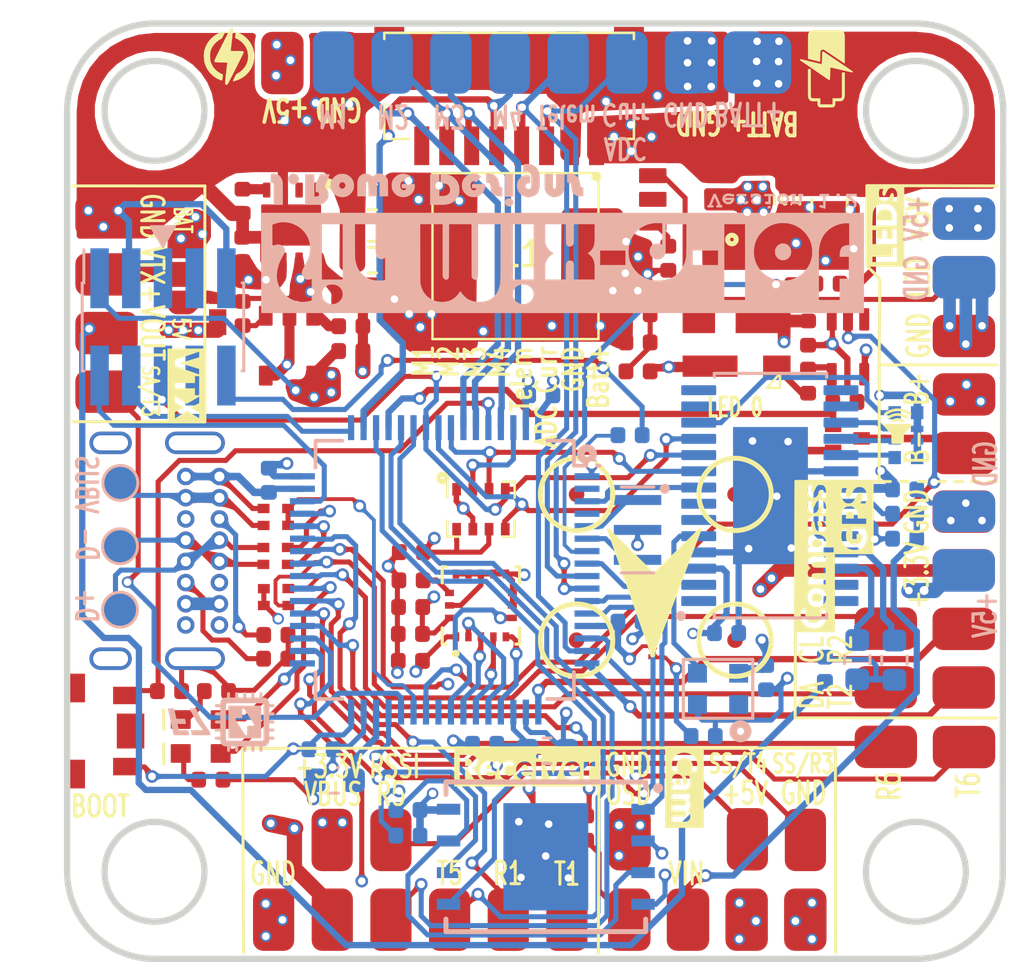
<source format=kicad_pcb>
(kicad_pcb (version 20171130) (host pcbnew "(5.1.4)-1")

  (general
    (thickness 1.6002)
    (drawings 105)
    (tracks 1457)
    (zones 0)
    (modules 112)
    (nets 90)
  )

  (page A4)
  (layers
    (0 F.Cu signal)
    (1 In1.Cu signal hide)
    (2 In2.Cu signal hide)
    (31 B.Cu signal)
    (32 B.Adhes user hide)
    (33 F.Adhes user hide)
    (34 B.Paste user hide)
    (35 F.Paste user hide)
    (36 B.SilkS user hide)
    (37 F.SilkS user hide)
    (38 B.Mask user hide)
    (39 F.Mask user hide)
    (40 Dwgs.User user hide)
    (41 Cmts.User user hide)
    (44 Edge.Cuts user)
    (45 Margin user hide)
    (46 B.CrtYd user hide)
    (47 F.CrtYd user hide)
    (48 B.Fab user hide)
    (49 F.Fab user hide)
  )

  (setup
    (last_trace_width 0.2032)
    (user_trace_width 0.1524)
    (user_trace_width 0.2032)
    (user_trace_width 0.254)
    (user_trace_width 0.3048)
    (user_trace_width 0.4064)
    (user_trace_width 0.508)
    (user_trace_width 0.6096)
    (user_trace_width 0.8128)
    (user_trace_width 2)
    (trace_clearance 0.1524)
    (zone_clearance 0.2032)
    (zone_45_only no)
    (trace_min 0.1524)
    (via_size 0.4572)
    (via_drill 0.3048)
    (via_min_size 0.4572)
    (via_min_drill 0.254)
    (user_via 0.4572 0.3048)
    (user_via 0.508 0.3048)
    (user_via 0.6858 0.3302)
    (uvia_size 0.508)
    (uvia_drill 0.3048)
    (uvias_allowed no)
    (uvia_min_size 0.3048)
    (uvia_min_drill 0.1)
    (edge_width 1.27)
    (segment_width 0.2)
    (pcb_text_width 0.3)
    (pcb_text_size 1.5 1.5)
    (mod_edge_width 0.15)
    (mod_text_size 1 1)
    (mod_text_width 0.15)
    (pad_size 0.8 0.5)
    (pad_drill 0)
    (pad_to_mask_clearance 0.0381)
    (aux_axis_origin 80.43 49.96)
    (grid_origin 80.43 49.96)
    (visible_elements 7FFFFF7F)
    (pcbplotparams
      (layerselection 0x0100c_7ffffff8)
      (usegerberextensions true)
      (usegerberattributes false)
      (usegerberadvancedattributes false)
      (creategerberjobfile false)
      (excludeedgelayer true)
      (linewidth 0.100000)
      (plotframeref false)
      (viasonmask false)
      (mode 1)
      (useauxorigin false)
      (hpglpennumber 1)
      (hpglpenspeed 20)
      (hpglpendiameter 15.000000)
      (psnegative false)
      (psa4output false)
      (plotreference true)
      (plotvalue true)
      (plotinvisibletext false)
      (padsonsilk false)
      (subtractmaskfromsilk false)
      (outputformat 1)
      (mirror false)
      (drillshape 0)
      (scaleselection 1)
      (outputdirectory "Gerber/"))
  )

  (net 0 "")
  (net 1 "Net-(C1-Pad2)")
  (net 2 "Net-(C1-Pad1)")
  (net 3 VDD)
  (net 4 GND)
  (net 5 "Net-(C5-Pad1)")
  (net 6 +5V)
  (net 7 +BATT)
  (net 8 "Net-(C11-Pad2)")
  (net 9 +5V-Limit)
  (net 10 /CAM_OUT)
  (net 11 /SAG)
  (net 12 "Net-(D1-Pad1)")
  (net 13 /LED1)
  (net 14 /LED2)
  (net 15 "Net-(D2-Pad1)")
  (net 16 "Net-(J1-PadA6)")
  (net 17 "Net-(J1-PadA7)")
  (net 18 /CAM_CTL)
  (net 19 /MOTOR3)
  (net 20 /MOTOR4)
  (net 21 /MOTOR2)
  (net 22 /MOTOR1)
  (net 23 /ADC_BATT)
  (net 24 /ADC_CURR)
  (net 25 /ESC_TELEM)
  (net 26 /BUZZ-)
  (net 27 /TX1)
  (net 28 /TX5)
  (net 29 /RX5)
  (net 30 /TX3)
  (net 31 /VOUT)
  (net 32 /RX3)
  (net 33 /RX1)
  (net 34 /TX4)
  (net 35 /TX2)
  (net 36 /TX6)
  (net 37 /RX6)
  (net 38 /ADC_RSSI)
  (net 39 /BUZZ)
  (net 40 "Net-(R6-Pad1)")
  (net 41 "Net-(R7-Pad1)")
  (net 42 /D+)
  (net 43 /D-)
  (net 44 /SCLK1)
  (net 45 /MISO1)
  (net 46 /MOSI1)
  (net 47 /GYRO_CS)
  (net 48 /GYRO_EXTI)
  (net 49 "Net-(U3-Pad5)")
  (net 50 "Net-(U3-Pad6)")
  (net 51 /LED_STRIP)
  (net 52 /FLASH_CS)
  (net 53 /SCLK2)
  (net 54 /MISO2)
  (net 55 /MOSI2)
  (net 56 /BARO_CS)
  (net 57 /OSD_CS)
  (net 58 /SCLK3)
  (net 59 /MISO3)
  (net 60 /MOSI3)
  (net 61 "Net-(U8-Pad3)")
  (net 62 /RX2)
  (net 63 VBUS)
  (net 64 "Net-(D3-Pad1)")
  (net 65 "Net-(D3-Pad3)")
  (net 66 /I2C3_SCL)
  (net 67 /I2C3_SDA)
  (net 68 "Net-(RN4-Pad1)")
  (net 69 "Net-(RN4-Pad2)")
  (net 70 "Net-(RN4-Pad3)")
  (net 71 "Net-(RN4-Pad4)")
  (net 72 "Net-(D4-Pad1)")
  (net 73 "Net-(C25-Pad1)")
  (net 74 "Net-(C27-Pad1)")
  (net 75 "Net-(J1-PadB5)")
  (net 76 "Net-(J1-PadA5)")
  (net 77 "Net-(R8-Pad1)")
  (net 78 "Net-(C33-Pad1)")
  (net 79 "Net-(D5-Pad1)")
  (net 80 /SWDIO)
  (net 81 /USB_DETECT)
  (net 82 /SWCLK)
  (net 83 /CAM_C)
  (net 84 "Net-(C23-Pad2)")
  (net 85 "Net-(R17-Pad2)")
  (net 86 "Net-(C27-Pad2)")
  (net 87 /VTX+)
  (net 88 /BOOT)
  (net 89 /NRST)

  (net_class Default "This is the default net class."
    (clearance 0.1524)
    (trace_width 0.1524)
    (via_dia 0.4572)
    (via_drill 0.3048)
    (uvia_dia 0.508)
    (uvia_drill 0.3048)
    (add_net +5V)
    (add_net +5V-Limit)
    (add_net +BATT)
    (add_net /ADC_BATT)
    (add_net /ADC_CURR)
    (add_net /ADC_RSSI)
    (add_net /BARO_CS)
    (add_net /BOOT)
    (add_net /BUZZ)
    (add_net /BUZZ-)
    (add_net /CAM_C)
    (add_net /CAM_CTL)
    (add_net /CAM_OUT)
    (add_net /D+)
    (add_net /D-)
    (add_net /ESC_TELEM)
    (add_net /FLASH_CS)
    (add_net /GYRO_CS)
    (add_net /GYRO_EXTI)
    (add_net /I2C3_SCL)
    (add_net /I2C3_SDA)
    (add_net /LED1)
    (add_net /LED2)
    (add_net /LED_STRIP)
    (add_net /MISO1)
    (add_net /MISO2)
    (add_net /MISO3)
    (add_net /MOSI1)
    (add_net /MOSI2)
    (add_net /MOSI3)
    (add_net /MOTOR1)
    (add_net /MOTOR2)
    (add_net /MOTOR3)
    (add_net /MOTOR4)
    (add_net /NRST)
    (add_net /OSD_CS)
    (add_net /RX1)
    (add_net /RX2)
    (add_net /RX3)
    (add_net /RX5)
    (add_net /RX6)
    (add_net /SAG)
    (add_net /SCLK1)
    (add_net /SCLK2)
    (add_net /SCLK3)
    (add_net /SWCLK)
    (add_net /SWDIO)
    (add_net /TX1)
    (add_net /TX2)
    (add_net /TX3)
    (add_net /TX4)
    (add_net /TX5)
    (add_net /TX6)
    (add_net /USB_DETECT)
    (add_net /VOUT)
    (add_net /VTX+)
    (add_net GND)
    (add_net "Net-(C1-Pad1)")
    (add_net "Net-(C1-Pad2)")
    (add_net "Net-(C11-Pad2)")
    (add_net "Net-(C23-Pad2)")
    (add_net "Net-(C25-Pad1)")
    (add_net "Net-(C27-Pad1)")
    (add_net "Net-(C27-Pad2)")
    (add_net "Net-(C33-Pad1)")
    (add_net "Net-(C5-Pad1)")
    (add_net "Net-(D1-Pad1)")
    (add_net "Net-(D2-Pad1)")
    (add_net "Net-(D3-Pad1)")
    (add_net "Net-(D3-Pad3)")
    (add_net "Net-(D4-Pad1)")
    (add_net "Net-(D5-Pad1)")
    (add_net "Net-(J1-PadA5)")
    (add_net "Net-(J1-PadA6)")
    (add_net "Net-(J1-PadA7)")
    (add_net "Net-(J1-PadB5)")
    (add_net "Net-(R17-Pad2)")
    (add_net "Net-(R6-Pad1)")
    (add_net "Net-(R7-Pad1)")
    (add_net "Net-(R8-Pad1)")
    (add_net "Net-(RN4-Pad1)")
    (add_net "Net-(RN4-Pad2)")
    (add_net "Net-(RN4-Pad3)")
    (add_net "Net-(RN4-Pad4)")
    (add_net "Net-(U3-Pad5)")
    (add_net "Net-(U3-Pad6)")
    (add_net "Net-(U8-Pad3)")
    (add_net VBUS)
    (add_net VDD)
  )

  (module FC_Parts:Bosch_LGA-8_2x2.5mm_P0.65mm_ClockwisePinNumbering (layer F.Cu) (tedit 5E0FB142) (tstamp 5E0FDD09)
    (at 63.07672 65.96962)
    (descr "LGA-8, https://ae-bst.resource.bosch.com/media/_tech/media/datasheets/BST-BMP280-DS001-18.pdf")
    (tags "lga land grid array")
    (path /5DBB7393)
    (attr smd)
    (fp_text reference U10 (at -0.025 -2 180) (layer F.SilkS) hide
      (effects (font (size 0.9 0.7) (thickness 0.1)))
    )
    (fp_text value BMP280 (at 0 3.1 180) (layer F.Fab)
      (effects (font (size 0.8 0.6) (thickness 0.1)))
    )
    (fp_circle (center -1.533852 -1.25) (end -1.48 -1.25) (layer F.SilkS) (width 0.2))
    (fp_line (start -1.35 1.1) (end -0.87 1.1) (layer F.SilkS) (width 0.1))
    (fp_text user %R (at 0 0 180) (layer F.Fab)
      (effects (font (size 0.8 0.6) (thickness 0.1)))
    )
    (fp_line (start -1.55 -1.3) (end 1.55 -1.3) (layer F.CrtYd) (width 0.05))
    (fp_line (start 1.55 -1.3) (end 1.55 1.3) (layer F.CrtYd) (width 0.05))
    (fp_line (start 1.55 1.3) (end -1.55 1.3) (layer F.CrtYd) (width 0.05))
    (fp_line (start -1.55 1.3) (end -1.55 -1.3) (layer F.CrtYd) (width 0.05))
    (fp_line (start -1.25 1) (end 1.25 1) (layer F.Fab) (width 0.1))
    (fp_line (start 1.25 -1) (end 1.25 1) (layer F.Fab) (width 0.1))
    (fp_line (start 1.25 -1) (end -1 -1) (layer F.Fab) (width 0.1))
    (fp_line (start -1 -1) (end -1.25 -0.75) (layer F.Fab) (width 0.1))
    (fp_line (start -1.25 1) (end -1.25 -0.75) (layer F.Fab) (width 0.1))
    (fp_line (start 0.87 1.1) (end 1.35 1.1) (layer F.SilkS) (width 0.1))
    (fp_line (start 1.35 1.1) (end 1.35 0.46) (layer F.SilkS) (width 0.1))
    (fp_line (start -1.35 1.1) (end -1.35 0.46) (layer F.SilkS) (width 0.1))
    (fp_line (start 1.35 -0.46) (end 1.35 -1.1) (layer F.SilkS) (width 0.1))
    (fp_line (start 0.87 -1.1) (end 1.35 -1.1) (layer F.SilkS) (width 0.1))
    (fp_line (start -1.35 -0.46) (end -1.35 -1.1) (layer F.SilkS) (width 0.1))
    (pad 1 smd rect (at -0.975 -0.8 90) (size 0.5 0.35) (layers F.Cu F.Paste F.Mask)
      (net 4 GND))
    (pad 5 smd rect (at 0.975 0.8 90) (size 0.5 0.35) (layers F.Cu F.Paste F.Mask)
      (net 59 /MISO3))
    (pad 6 smd rect (at 0.325 0.8 90) (size 0.5 0.35) (layers F.Cu F.Paste F.Mask)
      (net 3 VDD))
    (pad 7 smd rect (at -0.325 0.8 90) (size 0.5 0.35) (layers F.Cu F.Paste F.Mask)
      (net 4 GND))
    (pad 4 smd rect (at 0.975 -0.8 90) (size 0.5 0.35) (layers F.Cu F.Paste F.Mask)
      (net 58 /SCLK3))
    (pad 3 smd rect (at 0.325 -0.8 90) (size 0.5 0.35) (layers F.Cu F.Paste F.Mask)
      (net 60 /MOSI3))
    (pad 2 smd rect (at -0.325 -0.8 90) (size 0.5 0.35) (layers F.Cu F.Paste F.Mask)
      (net 56 /BARO_CS))
    (pad 8 smd rect (at -0.975 0.8 90) (size 0.5 0.35) (layers F.Cu F.Paste F.Mask)
      (net 3 VDD))
    (model "${KIPRJMOD}/FC_3D/User Library-BST-BMP280.STEP"
      (at (xyz 0 0 0))
      (scale (xyz 1 1 1))
      (rotate (xyz -90 0 0))
    )
  )

  (module FC_Parts:LQFP-64_10x10mm_P0.5mm (layer B.Cu) (tedit 5D9D420E) (tstamp 5D319214)
    (at 61.625 68.4 180)
    (descr "64 LEAD LQFP 10x10mm (see MICREL LQFP10x10-64LD-PL-1.pdf)")
    (tags "QFP 0.5")
    (path /5D0D8A5E)
    (attr smd)
    (fp_text reference U3 (at 0 7.2) (layer B.SilkS) hide
      (effects (font (size 0.9 0.7) (thickness 0.1)) (justify mirror))
    )
    (fp_text value STM32F722RETx (at 0 -7.2) (layer B.Fab)
      (effects (font (size 0.9 0.7) (thickness 0.1)) (justify mirror))
    )
    (fp_circle (center -5.7 4.63) (end -5.6 4.63) (layer B.SilkS) (width 0.3))
    (fp_text user %R (at 0 0 180) (layer B.Fab)
      (effects (font (size 1 1) (thickness 0.15)) (justify mirror))
    )
    (fp_line (start -4 5) (end 5 5) (layer B.Fab) (width 0.15))
    (fp_line (start 5 5) (end 5 -5) (layer B.Fab) (width 0.15))
    (fp_line (start 5 -5) (end -5 -5) (layer B.Fab) (width 0.15))
    (fp_line (start -5 -5) (end -5 4) (layer B.Fab) (width 0.15))
    (fp_line (start -5 4) (end -4 5) (layer B.Fab) (width 0.15))
    (fp_line (start -6.45 6.45) (end -6.45 -6.45) (layer B.CrtYd) (width 0.05))
    (fp_line (start 6.45 6.45) (end 6.45 -6.45) (layer B.CrtYd) (width 0.05))
    (fp_line (start -6.45 6.45) (end 6.45 6.45) (layer B.CrtYd) (width 0.05))
    (fp_line (start -6.45 -6.45) (end 6.45 -6.45) (layer B.CrtYd) (width 0.05))
    (fp_line (start -5.175 5.175) (end -5.175 4.175) (layer B.SilkS) (width 0.15))
    (fp_line (start 5.175 5.175) (end 5.175 4.1) (layer B.SilkS) (width 0.15))
    (fp_line (start 5.175 -5.175) (end 5.175 -4.1) (layer B.SilkS) (width 0.15))
    (fp_line (start -5.175 -5.175) (end -5.175 -4.1) (layer B.SilkS) (width 0.15))
    (fp_line (start -5.175 5.175) (end -4.1 5.175) (layer B.SilkS) (width 0.15))
    (fp_line (start -5.175 -5.175) (end -4.1 -5.175) (layer B.SilkS) (width 0.15))
    (fp_line (start 5.175 -5.175) (end 4.1 -5.175) (layer B.SilkS) (width 0.15))
    (fp_line (start 5.175 5.175) (end 4.1 5.175) (layer B.SilkS) (width 0.15))
    (fp_line (start -5.175 4.175) (end -6.2 4.175) (layer B.SilkS) (width 0.15))
    (pad 1 smd rect (at -5.7 3.75 180) (size 1 0.25) (layers B.Cu B.Paste B.Mask)
      (net 3 VDD))
    (pad 2 smd rect (at -5.7 3.25 180) (size 1 0.25) (layers B.Cu B.Paste B.Mask))
    (pad 3 smd rect (at -5.7 2.75 180) (size 1 0.25) (layers B.Cu B.Paste B.Mask)
      (net 57 /OSD_CS))
    (pad 4 smd rect (at -5.7 2.25 180) (size 1 0.25) (layers B.Cu B.Paste B.Mask))
    (pad 5 smd rect (at -5.7 1.75 180) (size 1 0.25) (layers B.Cu B.Paste B.Mask)
      (net 49 "Net-(U3-Pad5)"))
    (pad 6 smd rect (at -5.7 1.25 180) (size 1 0.25) (layers B.Cu B.Paste B.Mask)
      (net 50 "Net-(U3-Pad6)"))
    (pad 7 smd rect (at -5.7 0.75 180) (size 1 0.25) (layers B.Cu B.Paste B.Mask)
      (net 78 "Net-(C33-Pad1)"))
    (pad 8 smd rect (at -5.7 0.25 180) (size 1 0.25) (layers B.Cu B.Paste B.Mask)
      (net 52 /FLASH_CS))
    (pad 9 smd rect (at -5.7 -0.25 180) (size 1 0.25) (layers B.Cu B.Paste B.Mask)
      (net 24 /ADC_CURR))
    (pad 10 smd rect (at -5.7 -0.75 180) (size 1 0.25) (layers B.Cu B.Paste B.Mask)
      (net 23 /ADC_BATT))
    (pad 11 smd rect (at -5.7 -1.25 180) (size 1 0.25) (layers B.Cu B.Paste B.Mask)
      (net 38 /ADC_RSSI))
    (pad 12 smd rect (at -5.7 -1.75 180) (size 1 0.25) (layers B.Cu B.Paste B.Mask)
      (net 4 GND))
    (pad 13 smd rect (at -5.7 -2.25 180) (size 1 0.25) (layers B.Cu B.Paste B.Mask)
      (net 3 VDD))
    (pad 14 smd rect (at -5.7 -2.75 180) (size 1 0.25) (layers B.Cu B.Paste B.Mask)
      (net 34 /TX4))
    (pad 15 smd rect (at -5.7 -3.25 180) (size 1 0.25) (layers B.Cu B.Paste B.Mask)
      (net 25 /ESC_TELEM))
    (pad 16 smd rect (at -5.7 -3.75 180) (size 1 0.25) (layers B.Cu B.Paste B.Mask)
      (net 35 /TX2))
    (pad 17 smd rect (at -3.75 -5.7 90) (size 1 0.25) (layers B.Cu B.Paste B.Mask)
      (net 62 /RX2))
    (pad 18 smd rect (at -3.25 -5.7 90) (size 1 0.25) (layers B.Cu B.Paste B.Mask)
      (net 4 GND))
    (pad 19 smd rect (at -2.75 -5.7 90) (size 1 0.25) (layers B.Cu B.Paste B.Mask)
      (net 3 VDD))
    (pad 20 smd rect (at -2.25 -5.7 90) (size 1 0.25) (layers B.Cu B.Paste B.Mask)
      (net 47 /GYRO_CS))
    (pad 21 smd rect (at -1.75 -5.7 90) (size 1 0.25) (layers B.Cu B.Paste B.Mask)
      (net 44 /SCLK1))
    (pad 22 smd rect (at -1.25 -5.7 90) (size 1 0.25) (layers B.Cu B.Paste B.Mask)
      (net 45 /MISO1))
    (pad 23 smd rect (at -0.75 -5.7 90) (size 1 0.25) (layers B.Cu B.Paste B.Mask)
      (net 46 /MOSI1))
    (pad 24 smd rect (at -0.25 -5.7 90) (size 1 0.25) (layers B.Cu B.Paste B.Mask)
      (net 48 /GYRO_EXTI))
    (pad 25 smd rect (at 0.25 -5.7 90) (size 1 0.25) (layers B.Cu B.Paste B.Mask))
    (pad 26 smd rect (at 0.75 -5.7 90) (size 1 0.25) (layers B.Cu B.Paste B.Mask)
      (net 51 /LED_STRIP))
    (pad 27 smd rect (at 1.25 -5.7 90) (size 1 0.25) (layers B.Cu B.Paste B.Mask)
      (net 81 /USB_DETECT))
    (pad 28 smd rect (at 1.75 -5.7 90) (size 1 0.25) (layers B.Cu B.Paste B.Mask)
      (net 30 /TX3))
    (pad 29 smd rect (at 2.25 -5.7 90) (size 1 0.25) (layers B.Cu B.Paste B.Mask)
      (net 32 /RX3))
    (pad 30 smd rect (at 2.75 -5.7 90) (size 1 0.25) (layers B.Cu B.Paste B.Mask)
      (net 84 "Net-(C23-Pad2)"))
    (pad 31 smd rect (at 3.25 -5.7 90) (size 1 0.25) (layers B.Cu B.Paste B.Mask)
      (net 4 GND))
    (pad 32 smd rect (at 3.75 -5.7 90) (size 1 0.25) (layers B.Cu B.Paste B.Mask)
      (net 3 VDD))
    (pad 33 smd rect (at 5.7 -3.75 180) (size 1 0.25) (layers B.Cu B.Paste B.Mask)
      (net 13 /LED1))
    (pad 34 smd rect (at 5.7 -3.25 180) (size 1 0.25) (layers B.Cu B.Paste B.Mask)
      (net 53 /SCLK2))
    (pad 35 smd rect (at 5.7 -2.75 180) (size 1 0.25) (layers B.Cu B.Paste B.Mask)
      (net 54 /MISO2))
    (pad 36 smd rect (at 5.7 -2.25 180) (size 1 0.25) (layers B.Cu B.Paste B.Mask)
      (net 55 /MOSI2))
    (pad 37 smd rect (at 5.7 -1.75 180) (size 1 0.25) (layers B.Cu B.Paste B.Mask)
      (net 36 /TX6))
    (pad 38 smd rect (at 5.7 -1.25 180) (size 1 0.25) (layers B.Cu B.Paste B.Mask)
      (net 37 /RX6))
    (pad 39 smd rect (at 5.7 -0.75 180) (size 1 0.25) (layers B.Cu B.Paste B.Mask)
      (net 14 /LED2))
    (pad 40 smd rect (at 5.7 -0.25 180) (size 1 0.25) (layers B.Cu B.Paste B.Mask)
      (net 67 /I2C3_SDA))
    (pad 41 smd rect (at 5.7 0.25 180) (size 1 0.25) (layers B.Cu B.Paste B.Mask)
      (net 66 /I2C3_SCL))
    (pad 42 smd rect (at 5.7 0.75 180) (size 1 0.25) (layers B.Cu B.Paste B.Mask)
      (net 27 /TX1))
    (pad 43 smd rect (at 5.7 1.25 180) (size 1 0.25) (layers B.Cu B.Paste B.Mask)
      (net 33 /RX1))
    (pad 44 smd rect (at 5.7 1.75 180) (size 1 0.25) (layers B.Cu B.Paste B.Mask)
      (net 43 /D-))
    (pad 45 smd rect (at 5.7 2.25 180) (size 1 0.25) (layers B.Cu B.Paste B.Mask)
      (net 42 /D+))
    (pad 46 smd rect (at 5.7 2.75 180) (size 1 0.25) (layers B.Cu B.Paste B.Mask)
      (net 80 /SWDIO))
    (pad 47 smd rect (at 5.7 3.25 180) (size 1 0.25) (layers B.Cu B.Paste B.Mask)
      (net 4 GND))
    (pad 48 smd rect (at 5.7 3.75 180) (size 1 0.25) (layers B.Cu B.Paste B.Mask)
      (net 3 VDD))
    (pad 49 smd rect (at 3.75 5.7 90) (size 1 0.25) (layers B.Cu B.Paste B.Mask)
      (net 82 /SWCLK))
    (pad 50 smd rect (at 3.25 5.7 90) (size 1 0.25) (layers B.Cu B.Paste B.Mask)
      (net 20 /MOTOR4))
    (pad 51 smd rect (at 2.75 5.7 90) (size 1 0.25) (layers B.Cu B.Paste B.Mask)
      (net 83 /CAM_C))
    (pad 52 smd rect (at 2.25 5.7 90) (size 1 0.25) (layers B.Cu B.Paste B.Mask)
      (net 39 /BUZZ))
    (pad 53 smd rect (at 1.75 5.7 90) (size 1 0.25) (layers B.Cu B.Paste B.Mask)
      (net 28 /TX5))
    (pad 54 smd rect (at 1.25 5.7 90) (size 1 0.25) (layers B.Cu B.Paste B.Mask)
      (net 29 /RX5))
    (pad 55 smd rect (at 0.75 5.7 90) (size 1 0.25) (layers B.Cu B.Paste B.Mask)
      (net 58 /SCLK3))
    (pad 56 smd rect (at 0.25 5.7 90) (size 1 0.25) (layers B.Cu B.Paste B.Mask)
      (net 59 /MISO3))
    (pad 57 smd rect (at -0.25 5.7 90) (size 1 0.25) (layers B.Cu B.Paste B.Mask)
      (net 60 /MOSI3))
    (pad 58 smd rect (at -0.75 5.7 90) (size 1 0.25) (layers B.Cu B.Paste B.Mask)
      (net 22 /MOTOR1))
    (pad 59 smd rect (at -1.25 5.7 90) (size 1 0.25) (layers B.Cu B.Paste B.Mask)
      (net 21 /MOTOR2))
    (pad 60 smd rect (at -1.75 5.7 90) (size 1 0.25) (layers B.Cu B.Paste B.Mask)
      (net 88 /BOOT))
    (pad 61 smd rect (at -2.25 5.7 90) (size 1 0.25) (layers B.Cu B.Paste B.Mask)
      (net 19 /MOTOR3))
    (pad 62 smd rect (at -2.75 5.7 90) (size 1 0.25) (layers B.Cu B.Paste B.Mask)
      (net 56 /BARO_CS))
    (pad 63 smd rect (at -3.25 5.7 90) (size 1 0.25) (layers B.Cu B.Paste B.Mask)
      (net 4 GND))
    (pad 64 smd rect (at -3.75 5.7 90) (size 1 0.25) (layers B.Cu B.Paste B.Mask)
      (net 3 VDD))
    (model ${KISYS3DMOD}/Package_QFP.3dshapes/LQFP-64_10x10mm_P0.5mm.wrl
      (at (xyz 0 0 0))
      (scale (xyz 1 1 1))
      (rotate (xyz 0 0 0))
    )
  )

  (module FC_Parts:TestPoint_Pad_D1.0mm (layer B.Cu) (tedit 5DF6DDA5) (tstamp 5D6CAF2E)
    (at 48.619 69.996)
    (descr "SMD pad as test Point, diameter 1.0mm")
    (tags "test point SMD pad")
    (path /5D997CF7)
    (attr virtual)
    (fp_text reference TP7 (at 0 1.448) (layer B.SilkS) hide
      (effects (font (size 1 1) (thickness 0.15)) (justify mirror))
    )
    (fp_text value DP+ (at 0 -1.55) (layer B.Fab)
      (effects (font (size 1 1) (thickness 0.15)) (justify mirror))
    )
    (fp_circle (center 0 0) (end 0 -0.7) (layer B.SilkS) (width 0.12))
    (fp_circle (center 0 0) (end 1 0) (layer B.CrtYd) (width 0.05))
    (fp_text user %R (at 0 1.45) (layer B.Fab)
      (effects (font (size 1 1) (thickness 0.15)) (justify mirror))
    )
    (pad 1 smd circle (at 0 0) (size 1.4 1.4) (layers B.Cu B.Mask)
      (net 16 "Net-(J1-PadA6)") (solder_mask_margin -0.2))
  )

  (module FC_Parts:TestPoint_Pad_D1.0mm (layer B.Cu) (tedit 5DF6DDA5) (tstamp 5DF85CAE)
    (at 48.619 67.456)
    (descr "SMD pad as test Point, diameter 1.0mm")
    (tags "test point SMD pad")
    (path /5D995B01)
    (attr virtual)
    (fp_text reference TP8 (at 0 1.448) (layer B.SilkS) hide
      (effects (font (size 1 1) (thickness 0.15)) (justify mirror))
    )
    (fp_text value DN- (at 0 -1.55) (layer B.Fab)
      (effects (font (size 1 1) (thickness 0.15)) (justify mirror))
    )
    (fp_circle (center 0 0) (end 0 -0.7) (layer B.SilkS) (width 0.12))
    (fp_circle (center 0 0) (end 1 0) (layer B.CrtYd) (width 0.05))
    (fp_text user %R (at 0 1.45) (layer B.Fab)
      (effects (font (size 1 1) (thickness 0.15)) (justify mirror))
    )
    (pad 1 smd circle (at 0 0) (size 1.4 1.4) (layers B.Cu B.Mask)
      (net 17 "Net-(J1-PadA7)") (solder_mask_margin -0.2))
  )

  (module FC_Parts:TestPoint_Pad_D1.0mm (layer B.Cu) (tedit 5DF6DDA5) (tstamp 5D6D0B48)
    (at 48.6317 64.916)
    (descr "SMD pad as test Point, diameter 1.0mm")
    (tags "test point SMD pad")
    (path /5DAB5A0F)
    (attr virtual)
    (fp_text reference TP9 (at 0 1.448) (layer B.SilkS) hide
      (effects (font (size 1 1) (thickness 0.15)) (justify mirror))
    )
    (fp_text value VBUS (at 0 -1.55) (layer B.Fab)
      (effects (font (size 1 1) (thickness 0.15)) (justify mirror))
    )
    (fp_circle (center 0 0) (end 0 -0.7) (layer B.SilkS) (width 0.12))
    (fp_circle (center 0 0) (end 1 0) (layer B.CrtYd) (width 0.05))
    (fp_text user %R (at 0 1.45) (layer B.Fab)
      (effects (font (size 1 1) (thickness 0.15)) (justify mirror))
    )
    (pad 1 smd circle (at 0 0) (size 1.4 1.4) (layers B.Cu B.Mask)
      (net 63 VBUS) (solder_mask_margin -0.2))
  )

  (module FC_Parts:USB_C_Receptacle_GCT_USB4085 (layer F.Cu) (tedit 5D2578F5) (tstamp 5DB4D532)
    (at 52.6 64.66 270)
    (descr "USB 2.0 Type C Receptacle, https://gct.co/Files/Drawings/USB4085.pdf")
    (tags "USB Type-C Receptacle Through-hole Right angle")
    (path /5D1C8574)
    (clearance 0.0508)
    (fp_text reference J1 (at -0.17 -0.355) (layer F.SilkS) hide
      (effects (font (size 0.9 0.7) (thickness 0.1)))
    )
    (fp_text value USB4085-GF-A_REVA (at -0.32 3.62 270) (layer F.SilkS) hide
      (effects (font (size 0.9 0.7) (thickness 0.1)))
    )
    (fp_text user %R (at 2.975 4.025 90) (layer F.Fab)
      (effects (font (size 1 1) (thickness 0.15)))
    )
    (fp_text user "PCB Edge" (at 2.975 6.1 90) (layer Dwgs.User)
      (effects (font (size 0.5 0.5) (thickness 0.1)))
    )
    (fp_line (start -0.025 6.1) (end 5.975 6.1) (layer F.Fab) (width 0.1))
    (fp_line (start 7.98 -0.68) (end 8.03 8.75) (layer F.CrtYd) (width 0.05))
    (fp_line (start -2.06 -0.68) (end 8 -0.68) (layer F.CrtYd) (width 0.05))
    (fp_line (start -2.06 8.75) (end 8.03 8.75) (layer F.CrtYd) (width 0.05))
    (fp_line (start -2.06 -0.69) (end -2.06 8.75) (layer F.CrtYd) (width 0.05))
    (fp_line (start -1.62 2.4) (end -1.62 3.3) (layer Dwgs.User) (width 0.12))
    (fp_line (start 7.57 2.4) (end 7.57 3.3) (layer Dwgs.User) (width 0.12))
    (fp_line (start -1.62 6) (end -1.62 8.73) (layer Dwgs.User) (width 0.12))
    (fp_line (start 7.57 6) (end 7.57 8.73) (layer Dwgs.User) (width 0.12))
    (fp_line (start 7.45 -0.56) (end 7.45 8.61) (layer F.Fab) (width 0.1))
    (fp_line (start -1.5 -0.56) (end -1.5 8.61) (layer F.Fab) (width 0.1))
    (fp_line (start -1.5 -0.68) (end 7.45 -0.68) (layer Dwgs.User) (width 0.12))
    (fp_line (start -1.62 8.73) (end 7.57 8.73) (layer Dwgs.User) (width 0.12))
    (fp_line (start -1.5 8.61) (end 7.45 8.61) (layer F.Fab) (width 0.1))
    (fp_line (start -1.5 -0.56) (end 7.45 -0.56) (layer F.Fab) (width 0.1))
    (pad P4 thru_hole oval (at 7.3 4.36 270) (size 0.9 1.7) (drill oval 0.6 1.4) (layers *.Cu *.Mask)
      (net 4 GND))
    (pad P1 thru_hole oval (at -1.35 4.36 270) (size 0.9 1.7) (drill oval 0.6 1.4) (layers *.Cu *.Mask)
      (net 4 GND))
    (pad P3 thru_hole oval (at 7.3 0.98 270) (size 0.9 2.4) (drill oval 0.6 2.1) (layers *.Cu *.Mask)
      (net 4 GND))
    (pad P2 thru_hole oval (at -1.35 0.98 270) (size 0.9 2.4) (drill oval 0.6 2.1) (layers *.Cu *.Mask)
      (net 4 GND))
    (pad B6 thru_hole circle (at 3.4 1.35 270) (size 0.7 0.7) (drill 0.4) (layers *.Cu *.Mask)
      (net 16 "Net-(J1-PadA6)"))
    (pad B1 thru_hole circle (at 5.95 1.35 270) (size 0.7 0.7) (drill 0.4) (layers *.Cu *.Mask)
      (net 4 GND))
    (pad B4 thru_hole circle (at 5.1 1.35 270) (size 0.7 0.7) (drill 0.4) (layers *.Cu *.Mask)
      (net 63 VBUS))
    (pad B5 thru_hole circle (at 4.25 1.35 270) (size 0.7 0.7) (drill 0.4) (layers *.Cu *.Mask)
      (net 75 "Net-(J1-PadB5)"))
    (pad B12 thru_hole circle (at 0 1.35 270) (size 0.7 0.7) (drill 0.4) (layers *.Cu *.Mask)
      (net 4 GND) (clearance 0.002))
    (pad B8 thru_hole circle (at 1.7 1.35 270) (size 0.7 0.7) (drill 0.4) (layers *.Cu *.Mask))
    (pad B7 thru_hole circle (at 2.55 1.35 270) (size 0.7 0.7) (drill 0.4) (layers *.Cu *.Mask)
      (net 17 "Net-(J1-PadA7)"))
    (pad B9 thru_hole circle (at 0.85 1.35 270) (size 0.7 0.7) (drill 0.4) (layers *.Cu *.Mask)
      (net 63 VBUS))
    (pad A12 thru_hole circle (at 5.95 0 270) (size 0.7 0.7) (drill 0.4) (layers *.Cu *.Mask)
      (net 4 GND))
    (pad A9 thru_hole circle (at 5.1 0 270) (size 0.7 0.7) (drill 0.4) (layers *.Cu *.Mask)
      (net 63 VBUS))
    (pad A8 thru_hole circle (at 4.25 0 270) (size 0.7 0.7) (drill 0.4) (layers *.Cu *.Mask))
    (pad A7 thru_hole circle (at 3.4 0 270) (size 0.7 0.7) (drill 0.4) (layers *.Cu *.Mask)
      (net 17 "Net-(J1-PadA7)"))
    (pad A6 thru_hole circle (at 2.55 0 270) (size 0.7 0.7) (drill 0.4) (layers *.Cu *.Mask)
      (net 16 "Net-(J1-PadA6)"))
    (pad A5 thru_hole circle (at 1.7 0 270) (size 0.7 0.7) (drill 0.4) (layers *.Cu *.Mask)
      (net 76 "Net-(J1-PadA5)"))
    (pad A4 thru_hole circle (at 0.85 0 270) (size 0.7 0.7) (drill 0.4) (layers *.Cu *.Mask)
      (net 63 VBUS))
    (pad A1 thru_hole circle (at 0 0 270) (size 0.7 0.7) (drill 0.4) (layers *.Cu *.Mask)
      (net 4 GND))
    (model ${KIPRJMOD}/FC_3D/usb-c-1.step
      (offset (xyz -0.3 3 -5))
      (scale (xyz 1 1 1))
      (rotate (xyz -90 0 0))
    )
    (model ${KIPRJMOD}/FC_3D/usb-c-2.step
      (offset (xyz -0.3 3 -5))
      (scale (xyz 1 1 1))
      (rotate (xyz -90 0 0))
    )
  )

  (module Connector_PinHeader_1.27mm:PinHeader_2x05_P1.27mm_Vertical_SMD (layer B.Cu) (tedit 59FED6E3) (tstamp 5DF7E8EA)
    (at 50.33858 58.6627 270)
    (descr "surface-mounted straight pin header, 2x05, 1.27mm pitch, double rows")
    (tags "Surface mounted pin header SMD 2x05 1.27mm double row")
    (path /5E14D48A)
    (attr smd)
    (fp_text reference J22 (at 0 4.235 90) (layer B.SilkS) hide
      (effects (font (size 1 1) (thickness 0.15)) (justify mirror))
    )
    (fp_text value "Debug MIPI10" (at 0 -4.235 90) (layer B.Fab)
      (effects (font (size 1 1) (thickness 0.15)) (justify mirror))
    )
    (fp_text user %R (at 0 0 180) (layer B.Fab)
      (effects (font (size 1 1) (thickness 0.15)) (justify mirror))
    )
    (fp_line (start 4.3 3.7) (end -4.3 3.7) (layer B.CrtYd) (width 0.05))
    (fp_line (start 4.3 -3.7) (end 4.3 3.7) (layer B.CrtYd) (width 0.05))
    (fp_line (start -4.3 -3.7) (end 4.3 -3.7) (layer B.CrtYd) (width 0.05))
    (fp_line (start -4.3 3.7) (end -4.3 -3.7) (layer B.CrtYd) (width 0.05))
    (fp_line (start 1.765 -3.17) (end 1.765 -3.235) (layer B.SilkS) (width 0.12))
    (fp_line (start -1.765 -3.17) (end -1.765 -3.235) (layer B.SilkS) (width 0.12))
    (fp_line (start 1.765 3.235) (end 1.765 3.17) (layer B.SilkS) (width 0.12))
    (fp_line (start -1.765 3.235) (end -1.765 3.17) (layer B.SilkS) (width 0.12))
    (fp_line (start -3.09 3.17) (end -1.765 3.17) (layer B.SilkS) (width 0.12))
    (fp_line (start -1.765 -3.235) (end 1.765 -3.235) (layer B.SilkS) (width 0.12))
    (fp_line (start -1.765 3.235) (end 1.765 3.235) (layer B.SilkS) (width 0.12))
    (fp_line (start 2.75 -2.74) (end 1.705 -2.74) (layer B.Fab) (width 0.1))
    (fp_line (start 2.75 -2.34) (end 2.75 -2.74) (layer B.Fab) (width 0.1))
    (fp_line (start 1.705 -2.34) (end 2.75 -2.34) (layer B.Fab) (width 0.1))
    (fp_line (start -2.75 -2.74) (end -1.705 -2.74) (layer B.Fab) (width 0.1))
    (fp_line (start -2.75 -2.34) (end -2.75 -2.74) (layer B.Fab) (width 0.1))
    (fp_line (start -1.705 -2.34) (end -2.75 -2.34) (layer B.Fab) (width 0.1))
    (fp_line (start 2.75 -1.47) (end 1.705 -1.47) (layer B.Fab) (width 0.1))
    (fp_line (start 2.75 -1.07) (end 2.75 -1.47) (layer B.Fab) (width 0.1))
    (fp_line (start 1.705 -1.07) (end 2.75 -1.07) (layer B.Fab) (width 0.1))
    (fp_line (start -2.75 -1.47) (end -1.705 -1.47) (layer B.Fab) (width 0.1))
    (fp_line (start -2.75 -1.07) (end -2.75 -1.47) (layer B.Fab) (width 0.1))
    (fp_line (start -1.705 -1.07) (end -2.75 -1.07) (layer B.Fab) (width 0.1))
    (fp_line (start 2.75 -0.2) (end 1.705 -0.2) (layer B.Fab) (width 0.1))
    (fp_line (start 2.75 0.2) (end 2.75 -0.2) (layer B.Fab) (width 0.1))
    (fp_line (start 1.705 0.2) (end 2.75 0.2) (layer B.Fab) (width 0.1))
    (fp_line (start -2.75 -0.2) (end -1.705 -0.2) (layer B.Fab) (width 0.1))
    (fp_line (start -2.75 0.2) (end -2.75 -0.2) (layer B.Fab) (width 0.1))
    (fp_line (start -1.705 0.2) (end -2.75 0.2) (layer B.Fab) (width 0.1))
    (fp_line (start 2.75 1.07) (end 1.705 1.07) (layer B.Fab) (width 0.1))
    (fp_line (start 2.75 1.47) (end 2.75 1.07) (layer B.Fab) (width 0.1))
    (fp_line (start 1.705 1.47) (end 2.75 1.47) (layer B.Fab) (width 0.1))
    (fp_line (start -2.75 1.07) (end -1.705 1.07) (layer B.Fab) (width 0.1))
    (fp_line (start -2.75 1.47) (end -2.75 1.07) (layer B.Fab) (width 0.1))
    (fp_line (start -1.705 1.47) (end -2.75 1.47) (layer B.Fab) (width 0.1))
    (fp_line (start 2.75 2.34) (end 1.705 2.34) (layer B.Fab) (width 0.1))
    (fp_line (start 2.75 2.74) (end 2.75 2.34) (layer B.Fab) (width 0.1))
    (fp_line (start 1.705 2.74) (end 2.75 2.74) (layer B.Fab) (width 0.1))
    (fp_line (start -2.75 2.34) (end -1.705 2.34) (layer B.Fab) (width 0.1))
    (fp_line (start -2.75 2.74) (end -2.75 2.34) (layer B.Fab) (width 0.1))
    (fp_line (start -1.705 2.74) (end -2.75 2.74) (layer B.Fab) (width 0.1))
    (fp_line (start 1.705 3.175) (end 1.705 -3.175) (layer B.Fab) (width 0.1))
    (fp_line (start -1.705 2.74) (end -1.27 3.175) (layer B.Fab) (width 0.1))
    (fp_line (start -1.705 -3.175) (end -1.705 2.74) (layer B.Fab) (width 0.1))
    (fp_line (start -1.27 3.175) (end 1.705 3.175) (layer B.Fab) (width 0.1))
    (fp_line (start 1.705 -3.175) (end -1.705 -3.175) (layer B.Fab) (width 0.1))
    (pad 10 smd rect (at 1.95 -2.54 270) (size 2.4 0.74) (layers B.Cu B.Paste B.Mask)
      (net 89 /NRST))
    (pad 9 smd rect (at -1.95 -2.54 270) (size 2.4 0.74) (layers B.Cu B.Paste B.Mask)
      (net 4 GND))
    (pad 8 smd rect (at 1.95 -1.27 270) (size 2.4 0.74) (layers B.Cu B.Paste B.Mask))
    (pad 7 smd rect (at -1.95 -1.27 270) (size 2.4 0.74) (layers B.Cu B.Paste B.Mask))
    (pad 6 smd rect (at 1.95 0 270) (size 2.4 0.74) (layers B.Cu B.Paste B.Mask)
      (net 58 /SCLK3))
    (pad 5 smd rect (at -1.95 0 270) (size 2.4 0.74) (layers B.Cu B.Paste B.Mask)
      (net 4 GND))
    (pad 4 smd rect (at 1.95 1.27 270) (size 2.4 0.74) (layers B.Cu B.Paste B.Mask)
      (net 82 /SWCLK))
    (pad 3 smd rect (at -1.95 1.27 270) (size 2.4 0.74) (layers B.Cu B.Paste B.Mask)
      (net 4 GND))
    (pad 2 smd rect (at 1.95 2.54 270) (size 2.4 0.74) (layers B.Cu B.Paste B.Mask)
      (net 80 /SWDIO))
    (pad 1 smd rect (at -1.95 2.54 270) (size 2.4 0.74) (layers B.Cu B.Paste B.Mask)
      (net 3 VDD))
  )

  (module Resistor_SMD:R_0402_1005Metric (layer F.Cu) (tedit 5B301BBD) (tstamp 5D1B88E2)
    (at 53.52882 53.62842 270)
    (descr "Resistor SMD 0402 (1005 Metric), square (rectangular) end terminal, IPC_7351 nominal, (Body size source: http://www.tortai-tech.com/upload/download/2011102023233369053.pdf), generated with kicad-footprint-generator")
    (tags resistor)
    (path /602039F2)
    (attr smd)
    (fp_text reference R7 (at 0 -1.17 90) (layer F.SilkS) hide
      (effects (font (size 0.9 0.7) (thickness 0.1)))
    )
    (fp_text value 499 (at 0 1.17 90) (layer F.Fab)
      (effects (font (size 0.8 0.6) (thickness 0.1)))
    )
    (fp_text user %R (at 0 0 90) (layer F.Fab)
      (effects (font (size 0.8 0.6) (thickness 0.1)))
    )
    (fp_line (start 0.93 0.47) (end -0.93 0.47) (layer F.CrtYd) (width 0.05))
    (fp_line (start 0.93 -0.47) (end 0.93 0.47) (layer F.CrtYd) (width 0.05))
    (fp_line (start -0.93 -0.47) (end 0.93 -0.47) (layer F.CrtYd) (width 0.05))
    (fp_line (start -0.93 0.47) (end -0.93 -0.47) (layer F.CrtYd) (width 0.05))
    (fp_line (start 0.5 0.25) (end -0.5 0.25) (layer F.Fab) (width 0.1))
    (fp_line (start 0.5 -0.25) (end 0.5 0.25) (layer F.Fab) (width 0.1))
    (fp_line (start -0.5 -0.25) (end 0.5 -0.25) (layer F.Fab) (width 0.1))
    (fp_line (start -0.5 0.25) (end -0.5 -0.25) (layer F.Fab) (width 0.1))
    (pad 2 smd roundrect (at 0.485 0 270) (size 0.59 0.64) (layers F.Cu F.Paste F.Mask) (roundrect_rratio 0.25)
      (net 4 GND))
    (pad 1 smd roundrect (at -0.485 0 270) (size 0.59 0.64) (layers F.Cu F.Paste F.Mask) (roundrect_rratio 0.25)
      (net 41 "Net-(R7-Pad1)"))
    (model ${KISYS3DMOD}/Resistor_SMD.3dshapes/R_0402_1005Metric.wrl
      (at (xyz 0 0 0))
      (scale (xyz 1 1 1))
      (rotate (xyz 0 0 0))
    )
  )

  (module Capacitor_SMD:C_0402_1005Metric (layer F.Cu) (tedit 5B301BBE) (tstamp 5D1B96DB)
    (at 57.86206 58.63476)
    (descr "Capacitor SMD 0402 (1005 Metric), square (rectangular) end terminal, IPC_7351 nominal, (Body size source: http://www.tortai-tech.com/upload/download/2011102023233369053.pdf), generated with kicad-footprint-generator")
    (tags capacitor)
    (path /5D0D8D85)
    (attr smd)
    (fp_text reference C18 (at 0 -1.43) (layer F.SilkS) hide
      (effects (font (size 0.9 0.7) (thickness 0.1)))
    )
    (fp_text value 1uF (at 0 1.43) (layer F.Fab)
      (effects (font (size 0.8 0.6) (thickness 0.1)))
    )
    (fp_text user %R (at -0.0625 0.05) (layer F.Fab)
      (effects (font (size 0.8 0.6) (thickness 0.1)))
    )
    (fp_line (start 0.93 0.47) (end -0.93 0.47) (layer F.CrtYd) (width 0.05))
    (fp_line (start 0.93 -0.47) (end 0.93 0.47) (layer F.CrtYd) (width 0.05))
    (fp_line (start -0.93 -0.47) (end 0.93 -0.47) (layer F.CrtYd) (width 0.05))
    (fp_line (start -0.93 0.47) (end -0.93 -0.47) (layer F.CrtYd) (width 0.05))
    (fp_line (start 0.5 0.25) (end -0.5 0.25) (layer F.Fab) (width 0.1))
    (fp_line (start 0.5 -0.25) (end 0.5 0.25) (layer F.Fab) (width 0.1))
    (fp_line (start -0.5 -0.25) (end 0.5 -0.25) (layer F.Fab) (width 0.1))
    (fp_line (start -0.5 0.25) (end -0.5 -0.25) (layer F.Fab) (width 0.1))
    (pad 2 smd roundrect (at 0.485 0) (size 0.59 0.64) (layers F.Cu F.Paste F.Mask) (roundrect_rratio 0.25)
      (net 4 GND))
    (pad 1 smd roundrect (at -0.485 0) (size 0.59 0.64) (layers F.Cu F.Paste F.Mask) (roundrect_rratio 0.25)
      (net 9 +5V-Limit))
    (model ${KISYS3DMOD}/Capacitor_SMD.3dshapes/C_0402_1005Metric.wrl
      (at (xyz 0 0 0))
      (scale (xyz 1 1 1))
      (rotate (xyz 0 0 0))
    )
  )

  (module FC_Parts:SOT-23-5 (layer F.Cu) (tedit 5DB3C085) (tstamp 5D319284)
    (at 55.40588 59.41454 270)
    (descr "5-pin SOT23 package")
    (tags SOT-23-5)
    (path /5D0D979D)
    (attr smd)
    (fp_text reference U5 (at 0 -2.9 90) (layer F.SilkS) hide
      (effects (font (size 0.9 0.7) (thickness 0.1)))
    )
    (fp_text value TLV75733 (at 0 2.9 90) (layer F.Fab)
      (effects (font (size 0.8 0.6) (thickness 0.1)))
    )
    (fp_text user %R (at 0 0) (layer F.Fab)
      (effects (font (size 0.8 0.6) (thickness 0.1)))
    )
    (fp_line (start -0.9 1.61) (end 0.9 1.61) (layer F.Fab) (width 0.12))
    (fp_line (start 0.9 -1.61) (end -1.55 -1.61) (layer F.Fab) (width 0.12))
    (fp_line (start -1.9 -1.8) (end 1.9 -1.8) (layer F.CrtYd) (width 0.05))
    (fp_line (start 1.9 -1.8) (end 1.9 1.8) (layer F.CrtYd) (width 0.05))
    (fp_line (start 1.9 1.8) (end -1.9 1.8) (layer F.CrtYd) (width 0.05))
    (fp_line (start -1.9 1.8) (end -1.9 -1.8) (layer F.CrtYd) (width 0.05))
    (fp_line (start -0.9 -0.9) (end -0.25 -1.55) (layer F.Fab) (width 0.1))
    (fp_line (start 0.9 -1.55) (end -0.25 -1.55) (layer F.Fab) (width 0.1))
    (fp_line (start -0.9 -0.9) (end -0.9 1.55) (layer F.Fab) (width 0.1))
    (fp_line (start 0.9 1.55) (end -0.9 1.55) (layer F.Fab) (width 0.1))
    (fp_line (start 0.9 -1.55) (end 0.9 1.55) (layer F.Fab) (width 0.1))
    (pad 5 smd roundrect (at 1.2 -0.95 270) (size 0.8 0.55) (layers F.Cu F.Paste F.Mask) (roundrect_rratio 0.091)
      (net 3 VDD))
    (pad 4 smd roundrect (at 1.2 0.95 270) (size 0.8 0.55) (layers F.Cu F.Paste F.Mask) (roundrect_rratio 0.091)
      (net 4 GND))
    (pad 3 smd roundrect (at -1.2 0.95 270) (size 0.8 0.55) (layers F.Cu F.Paste F.Mask) (roundrect_rratio 0.091)
      (net 40 "Net-(R6-Pad1)"))
    (pad 2 smd roundrect (at -1.2 0 270) (size 0.8 0.55) (layers F.Cu F.Paste F.Mask) (roundrect_rratio 0.091)
      (net 4 GND))
    (pad 1 smd roundrect (at -1.2 -0.95 270) (size 0.8 0.55) (layers F.Cu F.Paste F.Mask) (roundrect_rratio 0.091)
      (net 9 +5V-Limit))
    (model ${KISYS3DMOD}/Package_TO_SOT_SMD.3dshapes/SOT-23-5.wrl
      (at (xyz 0 0 0))
      (scale (xyz 1 1 1))
      (rotate (xyz 0 0 0))
    )
  )

  (module FC_Parts:VSON_8_3x3MM (layer F.Cu) (tedit 5DE99CD9) (tstamp 5DF6C344)
    (at 55.47192 54.57838 270)
    (descr "8-Lead Very Thin Dual Flatpack No-Lead (LZ) - 2x3x0.9 mm Body [VDFN] (see Microchip Packaging Specification 00000049BS.pdf)")
    (tags "DFN 0.5")
    (path /5FBAB78F)
    (solder_mask_margin 0.07)
    (attr smd)
    (fp_text reference U4 (at 0.03 -2.45 90) (layer F.SilkS) hide
      (effects (font (size 1 1) (thickness 0.15)))
    )
    (fp_text value TPS2115 (at 0.03 2.55 90) (layer F.Fab)
      (effects (font (size 1 1) (thickness 0.15)))
    )
    (fp_circle (center -1.64 -1.51) (end -1.52 -1.51) (layer F.SilkS) (width 0.2))
    (fp_line (start -1.5 1.5) (end 1.5 1.5) (layer F.CrtYd) (width 0.05))
    (fp_line (start -1.5 -1.5) (end 1.5 -1.5) (layer F.CrtYd) (width 0.05))
    (fp_line (start 1.5 -1.5) (end 1.5 1.5) (layer F.CrtYd) (width 0.05))
    (fp_line (start -1.5 -1.5) (end -1.5 1.5) (layer F.CrtYd) (width 0.05))
    (fp_text user %R (at 0.26 0.07 90) (layer F.Fab)
      (effects (font (size 0.5 0.5) (thickness 0.075)))
    )
    (pad PAD smd roundrect (at 0 0 270) (size 1.65 2.4) (layers F.Cu F.Mask) (roundrect_rratio 0.03)
      (net 4 GND) (solder_mask_margin -0.05))
    (pad "" smd roundrect (at 0 0.65 270) (size 1.47 1.06) (layers F.Paste) (roundrect_rratio 0.047))
    (pad 5 smd roundrect (at 1.4 0.98 270) (size 0.6 0.3) (layers F.Cu F.Paste F.Mask) (roundrect_rratio 0.167)
      (net 4 GND))
    (pad 6 smd roundrect (at 1.4 0.33 270) (size 0.6 0.3) (layers F.Cu F.Paste F.Mask) (roundrect_rratio 0.167)
      (net 63 VBUS))
    (pad 7 smd roundrect (at 1.4 -0.32 270) (size 0.6 0.3) (layers F.Cu F.Paste F.Mask) (roundrect_rratio 0.167)
      (net 9 +5V-Limit))
    (pad 8 smd roundrect (at 1.4 -0.97 270) (size 0.6 0.3) (layers F.Cu F.Paste F.Mask) (roundrect_rratio 0.167)
      (net 6 +5V))
    (pad 4 smd roundrect (at -1.4 0.98 270) (size 0.6 0.3) (layers F.Cu F.Paste F.Mask) (roundrect_rratio 0.167)
      (net 41 "Net-(R7-Pad1)"))
    (pad 3 smd roundrect (at -1.4 0.33 270) (size 0.6 0.3) (layers F.Cu F.Paste F.Mask) (roundrect_rratio 0.167)
      (net 4 GND))
    (pad 2 smd roundrect (at -1.4 -0.32 270) (size 0.6 0.3) (layers F.Cu F.Paste F.Mask) (roundrect_rratio 0.167))
    (pad "" smd roundrect (at 0 -0.63 270) (size 1.47 1.06) (layers F.Paste) (roundrect_rratio 0.047))
    (pad 1 smd roundrect (at -1.4 -0.97 270) (size 0.6 0.3) (layers F.Cu F.Paste F.Mask) (roundrect_rratio 0.167))
    (model ${KISYS3DMOD}/Package_DFN_QFN.3dshapes/VDFN-8-1EP_2x2mm_P0.5mm_EP0.9x1.7mm.wrl
      (at (xyz 0 0 0))
      (scale (xyz 1.5 1.5 1.25))
      (rotate (xyz 0 0 0))
    )
  )

  (module FC_Parts:1014760600008LF (layer F.Cu) (tedit 5DB70EBF) (tstamp 5DB8BC36)
    (at 64.205 49.14 180)
    (descr 10147606-00008LF-2)
    (tags Connector)
    (path /5DD43D95)
    (attr smd)
    (fp_text reference J6 (at 0 -0.388) (layer F.SilkS) hide
      (effects (font (size 1.27 1.27) (thickness 0.254)))
    )
    (fp_text value "4-in-1 Connector" (at 0 -0.388) (layer F.SilkS) hide
      (effects (font (size 1.27 1.27) (thickness 0.254)))
    )
    (fp_arc (start -3.5 -3.5) (end -3.4 -3.5) (angle -180) (layer F.SilkS) (width 0.2))
    (fp_arc (start -3.5 -3.5) (end -3.6 -3.5) (angle -180) (layer F.SilkS) (width 0.2))
    (fp_line (start -3.4 -3.5) (end -3.4 -3.5) (layer F.SilkS) (width 0.2))
    (fp_line (start -3.6 -3.5) (end -3.6 -3.5) (layer F.SilkS) (width 0.2))
    (fp_line (start 5 -1.988) (end 5 -0.588) (layer F.SilkS) (width 0.1))
    (fp_line (start 4 -1.988) (end 5 -1.988) (layer F.SilkS) (width 0.1))
    (fp_line (start -5 -1.988) (end -5 -0.588) (layer F.SilkS) (width 0.1))
    (fp_line (start -4 -1.988) (end -5 -1.988) (layer F.SilkS) (width 0.1))
    (fp_line (start 5 2.263) (end 5 2.013) (layer F.SilkS) (width 0.1))
    (fp_line (start -5 2.263) (end 5 2.263) (layer F.SilkS) (width 0.1))
    (fp_line (start -5 2.013) (end -5 2.263) (layer F.SilkS) (width 0.1))
    (fp_line (start -6.4 3.263) (end -6.4 -4.038) (layer F.CrtYd) (width 0.1))
    (fp_line (start 6.4 3.263) (end -6.4 3.263) (layer F.CrtYd) (width 0.1))
    (fp_line (start 6.4 -4.038) (end 6.4 3.263) (layer F.CrtYd) (width 0.1))
    (fp_line (start -6.4 -4.038) (end 6.4 -4.038) (layer F.CrtYd) (width 0.1))
    (fp_line (start -5 2.263) (end -5 -1.988) (layer F.Fab) (width 0.2))
    (fp_line (start 5 2.263) (end -5 2.263) (layer F.Fab) (width 0.2))
    (fp_line (start 5 -1.988) (end 5 2.263) (layer F.Fab) (width 0.2))
    (fp_line (start -5 -1.988) (end 5 -1.988) (layer F.Fab) (width 0.2))
    (fp_text user %R (at 0 -0.388) (layer F.Fab)
      (effects (font (size 1.27 1.27) (thickness 0.254)))
    )
    (pad 10 smd rect (at 4.8 1.6 180) (size 1.2 1.8) (layers F.Cu F.Paste F.Mask)
      (net 4 GND))
    (pad 9 smd rect (at -4.8 1.6 180) (size 1.2 1.8) (layers F.Cu F.Paste F.Mask)
      (net 4 GND))
    (pad 8 smd rect (at 3.5 -2.263 180) (size 0.6 1.55) (layers F.Cu F.Paste F.Mask)
      (net 22 /MOTOR1))
    (pad 7 smd rect (at 2.5 -2.263 180) (size 0.6 1.55) (layers F.Cu F.Paste F.Mask)
      (net 21 /MOTOR2))
    (pad 6 smd rect (at 1.5 -2.263 180) (size 0.6 1.55) (layers F.Cu F.Paste F.Mask)
      (net 19 /MOTOR3))
    (pad 5 smd rect (at 0.5 -2.263 180) (size 0.6 1.55) (layers F.Cu F.Paste F.Mask)
      (net 20 /MOTOR4))
    (pad 4 smd rect (at -0.5 -2.263 180) (size 0.6 1.55) (layers F.Cu F.Paste F.Mask)
      (net 25 /ESC_TELEM))
    (pad 3 smd rect (at -1.5 -2.263 180) (size 0.6 1.55) (layers F.Cu F.Paste F.Mask)
      (net 24 /ADC_CURR))
    (pad 2 smd rect (at -2.5 -2.263 180) (size 0.6 1.55) (layers F.Cu F.Paste F.Mask)
      (net 4 GND))
    (pad 1 smd rect (at -3.5 -2.263 180) (size 0.6 1.55) (layers F.Cu F.Paste F.Mask)
      (net 7 +BATT))
    (model ${KIPRJMOD}/FC_3D/SM08B-SRSS-TB.STEP
      (offset (xyz 0 1.62 -0.35))
      (scale (xyz 1 1 1))
      (rotate (xyz -90 0 0))
    )
  )

  (module Capacitor_SMD:C_0603_1608Metric (layer F.Cu) (tedit 5B301BBE) (tstamp 5DB70DBA)
    (at 58.73328 55.99062 180)
    (descr "Capacitor SMD 0603 (1608 Metric), square (rectangular) end terminal, IPC_7351 nominal, (Body size source: http://www.tortai-tech.com/upload/download/2011102023233369053.pdf), generated with kicad-footprint-generator")
    (tags capacitor)
    (path /5D1DC729)
    (attr smd)
    (fp_text reference C10 (at 0 -1.43) (layer F.SilkS) hide
      (effects (font (size 1 1) (thickness 0.15)))
    )
    (fp_text value 22uF (at 0 1.43) (layer F.Fab)
      (effects (font (size 1 1) (thickness 0.15)))
    )
    (fp_text user %R (at 0 0) (layer F.Fab)
      (effects (font (size 0.4 0.4) (thickness 0.06)))
    )
    (fp_line (start 1.48 0.73) (end -1.48 0.73) (layer F.CrtYd) (width 0.05))
    (fp_line (start 1.48 -0.73) (end 1.48 0.73) (layer F.CrtYd) (width 0.05))
    (fp_line (start -1.48 -0.73) (end 1.48 -0.73) (layer F.CrtYd) (width 0.05))
    (fp_line (start -1.48 0.73) (end -1.48 -0.73) (layer F.CrtYd) (width 0.05))
    (fp_line (start -0.162779 0.51) (end 0.162779 0.51) (layer F.SilkS) (width 0.12))
    (fp_line (start -0.162779 -0.51) (end 0.162779 -0.51) (layer F.SilkS) (width 0.12))
    (fp_line (start 0.8 0.4) (end -0.8 0.4) (layer F.Fab) (width 0.1))
    (fp_line (start 0.8 -0.4) (end 0.8 0.4) (layer F.Fab) (width 0.1))
    (fp_line (start -0.8 -0.4) (end 0.8 -0.4) (layer F.Fab) (width 0.1))
    (fp_line (start -0.8 0.4) (end -0.8 -0.4) (layer F.Fab) (width 0.1))
    (pad 2 smd roundrect (at 0.7875 0 180) (size 0.875 0.95) (layers F.Cu F.Paste F.Mask) (roundrect_rratio 0.25)
      (net 4 GND))
    (pad 1 smd roundrect (at -0.7875 0 180) (size 0.875 0.95) (layers F.Cu F.Paste F.Mask) (roundrect_rratio 0.25)
      (net 6 +5V))
    (model ${KISYS3DMOD}/Capacitor_SMD.3dshapes/C_0603_1608Metric.wrl
      (at (xyz 0 0 0))
      (scale (xyz 1 1 1))
      (rotate (xyz 0 0 0))
    )
  )

  (module Capacitor_SMD:C_0603_1608Metric (layer F.Cu) (tedit 5B301BBE) (tstamp 5DB70DA9)
    (at 58.73328 54.72316 180)
    (descr "Capacitor SMD 0603 (1608 Metric), square (rectangular) end terminal, IPC_7351 nominal, (Body size source: http://www.tortai-tech.com/upload/download/2011102023233369053.pdf), generated with kicad-footprint-generator")
    (tags capacitor)
    (path /5D1DC6B1)
    (attr smd)
    (fp_text reference C9 (at 0 -1.43) (layer F.SilkS) hide
      (effects (font (size 1 1) (thickness 0.15)))
    )
    (fp_text value 22uF (at 0 1.43) (layer F.Fab)
      (effects (font (size 1 1) (thickness 0.15)))
    )
    (fp_text user %R (at 0 0) (layer F.Fab)
      (effects (font (size 0.4 0.4) (thickness 0.06)))
    )
    (fp_line (start 1.48 0.73) (end -1.48 0.73) (layer F.CrtYd) (width 0.05))
    (fp_line (start 1.48 -0.73) (end 1.48 0.73) (layer F.CrtYd) (width 0.05))
    (fp_line (start -1.48 -0.73) (end 1.48 -0.73) (layer F.CrtYd) (width 0.05))
    (fp_line (start -1.48 0.73) (end -1.48 -0.73) (layer F.CrtYd) (width 0.05))
    (fp_line (start -0.162779 0.51) (end 0.162779 0.51) (layer F.SilkS) (width 0.12))
    (fp_line (start -0.162779 -0.51) (end 0.162779 -0.51) (layer F.SilkS) (width 0.12))
    (fp_line (start 0.8 0.4) (end -0.8 0.4) (layer F.Fab) (width 0.1))
    (fp_line (start 0.8 -0.4) (end 0.8 0.4) (layer F.Fab) (width 0.1))
    (fp_line (start -0.8 -0.4) (end 0.8 -0.4) (layer F.Fab) (width 0.1))
    (fp_line (start -0.8 0.4) (end -0.8 -0.4) (layer F.Fab) (width 0.1))
    (pad 2 smd roundrect (at 0.7875 0 180) (size 0.875 0.95) (layers F.Cu F.Paste F.Mask) (roundrect_rratio 0.25)
      (net 4 GND))
    (pad 1 smd roundrect (at -0.7875 0 180) (size 0.875 0.95) (layers F.Cu F.Paste F.Mask) (roundrect_rratio 0.25)
      (net 6 +5V))
    (model ${KISYS3DMOD}/Capacitor_SMD.3dshapes/C_0603_1608Metric.wrl
      (at (xyz 0 0 0))
      (scale (xyz 1 1 1))
      (rotate (xyz 0 0 0))
    )
  )

  (module Capacitor_SMD:C_0603_1608Metric (layer F.Cu) (tedit 5B301BBE) (tstamp 5DB6F256)
    (at 58.73 53.46 180)
    (descr "Capacitor SMD 0603 (1608 Metric), square (rectangular) end terminal, IPC_7351 nominal, (Body size source: http://www.tortai-tech.com/upload/download/2011102023233369053.pdf), generated with kicad-footprint-generator")
    (tags capacitor)
    (path /5D146867)
    (attr smd)
    (fp_text reference C12 (at 0 -1.43) (layer F.SilkS) hide
      (effects (font (size 1 1) (thickness 0.15)))
    )
    (fp_text value 22uF (at 0 1.43) (layer F.Fab)
      (effects (font (size 1 1) (thickness 0.15)))
    )
    (fp_text user %R (at 0 0) (layer F.Fab)
      (effects (font (size 0.4 0.4) (thickness 0.06)))
    )
    (fp_line (start 1.48 0.73) (end -1.48 0.73) (layer F.CrtYd) (width 0.05))
    (fp_line (start 1.48 -0.73) (end 1.48 0.73) (layer F.CrtYd) (width 0.05))
    (fp_line (start -1.48 -0.73) (end 1.48 -0.73) (layer F.CrtYd) (width 0.05))
    (fp_line (start -1.48 0.73) (end -1.48 -0.73) (layer F.CrtYd) (width 0.05))
    (fp_line (start -0.162779 0.51) (end 0.162779 0.51) (layer F.SilkS) (width 0.12))
    (fp_line (start -0.162779 -0.51) (end 0.162779 -0.51) (layer F.SilkS) (width 0.12))
    (fp_line (start 0.8 0.4) (end -0.8 0.4) (layer F.Fab) (width 0.1))
    (fp_line (start 0.8 -0.4) (end 0.8 0.4) (layer F.Fab) (width 0.1))
    (fp_line (start -0.8 -0.4) (end 0.8 -0.4) (layer F.Fab) (width 0.1))
    (fp_line (start -0.8 0.4) (end -0.8 -0.4) (layer F.Fab) (width 0.1))
    (pad 2 smd roundrect (at 0.7875 0 180) (size 0.875 0.95) (layers F.Cu F.Paste F.Mask) (roundrect_rratio 0.25)
      (net 4 GND))
    (pad 1 smd roundrect (at -0.7875 0 180) (size 0.875 0.95) (layers F.Cu F.Paste F.Mask) (roundrect_rratio 0.25)
      (net 6 +5V))
    (model ${KISYS3DMOD}/Capacitor_SMD.3dshapes/C_0603_1608Metric.wrl
      (at (xyz 0 0 0))
      (scale (xyz 1 1 1))
      (rotate (xyz 0 0 0))
    )
  )

  (module Capacitor_SMD:C_0402_1005Metric (layer F.Cu) (tedit 5B301BBE) (tstamp 5DB65357)
    (at 66.3 78.75 90)
    (descr "Capacitor SMD 0402 (1005 Metric), square (rectangular) end terminal, IPC_7351 nominal, (Body size source: http://www.tortai-tech.com/upload/download/2011102023233369053.pdf), generated with kicad-footprint-generator")
    (tags capacitor)
    (path /5DCE553A)
    (attr smd)
    (fp_text reference C30 (at 0 -1.17 90) (layer F.SilkS) hide
      (effects (font (size 1 1) (thickness 0.15)))
    )
    (fp_text value 5uF (at 0 1.17 90) (layer F.Fab)
      (effects (font (size 1 1) (thickness 0.15)))
    )
    (fp_text user %R (at 0 0 90) (layer F.Fab)
      (effects (font (size 0.25 0.25) (thickness 0.04)))
    )
    (fp_line (start 0.93 0.47) (end -0.93 0.47) (layer F.CrtYd) (width 0.05))
    (fp_line (start 0.93 -0.47) (end 0.93 0.47) (layer F.CrtYd) (width 0.05))
    (fp_line (start -0.93 -0.47) (end 0.93 -0.47) (layer F.CrtYd) (width 0.05))
    (fp_line (start -0.93 0.47) (end -0.93 -0.47) (layer F.CrtYd) (width 0.05))
    (fp_line (start 0.5 0.25) (end -0.5 0.25) (layer F.Fab) (width 0.1))
    (fp_line (start 0.5 -0.25) (end 0.5 0.25) (layer F.Fab) (width 0.1))
    (fp_line (start -0.5 -0.25) (end 0.5 -0.25) (layer F.Fab) (width 0.1))
    (fp_line (start -0.5 0.25) (end -0.5 -0.25) (layer F.Fab) (width 0.1))
    (pad 2 smd roundrect (at 0.485 0 90) (size 0.59 0.64) (layers F.Cu F.Paste F.Mask) (roundrect_rratio 0.25)
      (net 4 GND))
    (pad 1 smd roundrect (at -0.485 0 90) (size 0.59 0.64) (layers F.Cu F.Paste F.Mask) (roundrect_rratio 0.25)
      (net 18 /CAM_CTL))
    (model ${KISYS3DMOD}/Capacitor_SMD.3dshapes/C_0402_1005Metric.wrl
      (at (xyz 0 0 0))
      (scale (xyz 1 1 1))
      (rotate (xyz 0 0 0))
    )
  )

  (module FC_Parts:LS12T2-T (layer F.Cu) (tedit 5DB5CA22) (tstamp 5DB5EBBC)
    (at 48.84 72.91 180)
    (path /5D0D8F59)
    (solder_mask_margin 0.0508)
    (fp_text reference SW1 (at -0.15 3.3 180) (layer F.SilkS) hide
      (effects (font (size 1 1) (thickness 0.15)))
    )
    (fp_text value SW_Push (at 2.35 -3 180) (layer F.Fab)
      (effects (font (size 1 1) (thickness 0.15)))
    )
    (fp_line (start 2.89 -1.2) (end 1.94 -1.2) (layer Dwgs.User) (width 0.1))
    (fp_line (start 2.89 -2.7) (end 2.89 -1.2) (layer Dwgs.User) (width 0.1))
    (fp_line (start 1.94 -2.7) (end 2.89 -2.7) (layer Dwgs.User) (width 0.1))
    (fp_line (start 1.94 0) (end 1.94 -3.95) (layer Dwgs.User) (width 0.1))
    (fp_line (start -0.01 0) (end 1.94 0) (layer Dwgs.User) (width 0.1))
    (fp_line (start -0.01 -3.95) (end -0.01 0) (layer Dwgs.User) (width 0.1))
    (fp_line (start 1.94 -3.95) (end -0.01 -3.95) (layer Dwgs.User) (width 0.1))
    (pad "" smd rect (at 1.95 -0.225 180) (size 0.65 1.15) (layers F.Cu F.Paste F.Mask))
    (pad "" np_thru_hole circle (at 1.3 -0.125 180) (size 0.6 0.6) (drill 0.6) (layers *.Cu))
    (pad "" smd rect (at 1.95 -3.675 180) (size 0.65 1.15) (layers F.Cu F.Paste F.Mask))
    (pad "" np_thru_hole circle (at 1.3 -3.775 180) (size 0.6 0.6) (drill 0.6) (layers *.Cu))
    (pad "" smd rect (at -0.2 -1.95 180) (size 1.1 1.4) (layers F.Cu F.Paste F.Mask))
    (pad 1 smd rect (at -0.05 -0.525 180) (size 1.1 0.7) (layers F.Cu F.Paste F.Mask)
      (net 88 /BOOT))
    (pad 2 smd rect (at -0.05 -3.375 180) (size 1.1 0.7) (layers F.Cu F.Paste F.Mask)
      (net 3 VDD))
    (model C:/Users/j.rowe/Documents/button.step
      (offset (xyz -0.05 -0.05 0))
      (scale (xyz 0.26 0.26 0.25))
      (rotate (xyz 0 0 0))
    )
  )

  (module FC_Parts:2-XDFN-Diode (layer F.Cu) (tedit 5DB3D126) (tstamp 5D3654AB)
    (at 52.53064 57.36156 270)
    (path /5D4A7F8F)
    (fp_text reference D4 (at 0 6.858 90) (layer F.SilkS) hide
      (effects (font (size 1 1) (thickness 0.15)))
    )
    (fp_text value "Reverse Protect" (at 0 -5.842 90) (layer F.Fab)
      (effects (font (size 1 1) (thickness 0.15)))
    )
    (fp_line (start 0 -0.42) (end 0 0.41) (layer F.Fab) (width 0.02))
    (fp_line (start 1.63 -0.42) (end 0 -0.42) (layer F.Fab) (width 0.02))
    (fp_line (start 1.63 0.41) (end 1.63 -0.42) (layer F.Fab) (width 0.02))
    (fp_line (start 0 0.41) (end 1.63 0.41) (layer F.Fab) (width 0.02))
    (pad 2 smd rect (at 1.11 0 270) (size 1.035 0.69) (layers F.Cu F.Paste F.Mask)
      (net 6 +5V))
    (pad 1 smd rect (at 0.19 0 270) (size 0.385 0.69) (layers F.Cu F.Paste F.Mask)
      (net 72 "Net-(D4-Pad1)"))
    (model ${KIPRJMOD}/FC_3D/ESD7421N2T5G.stp
      (offset (xyz 0.8100000000000001 0 0))
      (scale (xyz 1.48 1.3 0.6))
      (rotate (xyz 0 0 0))
    )
  )

  (module FC_Parts:SON127P800X600X80-9N (layer B.Cu) (tedit 5DB3C95D) (tstamp 5D533604)
    (at 65.675 79.9 180)
    (path /5D0DA708)
    (attr smd)
    (fp_text reference U6 (at -2.57849 4.13708) (layer B.SilkS) hide
      (effects (font (size 0.9 0.7) (thickness 0.1)) (justify mirror))
    )
    (fp_text value W25N01GVZEIG_TR (at -1.96792 -4.23721) (layer B.SilkS) hide
      (effects (font (size 0.9 0.7) (thickness 0.1)) (justify mirror))
    )
    (fp_poly (pts (xy 1.335 -0.185) (xy 1.335 -1.785) (xy 0.185 -1.785) (xy 0.185 -0.185)) (layer B.Paste) (width 0))
    (fp_poly (pts (xy 1.335 1.785) (xy 1.335 0.185) (xy 0.185 0.185) (xy 0.185 1.785)) (layer B.Paste) (width 0))
    (fp_poly (pts (xy -1.335 -1.785) (xy -1.335 -0.185) (xy -0.185 -0.185) (xy -0.185 -1.785)) (layer B.Paste) (width 0))
    (fp_poly (pts (xy -1.335 0.185) (xy -1.335 1.785) (xy -0.185 1.785) (xy -0.185 0.185)) (layer B.Paste) (width 0))
    (fp_line (start -4.75 -3.25) (end -4.75 3.25) (layer Eco1.User) (width 0.05))
    (fp_line (start 4.75 -3.25) (end -4.75 -3.25) (layer Eco1.User) (width 0.05))
    (fp_line (start 4.75 3.25) (end 4.75 -3.25) (layer Eco1.User) (width 0.05))
    (fp_line (start -4.75 3.25) (end 4.75 3.25) (layer Eco1.User) (width 0.05))
    (fp_circle (center -4.5 2.75) (end -4.4 2.75) (layer B.SilkS) (width 0.2))
    (fp_line (start 4 -3) (end 4 -2.5) (layer B.SilkS) (width 0.2))
    (fp_line (start -4 -3) (end 4 -3) (layer B.SilkS) (width 0.2))
    (fp_line (start -4 -2.5) (end -4 -3) (layer B.SilkS) (width 0.2))
    (fp_line (start 4 3) (end 4 2.5) (layer B.SilkS) (width 0.2))
    (fp_line (start -4 3) (end 4 3) (layer B.SilkS) (width 0.2))
    (fp_line (start -4 2.5) (end -4 3) (layer B.SilkS) (width 0.2))
    (fp_line (start -4 -3) (end -4 3) (layer Eco2.User) (width 0.2))
    (fp_line (start 4 -3) (end -4 -3) (layer Eco2.User) (width 0.2))
    (fp_line (start 4 3) (end 4 -3) (layer Eco2.User) (width 0.2))
    (fp_line (start -4 3) (end 4 3) (layer Eco2.User) (width 0.2))
    (pad 9 smd rect (at 0 0 180) (size 3.4 4.3) (layers B.Cu B.Mask)
      (net 4 GND))
    (pad 8 smd rect (at 3.895 1.905 180) (size 0.94 0.44) (layers B.Cu B.Paste B.Mask)
      (net 3 VDD))
    (pad 5 smd rect (at 3.895 -1.905 180) (size 0.94 0.44) (layers B.Cu B.Paste B.Mask)
      (net 55 /MOSI2))
    (pad 6 smd rect (at 3.895 -0.635 180) (size 0.94 0.44) (layers B.Cu B.Paste B.Mask)
      (net 53 /SCLK2))
    (pad 7 smd rect (at 3.895 0.635 180) (size 0.94 0.44) (layers B.Cu B.Paste B.Mask)
      (net 77 "Net-(R8-Pad1)"))
    (pad 1 smd rect (at -3.895 1.905 180) (size 0.94 0.44) (layers B.Cu B.Paste B.Mask)
      (net 52 /FLASH_CS))
    (pad 4 smd rect (at -3.895 -1.905 180) (size 0.94 0.44) (layers B.Cu B.Paste B.Mask)
      (net 4 GND))
    (pad 3 smd rect (at -3.895 -0.635 180) (size 0.94 0.44) (layers B.Cu B.Paste B.Mask)
      (net 77 "Net-(R8-Pad1)"))
    (pad 2 smd rect (at -3.895 0.635 180) (size 0.94 0.44) (layers B.Cu B.Paste B.Mask)
      (net 54 /MISO2))
    (model ${KIPRJMOD}/FC_3D/S25FL256SAGNFI001--3DModel-STEP-56544.STEP
      (at (xyz 0 0 0))
      (scale (xyz 1 1 1))
      (rotate (xyz -90 0 90))
    )
  )

  (module FC_Parts:SOP65P637X110-29N (layer B.Cu) (tedit 5DB3C701) (tstamp 5D192CDC)
    (at 74.675 65.425)
    (path /5D0D9FF1)
    (attr smd)
    (fp_text reference U9 (at -0.89617 6.05009) (layer B.SilkS) hide
      (effects (font (size 0.9 0.7) (thickness 0.1)) (justify mirror))
    )
    (fp_text value AT7456E (at -0.456475 -6.13105) (layer B.SilkS) hide
      (effects (font (size 0.9 0.7) (thickness 0.1)) (justify mirror))
    )
    (fp_circle (center -3.594 4.824) (end -3.494 4.824) (layer B.SilkS) (width 0.2))
    (fp_line (start -2.25 4.9) (end 2.25 4.9) (layer Eco2.User) (width 0.127))
    (fp_line (start -2.25 -4.9) (end 2.25 -4.9) (layer Eco2.User) (width 0.127))
    (fp_line (start -2.25 4.9) (end 2.25 4.9) (layer B.SilkS) (width 0.127))
    (fp_line (start -2.25 -4.9) (end 2.25 -4.9) (layer B.SilkS) (width 0.127))
    (fp_line (start -2.25 4.9) (end -2.25 -4.9) (layer Eco2.User) (width 0.127))
    (fp_line (start 2.25 4.9) (end 2.25 -4.9) (layer Eco2.User) (width 0.127))
    (fp_line (start -3.87 5.15) (end 3.87 5.15) (layer Eco1.User) (width 0.05))
    (fp_line (start -3.87 -5.15) (end 3.87 -5.15) (layer Eco1.User) (width 0.05))
    (fp_line (start -3.87 5.15) (end -3.87 -5.15) (layer Eco1.User) (width 0.05))
    (fp_line (start 3.87 5.15) (end 3.87 -5.15) (layer Eco1.User) (width 0.05))
    (fp_line (start -2.25 4.9) (end -2.25 4.745) (layer B.SilkS) (width 0.127))
    (fp_line (start 2.25 4.9) (end 2.25 4.745) (layer B.SilkS) (width 0.127))
    (fp_line (start 2.25 -4.745) (end 2.25 -4.9) (layer B.SilkS) (width 0.127))
    (fp_line (start -2.25 -4.745) (end -2.25 -4.9) (layer B.SilkS) (width 0.127))
    (fp_poly (pts (xy -1.125 2.375) (xy -0.185 2.375) (xy -0.185 0.185) (xy -1.125 0.185)) (layer B.Paste) (width 0))
    (fp_poly (pts (xy 0.185 2.375) (xy 1.125 2.375) (xy 1.125 0.185) (xy 0.185 0.185)) (layer B.Paste) (width 0))
    (fp_poly (pts (xy -1.125 -0.185) (xy -0.185 -0.185) (xy -0.185 -2.375) (xy -1.125 -2.375)) (layer B.Paste) (width 0))
    (fp_poly (pts (xy 0.185 -0.185) (xy 1.125 -0.185) (xy 1.125 -2.375) (xy 0.185 -2.375)) (layer B.Paste) (width 0))
    (fp_circle (center -3.594 4.824) (end -3.494 4.824) (layer Eco2.User) (width 0.2))
    (pad 1 smd roundrect (at -2.875 4.225) (size 1.4 0.4) (layers B.Cu B.Paste B.Mask) (roundrect_rratio 0.122))
    (pad 29 smd rect (at 0 0) (size 3 5.5) (layers B.Cu B.Mask)
      (net 4 GND))
    (pad 2 smd roundrect (at -2.875 3.575) (size 1.4 0.4) (layers B.Cu B.Paste B.Mask) (roundrect_rratio 0.122))
    (pad 3 smd roundrect (at -2.875 2.925) (size 1.4 0.4) (layers B.Cu B.Paste B.Mask) (roundrect_rratio 0.122)
      (net 3 VDD))
    (pad 4 smd roundrect (at -2.875 2.275) (size 1.4 0.4) (layers B.Cu B.Paste B.Mask) (roundrect_rratio 0.122)
      (net 4 GND))
    (pad 5 smd roundrect (at -2.875 1.625) (size 1.4 0.4) (layers B.Cu B.Paste B.Mask) (roundrect_rratio 0.122)
      (net 61 "Net-(U8-Pad3)"))
    (pad 6 smd roundrect (at -2.875 0.975) (size 1.4 0.4) (layers B.Cu B.Paste B.Mask) (roundrect_rratio 0.122))
    (pad 7 smd roundrect (at -2.875 0.325) (size 1.4 0.4) (layers B.Cu B.Paste B.Mask) (roundrect_rratio 0.122))
    (pad 8 smd roundrect (at -2.875 -0.325) (size 1.4 0.4) (layers B.Cu B.Paste B.Mask) (roundrect_rratio 0.122)
      (net 57 /OSD_CS))
    (pad 9 smd roundrect (at -2.875 -0.975) (size 1.4 0.4) (layers B.Cu B.Paste B.Mask) (roundrect_rratio 0.122)
      (net 60 /MOSI3))
    (pad 10 smd roundrect (at -2.875 -1.625) (size 1.4 0.4) (layers B.Cu B.Paste B.Mask) (roundrect_rratio 0.122)
      (net 58 /SCLK3))
    (pad 11 smd roundrect (at -2.875 -2.275) (size 1.4 0.4) (layers B.Cu B.Paste B.Mask) (roundrect_rratio 0.122)
      (net 59 /MISO3))
    (pad 12 smd roundrect (at -2.875 -2.925) (size 1.4 0.4) (layers B.Cu B.Paste B.Mask) (roundrect_rratio 0.122)
      (net 71 "Net-(RN4-Pad4)"))
    (pad 13 smd roundrect (at -2.875 -3.575) (size 1.4 0.4) (layers B.Cu B.Paste B.Mask) (roundrect_rratio 0.122))
    (pad 14 smd roundrect (at -2.875 -4.225) (size 1.4 0.4) (layers B.Cu B.Paste B.Mask) (roundrect_rratio 0.122))
    (pad 15 smd roundrect (at 2.825 -4.225) (size 1.4 0.4) (layers B.Cu B.Paste B.Mask) (roundrect_rratio 0.122))
    (pad 16 smd roundrect (at 2.825 -3.575) (size 1.4 0.4) (layers B.Cu B.Paste B.Mask) (roundrect_rratio 0.122))
    (pad 17 smd roundrect (at 2.825 -2.925) (size 1.4 0.4) (layers B.Cu B.Paste B.Mask) (roundrect_rratio 0.122)
      (net 70 "Net-(RN4-Pad3)"))
    (pad 18 smd roundrect (at 2.825 -2.275) (size 1.4 0.4) (layers B.Cu B.Paste B.Mask) (roundrect_rratio 0.122)
      (net 69 "Net-(RN4-Pad2)"))
    (pad 19 smd roundrect (at 2.825 -1.625) (size 1.4 0.4) (layers B.Cu B.Paste B.Mask) (roundrect_rratio 0.122)
      (net 68 "Net-(RN4-Pad1)"))
    (pad 20 smd roundrect (at 2.825 -0.975) (size 1.4 0.4) (layers B.Cu B.Paste B.Mask) (roundrect_rratio 0.122)
      (net 4 GND))
    (pad 21 smd roundrect (at 2.825 -0.325) (size 1.4 0.4) (layers B.Cu B.Paste B.Mask) (roundrect_rratio 0.122)
      (net 3 VDD))
    (pad 22 smd roundrect (at 2.825 0.325) (size 1.4 0.4) (layers B.Cu B.Paste B.Mask) (roundrect_rratio 0.122)
      (net 73 "Net-(C25-Pad1)"))
    (pad 23 smd roundrect (at 2.825 0.975) (size 1.4 0.4) (layers B.Cu B.Paste B.Mask) (roundrect_rratio 0.122)
      (net 4 GND))
    (pad 24 smd roundrect (at 2.825 1.625) (size 1.4 0.4) (layers B.Cu B.Paste B.Mask) (roundrect_rratio 0.122)
      (net 3 VDD))
    (pad 25 smd roundrect (at 2.825 2.275) (size 1.4 0.4) (layers B.Cu B.Paste B.Mask) (roundrect_rratio 0.122)
      (net 11 /SAG))
    (pad 26 smd roundrect (at 2.825 2.925) (size 1.4 0.4) (layers B.Cu B.Paste B.Mask) (roundrect_rratio 0.122)
      (net 74 "Net-(C27-Pad1)"))
    (pad 27 smd roundrect (at 2.825 3.575) (size 1.4 0.4) (layers B.Cu B.Paste B.Mask) (roundrect_rratio 0.122))
    (pad 28 smd roundrect (at 2.825 4.225) (size 1.4 0.4) (layers B.Cu B.Paste B.Mask) (roundrect_rratio 0.122))
    (model ${KIPRJMOD}/FC_3D/TSSOP-28.STEP
      (at (xyz 0 0 0))
      (scale (xyz 1 1 0.85))
      (rotate (xyz -90 0 90))
    )
  )

  (module FC_Parts:SOT95P280X145-6N (layer F.Cu) (tedit 5DB3BE57) (tstamp 5D2FA9C9)
    (at 71.31 53.55 180)
    (path /5D195494)
    (attr smd)
    (fp_text reference U1 (at -0.135 -0.085 180) (layer F.SilkS) hide
      (effects (font (size 0.9 0.7) (thickness 0.1)))
    )
    (fp_text value TPS54302DDCT (at -0.25 1.55) (layer F.SilkS) hide
      (effects (font (size 0.9 0.7) (thickness 0.1)))
    )
    (fp_circle (center -1.82 -1.61) (end -1.747199 -1.61) (layer F.SilkS) (width 0.2))
    (fp_line (start 1.4986 -1.1938) (end 0.8636 -1.1938) (layer Eco2.User) (width 0.1))
    (fp_line (start 1.4986 -0.7112) (end 1.4986 -1.1938) (layer Eco2.User) (width 0.1))
    (fp_line (start 0.8636 -0.7112) (end 1.4986 -0.7112) (layer Eco2.User) (width 0.1))
    (fp_line (start 0.8636 -1.1938) (end 0.8636 -0.7112) (layer Eco2.User) (width 0.1))
    (fp_line (start 0.8636 -1.524) (end 0.8636 -1.1938) (layer Eco2.User) (width 0.1))
    (fp_line (start 1.4986 -0.254) (end 0.8636 -0.254) (layer Eco2.User) (width 0.1))
    (fp_line (start 1.4986 0.254) (end 1.4986 -0.254) (layer Eco2.User) (width 0.1))
    (fp_line (start 0.8636 0.254) (end 1.4986 0.254) (layer Eco2.User) (width 0.1))
    (fp_line (start 1.4986 0.7112) (end 0.8636 0.7112) (layer Eco2.User) (width 0.1))
    (fp_line (start 1.4986 1.1938) (end 1.4986 0.7112) (layer Eco2.User) (width 0.1))
    (fp_line (start 0.8636 1.1938) (end 1.4986 1.1938) (layer Eco2.User) (width 0.1))
    (fp_line (start -1.4986 1.1938) (end -0.8636 1.1938) (layer Eco2.User) (width 0.1))
    (fp_line (start -1.4986 0.7112) (end -1.4986 1.1938) (layer Eco2.User) (width 0.1))
    (fp_line (start -0.8636 0.7112) (end -1.4986 0.7112) (layer Eco2.User) (width 0.1))
    (fp_line (start -0.8636 1.1938) (end -0.8636 0.7112) (layer Eco2.User) (width 0.1))
    (fp_line (start -0.8636 1.524) (end -0.8636 1.1938) (layer Eco2.User) (width 0.1))
    (fp_line (start -1.4986 0.254) (end -0.8636 0.254) (layer Eco2.User) (width 0.1))
    (fp_line (start -1.4986 -0.254) (end -1.4986 0.254) (layer Eco2.User) (width 0.1))
    (fp_line (start -0.8636 -0.254) (end -1.4986 -0.254) (layer Eco2.User) (width 0.1))
    (fp_line (start -1.4986 -0.7112) (end -0.8636 -0.7112) (layer Eco2.User) (width 0.1))
    (fp_line (start -1.4986 -1.1938) (end -1.4986 -0.7112) (layer Eco2.User) (width 0.1))
    (fp_line (start -0.8636 -1.1938) (end -1.4986 -1.1938) (layer Eco2.User) (width 0.1))
    (fp_line (start -0.8636 0.254) (end -0.8636 0.7112) (layer Eco2.User) (width 0.1))
    (fp_line (start -0.8636 -0.254) (end -0.8636 0.254) (layer Eco2.User) (width 0.1))
    (fp_line (start -0.8636 -0.7112) (end -0.8636 -0.254) (layer Eco2.User) (width 0.1))
    (fp_line (start -0.8636 -1.1938) (end -0.8636 -0.7112) (layer Eco2.User) (width 0.1))
    (fp_line (start -0.8636 -1.524) (end -0.8636 -1.1938) (layer Eco2.User) (width 0.1))
    (fp_line (start -0.3048 -1.524) (end -0.8636 -1.524) (layer Eco2.User) (width 0.1))
    (fp_line (start 0.3048 -1.524) (end -0.3048 -1.524) (layer Eco2.User) (width 0.1))
    (fp_line (start 0.8636 -1.524) (end 0.3048 -1.524) (layer Eco2.User) (width 0.1))
    (fp_line (start 0.8636 -0.254) (end 0.8636 -0.7112) (layer Eco2.User) (width 0.1))
    (fp_line (start 0.8636 0.254) (end 0.8636 -0.254) (layer Eco2.User) (width 0.1))
    (fp_line (start 0.8636 0.7112) (end 0.8636 0.254) (layer Eco2.User) (width 0.1))
    (fp_line (start 0.8636 1.1938) (end 0.8636 0.7112) (layer Eco2.User) (width 0.1))
    (fp_line (start 0.8636 1.524) (end 0.8636 1.1938) (layer Eco2.User) (width 0.1))
    (fp_line (start -0.8636 1.524) (end 0.8636 1.524) (layer Eco2.User) (width 0.1))
    (pad 6 smd roundrect (at 1.35 -0.95 180) (size 1.1 0.6) (layers F.Cu F.Paste F.Mask) (roundrect_rratio 0.083)
      (net 2 "Net-(C1-Pad1)"))
    (pad 5 smd roundrect (at 1.35 0 180) (size 1.1 0.6) (layers F.Cu F.Paste F.Mask) (roundrect_rratio 0.083))
    (pad 4 smd roundrect (at 1.35 0.95 180) (size 1.1 0.6) (layers F.Cu F.Paste F.Mask) (roundrect_rratio 0.083)
      (net 5 "Net-(C5-Pad1)"))
    (pad 3 smd roundrect (at -1.35 0.95 180) (size 1.1 0.6) (layers F.Cu F.Paste F.Mask) (roundrect_rratio 0.083)
      (net 7 +BATT))
    (pad 2 smd roundrect (at -1.35 0 180) (size 1.1 0.6) (layers F.Cu F.Paste F.Mask) (roundrect_rratio 0.083)
      (net 1 "Net-(C1-Pad2)"))
    (pad 1 smd roundrect (at -1.35 -0.95 180) (size 1.1 0.6) (layers F.Cu F.Paste F.Mask) (roundrect_rratio 0.083)
      (net 4 GND))
    (model ${KIPRJMOD}/FC_3D/DDC6.step
      (at (xyz 0 0 0))
      (scale (xyz 1 1 1))
      (rotate (xyz 0 0 0))
    )
  )

  (module FC_Parts:SOT-353_SC-70-5 (layer F.Cu) (tedit 5DB3BC32) (tstamp 5D319298)
    (at 77.78 59.46 270)
    (descr "SOT-353, SC-70-5")
    (tags "SOT-353 SC-70-5")
    (path /5D0DA4F1)
    (solder_paste_margin -0.05)
    (attr smd)
    (fp_text reference U7 (at 0.025 0.275 180) (layer F.SilkS) hide
      (effects (font (size 0.6096 0.4064) (thickness 0.1)))
    )
    (fp_text value SN74LV1T34 (at 0 2 270) (layer F.Fab)
      (effects (font (size 0.8 0.6) (thickness 0.1)))
    )
    (fp_line (start -0.175 -1.1) (end -0.675 -0.6) (layer F.Fab) (width 0.1))
    (fp_line (start 0.675 1.1) (end -0.675 1.1) (layer F.Fab) (width 0.1))
    (fp_line (start 0.675 -1.1) (end 0.675 1.1) (layer F.Fab) (width 0.1))
    (fp_line (start -1.6 1.4) (end 1.6 1.4) (layer F.CrtYd) (width 0.05))
    (fp_line (start -0.675 -0.6) (end -0.675 1.1) (layer F.Fab) (width 0.1))
    (fp_line (start 0.675 -1.1) (end -0.175 -1.1) (layer F.Fab) (width 0.1))
    (fp_line (start -1.6 -1.4) (end 1.6 -1.4) (layer F.CrtYd) (width 0.05))
    (fp_line (start -1.6 -1.4) (end -1.6 1.4) (layer F.CrtYd) (width 0.05))
    (fp_line (start 1.6 1.4) (end 1.6 -1.4) (layer F.CrtYd) (width 0.05))
    (fp_text user %R (at 0 0) (layer F.Fab)
      (effects (font (size 0.5 0.5) (thickness 0.075)))
    )
    (pad 5 smd roundrect (at 1.1 -0.65 270) (size 0.9 0.4) (layers F.Cu F.Paste F.Mask) (roundrect_rratio 0.125)
      (net 6 +5V))
    (pad 4 smd roundrect (at 1.1 0.65 270) (size 0.9 0.4) (layers F.Cu F.Paste F.Mask) (roundrect_rratio 0.125)
      (net 85 "Net-(R17-Pad2)"))
    (pad 2 smd roundrect (at -1.1 0 270) (size 0.9 0.4) (layers F.Cu F.Paste F.Mask) (roundrect_rratio 0.125)
      (net 51 /LED_STRIP))
    (pad 3 smd roundrect (at -1.1 0.65 270) (size 0.9 0.4) (layers F.Cu F.Paste F.Mask) (roundrect_rratio 0.125)
      (net 4 GND))
    (pad 1 smd roundrect (at -1.1 -0.65 270) (size 0.9 0.4) (layers F.Cu F.Paste F.Mask) (roundrect_rratio 0.125))
    (model ${KISYS3DMOD}/Package_TO_SOT_SMD.3dshapes/SOT-353_SC-70-5.wrl
      (at (xyz 0 0 0))
      (scale (xyz 1 1 1))
      (rotate (xyz 0 0 0))
    )
  )

  (module FC_Parts:sirmixalot (layer B.Cu) (tedit 0) (tstamp 5D3191FB)
    (at 66.3482 55.05336)
    (path /5D4DD47F)
    (fp_text reference ProductName1 (at 0.02 3.77) (layer B.SilkS) hide
      (effects (font (size 1.524 1.524) (thickness 0.3)) (justify mirror))
    )
    (fp_text value SYM_Radioactive_Radiation_Small (at -0.08 -3.87) (layer B.SilkS) hide
      (effects (font (size 1.524 1.524) (thickness 0.3)) (justify mirror))
    )
    (fp_poly (pts (xy 8.857224 0.932155) (xy 8.899464 0.927172) (xy 8.929969 0.919672) (xy 8.979381 0.898433)
      (xy 9.024817 0.868598) (xy 9.065132 0.83133) (xy 9.099177 0.78779) (xy 9.125805 0.739142)
      (xy 9.137165 0.70975) (xy 9.143123 0.690536) (xy 9.14711 0.673622) (xy 9.149517 0.656001)
      (xy 9.150735 0.634662) (xy 9.151155 0.606599) (xy 9.151172 0.60198) (xy 9.148751 0.548435)
      (xy 9.140587 0.501717) (xy 9.125837 0.45975) (xy 9.103657 0.42046) (xy 9.073203 0.381773)
      (xy 9.052811 0.360192) (xy 9.013896 0.325412) (xy 8.974567 0.299502) (xy 8.932789 0.281302)
      (xy 8.89762 0.271803) (xy 8.873497 0.268037) (xy 8.845709 0.265677) (xy 8.817923 0.264859)
      (xy 8.793808 0.26572) (xy 8.78078 0.267455) (xy 8.72568 0.28292) (xy 8.677121 0.30541)
      (xy 8.633499 0.335874) (xy 8.593215 0.375258) (xy 8.587601 0.381712) (xy 8.565981 0.409072)
      (xy 8.549386 0.435516) (xy 8.535533 0.465081) (xy 8.525901 0.490779) (xy 8.520081 0.508416)
      (xy 8.516138 0.523752) (xy 8.51372 0.53955) (xy 8.512474 0.558574) (xy 8.512047 0.583588)
      (xy 8.512031 0.59944) (xy 8.512307 0.629032) (xy 8.513256 0.651316) (xy 8.515237 0.669143)
      (xy 8.518605 0.68536) (xy 8.523718 0.702816) (xy 8.525758 0.709059) (xy 8.547741 0.760262)
      (xy 8.577737 0.806997) (xy 8.614605 0.848106) (xy 8.657208 0.882428) (xy 8.704405 0.908803)
      (xy 8.732775 0.919787) (xy 8.77015 0.928465) (xy 8.812876 0.932587) (xy 8.857224 0.932155)) (layer B.SilkS) (width 0.01))
    (fp_poly (pts (xy 12.07008 -0.96012) (xy -12.07008 -0.96012) (xy -12.07008 -0.488317) (xy -11.628121 -0.488317)
      (xy -11.59383 -0.503888) (xy -11.544272 -0.524002) (xy -11.488006 -0.542805) (xy -11.428477 -0.559365)
      (xy -11.369129 -0.572751) (xy -11.313408 -0.582033) (xy -11.297941 -0.583875) (xy -11.258176 -0.586856)
      (xy -11.212048 -0.588282) (xy -11.163233 -0.58815) (xy -11.115407 -0.586461) (xy -11.07948 -0.583911)
      (xy -10.975207 -0.56944) (xy -10.874394 -0.545432) (xy -10.777247 -0.511975) (xy -10.683973 -0.469155)
      (xy -10.594777 -0.41706) (xy -10.509866 -0.355777) (xy -10.476303 -0.327984) (xy -10.399437 -0.255494)
      (xy -10.331289 -0.177969) (xy -10.271999 -0.095728) (xy -10.221706 -0.00909) (xy -10.18055 0.081626)
      (xy -10.148672 0.176102) (xy -10.12621 0.274019) (xy -10.113305 0.375058) (xy -10.110097 0.4789)
      (xy -10.110834 0.50546) (xy -10.11551 0.575189) (xy -10.124192 0.642961) (xy -10.137263 0.709927)
      (xy -10.155111 0.777238) (xy -10.17812 0.846044) (xy -10.206676 0.917496) (xy -10.241165 0.992744)
      (xy -10.281972 1.072938) (xy -10.329482 1.159229) (xy -10.330518 1.16105) (xy -10.356605 1.207488)
      (xy -10.377861 1.246784) (xy -10.394942 1.280349) (xy -10.408504 1.309592) (xy -10.419201 1.335924)
      (xy -10.427689 1.360753) (xy -10.434322 1.384308) (xy -10.443286 1.437347) (xy -10.442466 1.487829)
      (xy -10.43192 1.535536) (xy -10.411703 1.580253) (xy -10.381873 1.621763) (xy -10.369015 1.635652)
      (xy -10.330797 1.668192) (xy -10.28912 1.692093) (xy -10.245106 1.706851) (xy -10.199878 1.71196)
      (xy -10.199359 1.71196) (xy -10.175588 1.710276) (xy -10.145783 1.705672) (xy -10.113412 1.698823)
      (xy -10.081942 1.690402) (xy -10.071543 1.687129) (xy -10.043161 1.677765) (xy -10.043161 1.71196)
      (xy -9.64692 1.71196) (xy -9.64692 -0.51308) (xy -8.80872 -0.51308) (xy -8.321454 -0.51308)
      (xy -7.48284 -0.51308) (xy -5.710152 -0.51308) (xy -4.805871 -0.51308) (xy -4.804365 0.52451)
      (xy -4.804185 0.645802) (xy -4.804008 0.757354) (xy -4.803831 0.859587) (xy -4.803649 0.95292)
      (xy -4.803459 1.037776) (xy -4.803256 1.114573) (xy -4.803036 1.183732) (xy -4.802796 1.245674)
      (xy -4.802531 1.300819) (xy -4.802237 1.349587) (xy -4.801911 1.392399) (xy -4.801548 1.429675)
      (xy -4.801144 1.461835) (xy -4.800695 1.4893) (xy -4.800198 1.512491) (xy -4.799647 1.531827)
      (xy -4.79904 1.547728) (xy -4.798372 1.560616) (xy -4.797639 1.570911) (xy -4.796837 1.579033)
      (xy -4.795963 1.585402) (xy -4.795011 1.590439) (xy -4.794132 1.59401) (xy -4.78274 1.628548)
      (xy -4.769177 1.655342) (xy -4.752195 1.676767) (xy -4.748976 1.679953) (xy -4.72188 1.699547)
      (xy -4.691495 1.710171) (xy -4.672494 1.711932) (xy -4.637595 1.708093) (xy -4.60925 1.696527)
      (xy -4.587169 1.677006) (xy -4.571059 1.649307) (xy -4.563997 1.62814) (xy -4.562909 1.623701)
      (xy -4.561907 1.618677) (xy -4.560987 1.612646) (xy -4.560144 1.605188) (xy -4.559374 1.595883)
      (xy -4.558672 1.584309) (xy -4.558036 1.570046) (xy -4.557459 1.552673) (xy -4.556939 1.53177)
      (xy -4.55647 1.506914) (xy -4.55605 1.477687) (xy -4.555672 1.443667) (xy -4.555334 1.404433)
      (xy -4.55503 1.359564) (xy -4.554757 1.30864) (xy -4.554511 1.251241) (xy -4.554286 1.186944)
      (xy -4.55408 1.11533) (xy -4.553887 1.035977) (xy -4.553704 0.948466) (xy -4.553526 0.852374)
      (xy -4.553349 0.747282) (xy -4.553168 0.632769) (xy -4.553027 0.53975) (xy -4.551448 -0.51308)
      (xy -3.647607 -0.51308) (xy -3.646149 0.52959) (xy -3.645986 0.652191) (xy -3.645845 0.765052)
      (xy -3.645714 0.868595) (xy -3.645581 0.963239) (xy -3.645433 1.049407) (xy -3.645258 1.127518)
      (xy -3.645043 1.197994) (xy -3.644776 1.261254) (xy -3.644444 1.317721) (xy -3.644036 1.367814)
      (xy -3.643538 1.411953) (xy -3.642939 1.450561) (xy -3.642225 1.484057) (xy -3.641385 1.512863)
      (xy -3.640406 1.537399) (xy -3.639276 1.558085) (xy -3.637982 1.575342) (xy -3.636512 1.589592)
      (xy -3.634854 1.601254) (xy -3.632995 1.61075) (xy -3.630922 1.618501) (xy -3.628623 1.624926)
      (xy -3.626087 1.630446) (xy -3.6233 1.635484) (xy -3.62025 1.640458) (xy -3.616924 1.64579)
      (xy -3.613311 1.6519) (xy -3.613045 1.652372) (xy -3.592895 1.678361) (xy -3.56649 1.697393)
      (xy -3.535547 1.708804) (xy -3.501786 1.711931) (xy -3.470844 1.707232) (xy -3.447417 1.698025)
      (xy -3.428932 1.683799) (xy -3.414715 1.663444) (xy -3.404092 1.635851) (xy -3.396391 1.599909)
      (xy -3.393613 1.580014) (xy -3.392903 1.568917) (xy -3.392243 1.547718) (xy -3.391634 1.516476)
      (xy -3.391075 1.475249) (xy -3.390569 1.424096) (xy -3.390113 1.363074) (xy -3.38971 1.292242)
      (xy -3.389358 1.211659) (xy -3.389059 1.121382) (xy -3.388813 1.02147) (xy -3.38862 0.911981)
      (xy -3.38848 0.792973) (xy -3.388393 0.664506) (xy -3.388361 0.526637) (xy -3.38836 0.511944)
      (xy -3.38836 -0.51308) (xy -2.483843 -0.51308) (xy -2.485542 0.62611) (xy -2.485729 0.754773)
      (xy -2.485896 0.873703) (xy -2.486054 0.983325) (xy -2.486213 1.084067) (xy -2.486385 1.176354)
      (xy -2.486578 1.260613) (xy -2.486804 1.33727) (xy -2.487073 1.406753) (xy -2.487394 1.469486)
      (xy -2.48778 1.525897) (xy -2.488239 1.576413) (xy -2.488782 1.621458) (xy -2.489419 1.66146)
      (xy -2.490162 1.696846) (xy -2.490577 1.71196) (xy -1.99644 1.71196) (xy -1.99644 -0.51308)
      (xy -1.15824 -0.51308) (xy -1.15824 1.71196) (xy -0.70172 1.71196) (xy -0.699745 1.42621)
      (xy -0.699275 1.363137) (xy -0.698782 1.309322) (xy -0.698239 1.263862) (xy -0.697615 1.225857)
      (xy -0.696882 1.194402) (xy -0.69601 1.168597) (xy -0.694968 1.147539) (xy -0.693729 1.130327)
      (xy -0.692262 1.116057) (xy -0.690537 1.103828) (xy -0.688921 1.09474) (xy -0.680073 1.05594)
      (xy -0.668538 1.015535) (xy -0.655436 0.976998) (xy -0.641885 0.9438) (xy -0.636956 0.933516)
      (xy -0.605308 0.88042) (xy -0.564414 0.827469) (xy -0.515156 0.775614) (xy -0.458415 0.725803)
      (xy -0.410588 0.689726) (xy -0.366516 0.658585) (xy -0.410588 0.62853) (xy -0.475368 0.581031)
      (xy -0.530606 0.533038) (xy -0.576912 0.483597) (xy -0.614893 0.431755) (xy -0.645159 0.376557)
      (xy -0.668317 0.317052) (xy -0.684977 0.252285) (xy -0.695691 0.181811) (xy -0.696768 0.166536)
      (xy -0.697751 0.141907) (xy -0.698627 0.108728) (xy -0.699387 0.067805) (xy -0.700017 0.019943)
      (xy -0.700507 -0.034053) (xy -0.700845 -0.093378) (xy -0.701019 -0.157227) (xy -0.70104 -0.190299)
      (xy -0.70104 -0.51308) (xy 0.136799 -0.51308) (xy 0.138249 -0.12573) (xy 0.138522 -0.053847)
      (xy 0.13878 0.008594) (xy 0.139044 0.062315) (xy 0.139338 0.108033) (xy 0.139682 0.14647)
      (xy 0.140099 0.178344) (xy 0.14061 0.204374) (xy 0.141238 0.22528) (xy 0.142005 0.241781)
      (xy 0.142932 0.254597) (xy 0.144041 0.264448) (xy 0.145354 0.272052) (xy 0.146894 0.278129)
      (xy 0.148682 0.283398) (xy 0.15074 0.288579) (xy 0.150894 0.288954) (xy 0.16861 0.324446)
      (xy 0.189518 0.350895) (xy 0.214787 0.369215) (xy 0.245589 0.38032) (xy 0.273268 0.384485)
      (xy 0.314344 0.38381) (xy 0.350089 0.374513) (xy 0.380411 0.356679) (xy 0.405213 0.330393)
      (xy 0.424403 0.295739) (xy 0.437886 0.252803) (xy 0.44178 0.232596) (xy 0.442813 0.220967)
      (xy 0.443751 0.199743) (xy 0.444585 0.16949) (xy 0.445308 0.130773) (xy 0.445914 0.084157)
      (xy 0.446393 0.030207) (xy 0.446739 -0.03051) (xy 0.446944 -0.097431) (xy 0.447001 -0.15621)
      (xy 0.44704 -0.51308) (xy 1.285887 -0.51308) (xy 1.283711 -0.13843) (xy 1.283284 -0.065871)
      (xy 1.282872 -0.002655) (xy 1.28243 0.052039) (xy 1.281912 0.099028) (xy 1.281273 0.139131)
      (xy 1.280469 0.173165) (xy 1.279453 0.20195) (xy 1.27818 0.226304) (xy 1.276605 0.247044)
      (xy 1.274683 0.26499) (xy 1.272369 0.28096) (xy 1.269616 0.295773) (xy 1.26638 0.310245)
      (xy 1.262616 0.325197) (xy 1.258277 0.341446) (xy 1.256851 0.346719) (xy 1.244939 0.382413)
      (xy 1.228192 0.42144) (xy 1.208602 0.459611) (xy 1.188163 0.492734) (xy 1.185827 0.49606)
      (xy 1.158585 0.530184) (xy 1.124986 0.565879) (xy 1.087845 0.600345) (xy 1.05108 0.629971)
      (xy 1.011479 0.659333) (xy 1.037869 0.677065) (xy 1.095921 0.721712) (xy 1.146694 0.772488)
      (xy 1.189589 0.828594) (xy 1.224006 0.88923) (xy 1.249345 0.953595) (xy 1.252149 0.96291)
      (xy 1.257998 0.983374) (xy 1.263027 1.002046) (xy 1.267305 1.01987) (xy 1.270899 1.037787)
      (xy 1.273876 1.056739) (xy 1.276304 1.07767) (xy 1.278252 1.101521) (xy 1.279785 1.129234)
      (xy 1.279916 1.13284) (xy 1.4986 1.13284) (xy 1.4986 0.54356) (xy 2.51968 0.54356)
      (xy 2.51968 0.604286) (xy 2.63891 0.604286) (xy 2.639346 0.55381) (xy 2.64088 0.505244)
      (xy 2.643509 0.460987) (xy 2.647232 0.423443) (xy 2.648425 0.414769) (xy 2.669126 0.307052)
      (xy 2.698603 0.204445) (xy 2.736883 0.106893) (xy 2.783994 0.014341) (xy 2.839962 -0.073266)
      (xy 2.904815 -0.155984) (xy 2.957488 -0.213012) (xy 3.037735 -0.287737) (xy 3.12184 -0.353104)
      (xy 3.210063 -0.409251) (xy 3.302662 -0.456323) (xy 3.399896 -0.494458) (xy 3.502025 -0.5238)
      (xy 3.5433 -0.532903) (xy 3.577728 -0.539249) (xy 3.615822 -0.544975) (xy 3.659788 -0.550384)
      (xy 3.7084 -0.555444) (xy 3.731199 -0.556881) (xy 3.761163 -0.557663) (xy 3.795318 -0.557818)
      (xy 3.830691 -0.557372) (xy 3.864309 -0.556352) (xy 3.893199 -0.554785) (xy 3.90652 -0.553646)
      (xy 3.930539 -0.551072) (xy 3.953376 -0.548457) (xy 3.971322 -0.546232) (xy 3.97637 -0.545538)
      (xy 3.99796 -0.542406) (xy 3.99796 0.319379) (xy 3.960302 0.301981) (xy 3.921044 0.285711)
      (xy 3.884099 0.274894) (xy 3.845013 0.26844) (xy 3.81254 0.265857) (xy 3.754436 0.267305)
      (xy 3.700224 0.277727) (xy 3.650547 0.296703) (xy 3.606046 0.323808) (xy 3.567363 0.35862)
      (xy 3.53514 0.400716) (xy 3.510019 0.449675) (xy 3.502436 0.470085) (xy 3.488906 0.524917)
      (xy 3.484805 0.578878) (xy 3.489464 0.63121) (xy 3.502215 0.681154) (xy 3.522389 0.727954)
      (xy 3.549317 0.77085) (xy 3.58233 0.809083) (xy 3.62076 0.841897) (xy 3.663938 0.868532)
      (xy 3.711194 0.88823) (xy 3.761861 0.900233) (xy 3.81527 0.903783) (xy 3.870751 0.898122)
      (xy 3.87858 0.896565) (xy 3.922111 0.884028) (xy 3.960596 0.865242) (xy 3.99662 0.83876)
      (xy 4.018334 0.818367) (xy 4.049781 0.782471) (xy 4.074603 0.744324) (xy 4.094271 0.70129)
      (xy 4.108693 0.656533) (xy 4.122292 0.60706) (xy 4.125298 -0.51308) (xy 4.963644 -0.51308)
      (xy 4.961786 0.10795) (xy 4.961503 0.202722) (xy 4.961236 0.287951) (xy 4.960961 0.364255)
      (xy 4.960657 0.432252) (xy 4.960299 0.492557) (xy 4.959864 0.54579) (xy 4.959331 0.592567)
      (xy 4.958674 0.633506) (xy 4.957873 0.669224) (xy 4.956902 0.700339) (xy 4.95574 0.727467)
      (xy 4.954364 0.751227) (xy 4.952749 0.772235) (xy 4.950874 0.791109) (xy 4.948715 0.808467)
      (xy 4.946249 0.824925) (xy 4.943453 0.841102) (xy 4.940304 0.857614) (xy 4.936779 0.875079)
      (xy 4.932855 0.894115) (xy 4.932338 0.89662) (xy 4.905907 1.001912) (xy 4.871325 1.101389)
      (xy 4.857015 1.13284) (xy 5.207 1.13284) (xy 5.207 0.54356) (xy 6.22808 0.54356)
      (xy 6.22808 1.13284) (xy 5.207 1.13284) (xy 4.857015 1.13284) (xy 4.828819 1.194809)
      (xy 4.778617 1.281932) (xy 4.720945 1.362515) (xy 4.656032 1.436316) (xy 4.584103 1.503094)
      (xy 4.505387 1.562607) (xy 4.420109 1.614614) (xy 4.328499 1.658873) (xy 4.230782 1.695142)
      (xy 4.163787 1.714397) (xy 4.065328 1.735371) (xy 3.961729 1.749422) (xy 3.855522 1.756285)
      (xy 3.76174 1.756165) (xy 3.650419 1.748111) (xy 3.544275 1.731376) (xy 3.442973 1.705812)
      (xy 3.346179 1.671273) (xy 3.253559 1.627614) (xy 3.16478 1.574688) (xy 3.079507 1.512349)
      (xy 2.997407 1.440451) (xy 2.963095 1.40666) (xy 2.890295 1.325995) (xy 2.826933 1.24176)
      (xy 2.772809 1.153554) (xy 2.727721 1.060974) (xy 2.691469 0.963618) (xy 2.66385 0.861085)
      (xy 2.648169 0.77724) (xy 2.6442 0.743147) (xy 2.641335 0.701356) (xy 2.639572 0.654268)
      (xy 2.63891 0.604286) (xy 2.51968 0.604286) (xy 2.51968 1.13284) (xy 1.4986 1.13284)
      (xy 1.279916 1.13284) (xy 1.280973 1.161753) (xy 1.281882 1.200018) (xy 1.282581 1.244974)
      (xy 1.283137 1.297561) (xy 1.283617 1.358722) (xy 1.283936 1.40589) (xy 1.285944 1.71196)
      (xy 0.44704 1.71196) (xy 0.446951 1.41097) (xy 0.446896 1.343347) (xy 0.446739 1.285059)
      (xy 0.446427 1.235283) (xy 0.445909 1.193196) (xy 0.445131 1.157973) (xy 0.444044 1.128791)
      (xy 0.442593 1.104825) (xy 0.440727 1.085253) (xy 0.438394 1.069249) (xy 0.435542 1.055991)
      (xy 0.432119 1.044654) (xy 0.428073 1.034414) (xy 0.42335 1.024448) (xy 0.422385 1.022543)
      (xy 0.402481 0.994269) (xy 0.375621 0.972429) (xy 0.343263 0.957766) (xy 0.306868 0.951022)
      (xy 0.282157 0.951203) (xy 0.24545 0.958951) (xy 0.21306 0.97578) (xy 0.185402 1.001388)
      (xy 0.162893 1.035475) (xy 0.161177 1.03886) (xy 0.156341 1.04897) (xy 0.152201 1.05888)
      (xy 0.148703 1.069434) (xy 0.145792 1.081477) (xy 0.143416 1.095853) (xy 0.141519 1.113405)
      (xy 0.140049 1.134979) (xy 0.138952 1.161418) (xy 0.138172 1.193567) (xy 0.137657 1.232269)
      (xy 0.137353 1.27837) (xy 0.137206 1.332714) (xy 0.137161 1.396144) (xy 0.13716 1.415031)
      (xy 0.13716 1.71196) (xy -0.70172 1.71196) (xy -1.15824 1.71196) (xy -1.99644 1.71196)
      (xy -2.490577 1.71196) (xy -2.491019 1.728041) (xy -2.492002 1.755472) (xy -2.493121 1.779566)
      (xy -2.494386 1.800748) (xy -2.495808 1.819446) (xy -2.497396 1.836085) (xy -2.499161 1.851092)
      (xy -2.501114 1.864893) (xy -2.503265 1.877915) (xy -2.505624 1.890585) (xy -2.508202 1.903327)
      (xy -2.511008 1.91657) (xy -2.514054 1.930739) (xy -2.517349 1.946261) (xy -2.517576 1.947344)
      (xy -2.541817 2.043048) (xy -2.573033 2.131867) (xy -2.611108 2.21363) (xy -2.655923 2.288169)
      (xy -2.665936 2.30124) (xy -1.993338 2.30124) (xy -1.993023 2.266223) (xy -1.991732 2.238994)
      (xy -1.989269 2.217212) (xy -1.985437 2.198535) (xy -1.984377 2.19456) (xy -1.962953 2.135414)
      (xy -1.933335 2.081922) (xy -1.896051 2.034527) (xy -1.851629 1.993675) (xy -1.800597 1.959809)
      (xy -1.743482 1.933372) (xy -1.680814 1.914808) (xy -1.64338 1.908) (xy -1.622353 1.906408)
      (xy -1.594234 1.906238) (xy -1.561968 1.90731) (xy -1.528496 1.909443) (xy -1.496761 1.912457)
      (xy -1.469706 1.916171) (xy -1.452806 1.919685) (xy -1.39701 1.938347) (xy -1.34744 1.963249)
      (xy -1.301927 1.995697) (xy -1.258419 2.036874) (xy -1.221707 2.082018) (xy -1.193854 2.1304)
      (xy -1.174386 2.183145) (xy -1.162835 2.241375) (xy -1.159956 2.271714) (xy -1.16042 2.335523)
      (xy -1.170384 2.395744) (xy -1.18986 2.452421) (xy -1.218857 2.505597) (xy -1.219311 2.506289)
      (xy -1.241334 2.53492) (xy 6.47192 2.53492) (xy 6.47192 -0.51308) (xy 7.31012 -0.51308)
      (xy 7.31012 0.606542) (xy 7.662958 0.606542) (xy 7.66346 0.556159) (xy 7.665127 0.50817)
      (xy 7.667961 0.465071) (xy 7.671965 0.429357) (xy 7.672362 0.42672) (xy 7.693558 0.320212)
      (xy 7.723483 0.21882) (xy 7.762249 0.122275) (xy 7.809968 0.030309) (xy 7.866753 -0.057346)
      (xy 7.886314 -0.083817) (xy 7.956869 -0.168746) (xy 8.033476 -0.246396) (xy 8.115524 -0.316317)
      (xy 8.202398 -0.378062) (xy 8.293486 -0.431182) (xy 8.388174 -0.475226) (xy 8.454473 -0.49982)
      (xy 8.51428 -0.517801) (xy 8.576519 -0.532431) (xy 8.643512 -0.544166) (xy 8.717584 -0.553462)
      (xy 8.7376 -0.55547) (xy 8.761099 -0.556936) (xy 8.791936 -0.557733) (xy 8.827315 -0.557886)
      (xy 8.864436 -0.557425) (xy 8.900504 -0.556375) (xy 8.932719 -0.554766) (xy 8.95096 -0.553369)
      (xy 9.058374 -0.538434) (xy 9.162861 -0.51381) (xy 9.26408 -0.479632) (xy 9.361691 -0.436037)
      (xy 9.455353 -0.38316) (xy 9.544728 -0.321138) (xy 9.557693 -0.311093) (xy 9.581333 -0.291217)
      (xy 9.60954 -0.265427) (xy 9.640528 -0.235549) (xy 9.67251 -0.203408) (xy 9.703699 -0.17083)
      (xy 9.732308 -0.139642) (xy 9.75655 -0.11167) (xy 9.772646 -0.09144) (xy 9.831015 -0.007006)
      (xy 9.879941 0.077769) (xy 9.920072 0.164423) (xy 9.952054 0.254493) (xy 9.976534 0.349518)
      (xy 9.990631 0.42672) (xy 9.994178 0.456969) (xy 9.996898 0.49464) (xy 9.998775 0.537397)
      (xy 9.999789 0.582906) (xy 9.999924 0.628834) (xy 9.999162 0.672845) (xy 9.997484 0.712606)
      (xy 9.994873 0.745781) (xy 9.993169 0.75946) (xy 9.972705 0.867406) (xy 9.943853 0.9698)
      (xy 9.906388 1.067087) (xy 9.860085 1.159714) (xy 9.80472 1.248126) (xy 9.740067 1.332768)
      (xy 9.665903 1.414087) (xy 9.659936 1.42008) (xy 9.615673 1.462783) (xy 9.573923 1.499643)
      (xy 9.531536 1.533249) (xy 9.485361 1.566193) (xy 9.468223 1.577713) (xy 9.380239 1.630047)
      (xy 9.287623 1.673493) (xy 9.190794 1.70798) (xy 9.090169 1.733437) (xy 8.986166 1.749793)
      (xy 8.879202 1.756977) (xy 8.769695 1.754917) (xy 8.658063 1.743543) (xy 8.576465 1.729518)
      (xy 8.474529 1.703886) (xy 8.375673 1.668649) (xy 8.280222 1.623977) (xy 8.188498 1.570045)
      (xy 8.100825 1.507024) (xy 8.017525 1.435086) (xy 8.008177 1.426188) (xy 7.932941 1.347446)
      (xy 7.867036 1.264755) (xy 7.810326 1.177855) (xy 7.762674 1.086483) (xy 7.723943 0.990375)
      (xy 7.693996 0.889269) (xy 7.672696 0.782904) (xy 7.672577 0.782139) (xy 7.668431 0.74712)
      (xy 7.665445 0.704517) (xy 7.66362 0.656827) (xy 7.662958 0.606542) (xy 7.31012 0.606542)
      (xy 7.31012 2.53492) (xy 10.261264 2.53492) (xy 10.264656 0.53086) (xy 10.275964 0.452126)
      (xy 10.293458 0.349392) (xy 10.315372 0.254957) (xy 10.342051 0.167817) (xy 10.37384 0.086964)
      (xy 10.411083 0.011392) (xy 10.448161 -0.0508) (xy 10.505855 -0.130733) (xy 10.571567 -0.205119)
      (xy 10.64452 -0.273492) (xy 10.723937 -0.335389) (xy 10.809038 -0.390344) (xy 10.899047 -0.437894)
      (xy 10.993186 -0.477575) (xy 11.090676 -0.508921) (xy 11.19074 -0.531468) (xy 11.27252 -0.5429)
      (xy 11.300024 -0.545094) (xy 11.331994 -0.546691) (xy 11.365817 -0.547658) (xy 11.398879 -0.547959)
      (xy 11.428567 -0.54756) (xy 11.452267 -0.546426) (xy 11.46231 -0.545409) (xy 11.48588 -0.542179)
      (xy 11.48588 0.329288) (xy 11.44143 0.332646) (xy 11.381654 0.338971) (xy 11.330507 0.348487)
      (xy 11.286842 0.36161) (xy 11.249512 0.378757) (xy 11.217373 0.400346) (xy 11.192593 0.423224)
      (xy 11.167635 0.454754) (xy 11.146902 0.492407) (xy 11.130193 0.536868) (xy 11.117303 0.588818)
      (xy 11.108032 0.648939) (xy 11.102177 0.717914) (xy 11.101522 0.73025) (xy 11.098224 0.79756)
      (xy 11.47064 0.79756) (xy 11.47064 1.68148) (xy 11.0998 1.68148) (xy 11.0998 2.53492)
      (xy 10.261264 2.53492) (xy 7.31012 2.53492) (xy 6.47192 2.53492) (xy -1.241334 2.53492)
      (xy -1.259709 2.558807) (xy -1.306115 2.603639) (xy -1.357643 2.640478) (xy -1.413406 2.669013)
      (xy -1.472517 2.688937) (xy -1.53409 2.69994) (xy -1.597238 2.701715) (xy -1.661073 2.693951)
      (xy -1.716209 2.679288) (xy -1.771718 2.655503) (xy -1.823846 2.623098) (xy -1.871351 2.583317)
      (xy -1.912993 2.537403) (xy -1.94753 2.486597) (xy -1.973722 2.432141) (xy -1.97968 2.41554)
      (xy -1.985143 2.398021) (xy -1.988916 2.382443) (xy -1.991311 2.366187) (xy -1.992641 2.346636)
      (xy -1.99322 2.321171) (xy -1.993338 2.30124) (xy -2.665936 2.30124) (xy -2.70736 2.355315)
      (xy -2.765301 2.414899) (xy -2.829629 2.466751) (xy -2.900225 2.510703) (xy -2.916252 2.519125)
      (xy -2.987728 2.551224) (xy -3.062301 2.576057) (xy -3.141321 2.593946) (xy -3.226136 2.605213)
      (xy -3.29438 2.609513) (xy -3.39565 2.609187) (xy -3.491061 2.600589) (xy -3.580674 2.583701)
      (xy -3.66455 2.558506) (xy -3.742751 2.524989) (xy -3.815339 2.483132) (xy -3.8486 2.459779)
      (xy -3.890313 2.425694) (xy -3.934252 2.384498) (xy -3.978444 2.338333) (xy -4.02092 2.289341)
      (xy -4.059708 2.239665) (xy -4.086599 2.201114) (xy -4.100641 2.179728) (xy -4.140431 2.239214)
      (xy -4.197484 2.316799) (xy -4.258714 2.385138) (xy -4.324239 2.444298) (xy -4.394176 2.494346)
      (xy -4.46864 2.535349) (xy -4.54775 2.567376) (xy -4.631621 2.590492) (xy -4.720372 2.604766)
      (xy -4.784548 2.609495) (xy -4.878665 2.609153) (xy -4.970508 2.600596) (xy -5.0585 2.58403)
      (xy -5.12572 2.564932) (xy -5.209934 2.531764) (xy -5.289201 2.489992) (xy -5.363052 2.440133)
      (xy -5.431014 2.382704) (xy -5.492615 2.318224) (xy -5.547383 2.247209) (xy -5.594848 2.170178)
      (xy -5.634536 2.087647) (xy -5.665977 2.000135) (xy -5.677127 1.959985) (xy -5.680338 1.947564)
      (xy -5.683308 1.936338) (xy -5.686047 1.925891) (xy -5.688564 1.91581) (xy -5.69087 1.90568)
      (xy -5.692975 1.895089) (xy -5.694888 1.883621) (xy -5.696619 1.870862) (xy -5.698178 1.856398)
      (xy -5.699576 1.839816) (xy -5.700821 1.820701) (xy -5.701925 1.798639) (xy -5.702896 1.773216)
      (xy -5.703745 1.744017) (xy -5.704482 1.710629) (xy -5.705116 1.672638) (xy -5.705657 1.629629)
      (xy -5.706116 1.581189) (xy -5.706502 1.526903) (xy -5.706826 1.466357) (xy -5.707096 1.399137)
      (xy -5.707324 1.324829) (xy -5.707518 1.243019) (xy -5.707689 1.153292) (xy -5.707846 1.055236)
      (xy -5.708 0.948434) (xy -5.708161 0.832475) (xy -5.708338 0.706942) (xy -5.708419 0.65151)
      (xy -5.710152 -0.51308) (xy -7.48284 -0.51308) (xy -7.48284 0.042044) (xy -7.482792 0.133233)
      (xy -7.482648 0.218227) (xy -7.482414 0.296626) (xy -7.482091 0.36803) (xy -7.481683 0.432042)
      (xy -7.481194 0.488261) (xy -7.480628 0.536289) (xy -7.479987 0.575727) (xy -7.479276 0.606175)
      (xy -7.478497 0.627234) (xy -7.477713 0.638058) (xy -7.468102 0.692806) (xy -7.453862 0.742551)
      (xy -7.435544 0.785709) (xy -7.414265 0.819964) (xy -7.393996 0.840628) (xy -7.36727 0.8596)
      (xy -7.337768 0.874539) (xy -7.317943 0.881213) (xy -7.272792 0.888287) (xy -7.226948 0.886201)
      (xy -7.179403 0.874828) (xy -7.1381 0.858325) (xy -7.121842 0.85088) (xy -7.109592 0.8455)
      (xy -7.103864 0.843288) (xy -7.103782 0.843281) (xy -7.1035 0.848239) (xy -7.103258 0.862632)
      (xy -7.103058 0.885733) (xy -7.102901 0.916816) (xy -7.102788 0.955154) (xy -7.102721 1.000022)
      (xy -7.1027 1.050694) (xy -7.102727 1.106444) (xy -7.102803 1.166545) (xy -7.102929 1.230272)
      (xy -7.103083 1.28905) (xy -7.10438 1.73482) (xy -7.17042 1.743474) (xy -7.283204 1.754199)
      (xy -7.390986 1.756174) (xy -7.493727 1.749412) (xy -7.591385 1.733928) (xy -7.683921 1.709736)
      (xy -7.771295 1.676851) (xy -7.853466 1.635286) (xy -7.930395 1.585057) (xy -8.002041 1.526176)
      (xy -8.068364 1.45866) (xy -8.108887 1.40978) (xy -8.156409 1.342619) (xy -8.197465 1.271594)
      (xy -8.232476 1.195659) (xy -8.261861 1.113772) (xy -8.286042 1.024887) (xy -8.305439 0.927959)
      (xy -8.307216 0.917265) (xy -8.308759 0.907623) (xy -8.310149 0.898192) (xy -8.311397 0.888416)
      (xy -8.312512 0.877737) (xy -8.313503 0.865599) (xy -8.314379 0.851444) (xy -8.31515 0.834717)
      (xy -8.315825 0.814859) (xy -8.316414 0.791314) (xy -8.316926 0.763525) (xy -8.31737 0.730936)
      (xy -8.317755 0.692989) (xy -8.318091 0.649127) (xy -8.318387 0.598793) (xy -8.318653 0.541431)
      (xy -8.318897 0.476484) (xy -8.31913 0.403395) (xy -8.319359 0.321606) (xy -8.319596 0.230561)
      (xy -8.319751 0.16891) (xy -8.321454 -0.51308) (xy -8.80872 -0.51308) (xy -8.80872 1.71196)
      (xy -9.64692 1.71196) (xy -10.043161 1.71196) (xy -10.04316 2.113162) (xy -10.04316 2.30124)
      (xy -9.643818 2.30124) (xy -9.643503 2.266223) (xy -9.642212 2.238994) (xy -9.639749 2.217212)
      (xy -9.635917 2.198535) (xy -9.634857 2.19456) (xy -9.613433 2.135414) (xy -9.583815 2.081922)
      (xy -9.546531 2.034527) (xy -9.502109 1.993675) (xy -9.451077 1.959809) (xy -9.393962 1.933372)
      (xy -9.331294 1.914808) (xy -9.29386 1.908) (xy -9.272833 1.906408) (xy -9.244714 1.906238)
      (xy -9.212448 1.90731) (xy -9.178976 1.909443) (xy -9.147241 1.912457) (xy -9.120186 1.916171)
      (xy -9.103286 1.919685) (xy -9.04749 1.938347) (xy -8.99792 1.963249) (xy -8.952407 1.995697)
      (xy -8.908899 2.036874) (xy -8.872187 2.082018) (xy -8.844334 2.1304) (xy -8.824866 2.183145)
      (xy -8.813315 2.241375) (xy -8.810436 2.271714) (xy -8.8109 2.335523) (xy -8.820864 2.395744)
      (xy -8.84034 2.452421) (xy -8.869337 2.505597) (xy -8.869791 2.506289) (xy -8.910189 2.558807)
      (xy -8.956595 2.603639) (xy -9.008123 2.640478) (xy -9.063886 2.669013) (xy -9.122997 2.688937)
      (xy -9.18457 2.69994) (xy -9.247718 2.701715) (xy -9.311553 2.693951) (xy -9.366689 2.679288)
      (xy -9.422198 2.655503) (xy -9.474326 2.623098) (xy -9.521831 2.583317) (xy -9.563473 2.537403)
      (xy -9.59801 2.486597) (xy -9.624202 2.432141) (xy -9.63016 2.41554) (xy -9.635623 2.398021)
      (xy -9.639396 2.382443) (xy -9.641791 2.366187) (xy -9.643121 2.346636) (xy -9.6437 2.321171)
      (xy -9.643818 2.30124) (xy -10.04316 2.30124) (xy -10.04316 2.548559) (xy -10.088379 2.56243)
      (xy -10.188398 2.587892) (xy -10.290592 2.603789) (xy -10.39387 2.610092) (xy -10.497137 2.606773)
      (xy -10.599302 2.593805) (xy -10.675504 2.577486) (xy -10.763244 2.55013) (xy -10.849053 2.513345)
      (xy -10.932145 2.467798) (xy -11.011731 2.414154) (xy -11.087027 2.35308) (xy -11.157245 2.285242)
      (xy -11.221598 2.211306) (xy -11.279301 2.13194) (xy -11.329565 2.047808) (xy -11.351166 2.005203)
      (xy -11.388746 1.916376) (xy -11.417144 1.825919) (xy -11.436558 1.732845) (xy -11.447182 1.636167)
      (xy -11.449213 1.534898) (xy -11.448598 1.51384) (xy -11.442492 1.422983) (xy -11.43077 1.33475)
      (xy -11.413041 1.247829) (xy -11.388912 1.160908) (xy -11.357992 1.072672) (xy -11.319888 0.981811)
      (xy -11.274209 0.887011) (xy -11.244326 0.830145) (xy -11.213751 0.77272) (xy -11.188318 0.72295)
      (xy -11.16772 0.679912) (xy -11.151651 0.642685) (xy -11.139806 0.610346) (xy -11.131878 0.581974)
      (xy -11.127562 0.556646) (xy -11.126552 0.533441) (xy -11.128542 0.511436) (xy -11.132411 0.492803)
      (xy -11.148714 0.44918) (xy -11.173833 0.410101) (xy -11.20717 0.376286) (xy -11.248127 0.348459)
      (xy -11.255107 0.344734) (xy -11.284974 0.330581) (xy -11.311978 0.321088) (xy -11.339622 0.31546)
      (xy -11.371408 0.3129) (xy -11.39698 0.312505) (xy -11.42967 0.313554) (xy -11.458697 0.317076)
      (xy -11.486606 0.323795) (xy -11.515947 0.334436) (xy -11.549264 0.349723) (xy -11.57605 0.363436)
      (xy -11.62812 0.390863) (xy -11.62812 -0.048727) (xy -11.628121 -0.488317) (xy -12.07008 -0.488317)
      (xy -12.07008 3.048) (xy 12.07008 3.048) (xy 12.07008 -0.96012)) (layer B.SilkS) (width 0.01))
    (fp_poly (pts (xy 8.32612 -1.23444) (xy 8.21944 -1.23444) (xy 8.21944 -1.143) (xy 8.32612 -1.143)
      (xy 8.32612 -1.23444)) (layer B.SilkS) (width 0.01))
    (fp_poly (pts (xy -2.109649 -1.223643) (xy -2.079155 -1.23178) (xy -2.07518 -1.233489) (xy -2.045585 -1.251597)
      (xy -2.018233 -1.276818) (xy -1.996254 -1.306143) (xy -1.992274 -1.31318) (xy -1.985305 -1.327877)
      (xy -1.981211 -1.341793) (xy -1.979275 -1.35857) (xy -1.978781 -1.38176) (xy -1.981049 -1.417178)
      (xy -1.988547 -1.446005) (xy -2.002261 -1.470877) (xy -2.019485 -1.490825) (xy -2.048263 -1.512861)
      (xy -2.08277 -1.528484) (xy -2.120424 -1.537127) (xy -2.158645 -1.538222) (xy -2.194852 -1.531203)
      (xy -2.198117 -1.530085) (xy -2.235656 -1.511868) (xy -2.265749 -1.487222) (xy -2.287897 -1.457127)
      (xy -2.301603 -1.422566) (xy -2.306369 -1.384521) (xy -2.301697 -1.343974) (xy -2.298537 -1.331995)
      (xy -2.287297 -1.307534) (xy -2.269018 -1.282343) (xy -2.246215 -1.259161) (xy -2.221398 -1.240725)
      (xy -2.208584 -1.233947) (xy -2.17827 -1.22474) (xy -2.14399 -1.221301) (xy -2.109649 -1.223643)) (layer B.SilkS) (width 0.01))
    (fp_poly (pts (xy 11.622798 -1.132473) (xy 11.659698 -1.142074) (xy 11.675706 -1.149032) (xy 11.701802 -1.16627)
      (xy 11.727229 -1.189875) (xy 11.748626 -1.216419) (xy 11.758868 -1.233807) (xy 11.768968 -1.263366)
      (xy 11.773526 -1.297226) (xy 11.772463 -1.331631) (xy 11.765697 -1.362825) (xy 11.761804 -1.372648)
      (xy 11.75084 -1.390602) (xy 11.732028 -1.414136) (xy 11.705741 -1.442861) (xy 11.672353 -1.476389)
      (xy 11.632237 -1.514331) (xy 11.585768 -1.556297) (xy 11.582796 -1.558926) (xy 11.504452 -1.62814)
      (xy 11.602099 -1.62952) (xy 11.63729 -1.629889) (xy 11.663744 -1.629809) (xy 11.682878 -1.629197)
      (xy 11.69611 -1.627971) (xy 11.704855 -1.626047) (xy 11.710531 -1.623344) (xy 11.710783 -1.62317)
      (xy 11.728135 -1.616073) (xy 11.745641 -1.619091) (xy 11.758586 -1.627648) (xy 11.765755 -1.634675)
      (xy 11.770186 -1.642433) (xy 11.772712 -1.653682) (xy 11.774162 -1.671179) (xy 11.774647 -1.680988)
      (xy 11.776515 -1.72212) (xy 11.35888 -1.72212) (xy 11.35888 -1.626351) (xy 11.44397 -1.554329)
      (xy 11.500085 -1.506453) (xy 11.548119 -1.464659) (xy 11.588105 -1.428916) (xy 11.620077 -1.399194)
      (xy 11.644068 -1.375461) (xy 11.660111 -1.357687) (xy 11.664227 -1.352357) (xy 11.674955 -1.335493)
      (xy 11.68012 -1.320724) (xy 11.681459 -1.303077) (xy 11.68146 -1.30302) (xy 11.677632 -1.277135)
      (xy 11.665689 -1.256075) (xy 11.644943 -1.238883) (xy 11.629249 -1.2306) (xy 11.610719 -1.22317)
      (xy 11.59452 -1.219964) (xy 11.575197 -1.220063) (xy 11.569301 -1.220491) (xy 11.536645 -1.226124)
      (xy 11.511045 -1.237925) (xy 11.490689 -1.257108) (xy 11.474083 -1.284235) (xy 11.464787 -1.302172)
      (xy 11.457312 -1.313044) (xy 11.449532 -1.319148) (xy 11.439319 -1.322779) (xy 11.438113 -1.323087)
      (xy 11.41628 -1.324118) (xy 11.397971 -1.315693) (xy 11.384542 -1.299378) (xy 11.380178 -1.289099)
      (xy 11.379799 -1.278163) (xy 11.383259 -1.262183) (xy 11.383298 -1.262036) (xy 11.397807 -1.226773)
      (xy 11.420874 -1.194916) (xy 11.451096 -1.167884) (xy 11.487067 -1.147094) (xy 11.50366 -1.140528)
      (xy 11.541573 -1.131542) (xy 11.582354 -1.12891) (xy 11.622798 -1.132473)) (layer B.SilkS) (width 0.01))
    (fp_poly (pts (xy 10.525982 -1.130337) (xy 10.527237 -1.136142) (xy 10.528271 -1.147047) (xy 10.529103 -1.163743)
      (xy 10.529749 -1.186922) (xy 10.530228 -1.217274) (xy 10.530557 -1.255492) (xy 10.530753 -1.302265)
      (xy 10.530835 -1.358286) (xy 10.53084 -1.378262) (xy 10.53084 -1.629851) (xy 10.594791 -1.631535)
      (xy 10.621314 -1.632313) (xy 10.639658 -1.633277) (xy 10.651801 -1.634839) (xy 10.659721 -1.637414)
      (xy 10.665396 -1.641415) (xy 10.670805 -1.647256) (xy 10.670991 -1.647473) (xy 10.681301 -1.66606)
      (xy 10.681658 -1.685358) (xy 10.672062 -1.704037) (xy 10.670985 -1.705326) (xy 10.65873 -1.71958)
      (xy 10.491915 -1.72063) (xy 10.451298 -1.72075) (xy 10.413592 -1.720603) (xy 10.380088 -1.720214)
      (xy 10.352078 -1.719608) (xy 10.330855 -1.71881) (xy 10.317711 -1.717845) (xy 10.314213 -1.717185)
      (xy 10.298256 -1.705778) (xy 10.289468 -1.689333) (xy 10.288428 -1.670547) (xy 10.295713 -1.652115)
      (xy 10.299248 -1.647473) (xy 10.30468 -1.641567) (xy 10.310317 -1.637515) (xy 10.318137 -1.634902)
      (xy 10.330118 -1.633314) (xy 10.348239 -1.632339) (xy 10.374476 -1.631561) (xy 10.375448 -1.631535)
      (xy 10.4394 -1.629851) (xy 10.4394 -1.439765) (xy 10.4393 -1.396951) (xy 10.439018 -1.357506)
      (xy 10.438576 -1.322542) (xy 10.437995 -1.293172) (xy 10.437299 -1.270506) (xy 10.436509 -1.255658)
      (xy 10.435649 -1.249738) (xy 10.435554 -1.24968) (xy 10.429259 -1.250956) (xy 10.415573 -1.25438)
      (xy 10.396886 -1.259342) (xy 10.386024 -1.262316) (xy 10.364494 -1.267936) (xy 10.34552 -1.272286)
      (xy 10.332033 -1.274719) (xy 10.328519 -1.275016) (xy 10.313999 -1.270561) (xy 10.300535 -1.259016)
      (xy 10.290684 -1.243341) (xy 10.287 -1.226979) (xy 10.287724 -1.216018) (xy 10.290637 -1.206919)
      (xy 10.296848 -1.199083) (xy 10.307466 -1.191913) (xy 10.323599 -1.184811) (xy 10.346359 -1.177178)
      (xy 10.376852 -1.168416) (xy 10.414 -1.158502) (xy 10.445288 -1.150274) (xy 10.473421 -1.142824)
      (xy 10.496851 -1.136566) (xy 10.514028 -1.131914) (xy 10.523405 -1.129283) (xy 10.52449 -1.128941)
      (xy 10.525982 -1.130337)) (layer B.SilkS) (width 0.01))
    (fp_poly (pts (xy 9.434241 -1.307203) (xy 9.458713 -1.311467) (xy 9.476979 -1.316163) (xy 9.499338 -1.324383)
      (xy 9.516901 -1.334725) (xy 9.534518 -1.350146) (xy 9.537379 -1.352993) (xy 9.550793 -1.36741)
      (xy 9.561162 -1.381401) (xy 9.568869 -1.396536) (xy 9.574296 -1.414386) (xy 9.577827 -1.436521)
      (xy 9.579843 -1.464512) (xy 9.580728 -1.499928) (xy 9.58088 -1.531554) (xy 9.58088 -1.629381)
      (xy 9.600832 -1.632571) (xy 9.620906 -1.639945) (xy 9.634546 -1.653248) (xy 9.640885 -1.670295)
      (xy 9.63906 -1.688896) (xy 9.629579 -1.705326) (xy 9.617319 -1.71958) (xy 9.453 -1.71958)
      (xy 9.44074 -1.705326) (xy 9.430736 -1.687211) (xy 9.429684 -1.668661) (xy 9.436717 -1.651862)
      (xy 9.450973 -1.639003) (xy 9.469487 -1.632571) (xy 9.48944 -1.629381) (xy 9.48944 -1.535798)
      (xy 9.489253 -1.498158) (xy 9.488426 -1.469292) (xy 9.486559 -1.447819) (xy 9.483252 -1.432356)
      (xy 9.478105 -1.42152) (xy 9.470718 -1.413929) (xy 9.460691 -1.408201) (xy 9.451415 -1.404378)
      (xy 9.427699 -1.398349) (xy 9.400829 -1.398105) (xy 9.398791 -1.39828) (xy 9.369613 -1.403423)
      (xy 9.344795 -1.414076) (xy 9.3208 -1.431927) (xy 9.31291 -1.43925) (xy 9.29132 -1.460075)
      (xy 9.29132 -1.63068) (xy 9.30695 -1.63068) (xy 9.323751 -1.635189) (xy 9.338871 -1.646732)
      (xy 9.349311 -1.66233) (xy 9.35228 -1.675725) (xy 9.348551 -1.691395) (xy 9.340032 -1.705326)
      (xy 9.327784 -1.71958) (xy 9.252402 -1.720712) (xy 9.224923 -1.720814) (xy 9.200381 -1.720329)
      (xy 9.180896 -1.719341) (xy 9.168589 -1.717934) (xy 9.166133 -1.717266) (xy 9.151267 -1.706063)
      (xy 9.141432 -1.68904) (xy 9.13892 -1.674878) (xy 9.143426 -1.658893) (xy 9.154918 -1.644239)
      (xy 9.170353 -1.633885) (xy 9.184249 -1.63068) (xy 9.19988 -1.63068) (xy 9.19988 -1.408458)
      (xy 9.179927 -1.405268) (xy 9.159852 -1.397894) (xy 9.146212 -1.384587) (xy 9.139873 -1.367537)
      (xy 9.141699 -1.348931) (xy 9.151168 -1.332513) (xy 9.1566 -1.326607) (xy 9.162237 -1.322555)
      (xy 9.170057 -1.319942) (xy 9.182038 -1.318354) (xy 9.200159 -1.317379) (xy 9.226396 -1.316601)
      (xy 9.227368 -1.316575) (xy 9.29132 -1.314891) (xy 9.29132 -1.346937) (xy 9.30472 -1.336396)
      (xy 9.321836 -1.326572) (xy 9.345607 -1.317618) (xy 9.372527 -1.310531) (xy 9.399092 -1.306306)
      (xy 9.41324 -1.30556) (xy 9.434241 -1.307203)) (layer B.SilkS) (width 0.01))
    (fp_poly (pts (xy 8.33628 -1.62993) (xy 8.410392 -1.631575) (xy 8.439217 -1.632264) (xy 8.459674 -1.633058)
      (xy 8.473552 -1.634288) (xy 8.482641 -1.636282) (xy 8.488729 -1.63937) (xy 8.493606 -1.643881)
      (xy 8.496752 -1.647473) (xy 8.507061 -1.66606) (xy 8.507418 -1.685357) (xy 8.497822 -1.704037)
      (xy 8.496744 -1.705326) (xy 8.484488 -1.71958) (xy 8.297354 -1.720621) (xy 8.25433 -1.72074)
      (xy 8.214204 -1.72062) (xy 8.178184 -1.720283) (xy 8.14748 -1.71975) (xy 8.1233 -1.719041)
      (xy 8.106854 -1.718178) (xy 8.09935 -1.717182) (xy 8.099333 -1.717175) (xy 8.083383 -1.705786)
      (xy 8.074594 -1.689353) (xy 8.073545 -1.670573) (xy 8.080814 -1.652143) (xy 8.084367 -1.647473)
      (xy 8.089384 -1.641932) (xy 8.094521 -1.638015) (xy 8.101566 -1.635392) (xy 8.112309 -1.633736)
      (xy 8.128539 -1.632715) (xy 8.152046 -1.632001) (xy 8.170727 -1.631575) (xy 8.24484 -1.62993)
      (xy 8.24484 -1.408058) (xy 8.188509 -1.406339) (xy 8.163801 -1.405467) (xy 8.147086 -1.404313)
      (xy 8.136198 -1.402371) (xy 8.128974 -1.399137) (xy 8.123248 -1.394108) (xy 8.119929 -1.390366)
      (xy 8.109619 -1.37178) (xy 8.10926 -1.35248) (xy 8.118855 -1.333798) (xy 8.11993 -1.332513)
      (xy 8.13218 -1.31826) (xy 8.23423 -1.316693) (xy 8.33628 -1.315127) (xy 8.33628 -1.62993)) (layer B.SilkS) (width 0.01))
    (fp_poly (pts (xy 7.362256 -1.311227) (xy 7.392283 -1.325629) (xy 7.417592 -1.346013) (xy 7.434657 -1.36552)
      (xy 7.442316 -1.382741) (xy 7.440725 -1.398823) (xy 7.430039 -1.414912) (xy 7.42735 -1.41771)
      (xy 7.410409 -1.429683) (xy 7.392724 -1.431907) (xy 7.373468 -1.424374) (xy 7.363315 -1.417205)
      (xy 7.344112 -1.404098) (xy 7.327659 -1.398739) (xy 7.310866 -1.40056) (xy 7.298452 -1.40526)
      (xy 7.282878 -1.413601) (xy 7.262218 -1.426475) (xy 7.239241 -1.44197) (xy 7.216713 -1.458175)
      (xy 7.197403 -1.473177) (xy 7.18693 -1.482273) (xy 7.181277 -1.487897) (xy 7.177401 -1.493534)
      (xy 7.174966 -1.501114) (xy 7.173639 -1.512567) (xy 7.173082 -1.529824) (xy 7.172961 -1.554816)
      (xy 7.17296 -1.562708) (xy 7.17296 -1.629996) (xy 7.341502 -1.63322) (xy 7.353751 -1.647473)
      (xy 7.364061 -1.66606) (xy 7.364418 -1.685357) (xy 7.354823 -1.704037) (xy 7.353745 -1.705326)
      (xy 7.34149 -1.71958) (xy 7.172135 -1.720629) (xy 7.13121 -1.720749) (xy 7.093193 -1.720606)
      (xy 7.059367 -1.720224) (xy 7.03101 -1.719628) (xy 7.009405 -1.718842) (xy 6.995832 -1.717891)
      (xy 6.991893 -1.717183) (xy 6.975937 -1.705779) (xy 6.967149 -1.689337) (xy 6.966108 -1.670554)
      (xy 6.973393 -1.652125) (xy 6.976936 -1.647473) (xy 6.98348 -1.640655) (xy 6.990536 -1.636316)
      (xy 7.000619 -1.633766) (xy 7.016244 -1.632314) (xy 7.035356 -1.631444) (xy 7.08152 -1.629669)
      (xy 7.08152 -1.408306) (xy 7.045347 -1.406262) (xy 7.025595 -1.404701) (xy 7.012931 -1.402082)
      (xy 7.004284 -1.397382) (xy 6.997087 -1.390166) (xy 6.986896 -1.37168) (xy 6.986614 -1.35239)
      (xy 6.996236 -1.333722) (xy 6.997248 -1.332513) (xy 7.009496 -1.31826) (xy 7.172432 -1.315028)
      (xy 7.1755 -1.370698) (xy 7.21614 -1.345581) (xy 7.257721 -1.3232) (xy 7.295551 -1.310014)
      (xy 7.330204 -1.306022) (xy 7.362256 -1.311227)) (layer B.SilkS) (width 0.01))
    (fp_poly (pts (xy 6.032939 -1.195353) (xy 6.043216 -1.213889) (xy 6.043686 -1.233153) (xy 6.034338 -1.251554)
      (xy 6.033441 -1.252623) (xy 6.024094 -1.261093) (xy 6.012023 -1.266138) (xy 5.993697 -1.269165)
      (xy 5.991335 -1.269416) (xy 5.960987 -1.27254) (xy 6.027228 -1.430281) (xy 6.09347 -1.588023)
      (xy 6.161965 -1.434331) (xy 6.178423 -1.397368) (xy 6.193553 -1.363319) (xy 6.20686 -1.333308)
      (xy 6.217846 -1.308458) (xy 6.226015 -1.289892) (xy 6.230869 -1.278733) (xy 6.232018 -1.275965)
      (xy 6.228303 -1.273083) (xy 6.217081 -1.27041) (xy 6.204567 -1.268886) (xy 6.185977 -1.266388)
      (xy 6.173814 -1.261736) (xy 6.164367 -1.253461) (xy 6.163719 -1.252717) (xy 6.153708 -1.234374)
      (xy 6.15354 -1.215107) (xy 6.163201 -1.196471) (xy 6.16414 -1.195353) (xy 6.1764 -1.1811)
      (xy 6.376279 -1.1811) (xy 6.388539 -1.195353) (xy 6.399103 -1.213869) (xy 6.399591 -1.232578)
      (xy 6.390037 -1.25068) (xy 6.38595 -1.25515) (xy 6.370392 -1.26662) (xy 6.353561 -1.27)
      (xy 6.33602 -1.27) (xy 6.235158 -1.49606) (xy 6.134297 -1.72212) (xy 6.092162 -1.72212)
      (xy 6.071333 -1.721907) (xy 6.058409 -1.720899) (xy 6.051136 -1.718542) (xy 6.047264 -1.714282)
      (xy 6.045676 -1.71069) (xy 6.042974 -1.704051) (xy 6.036838 -1.689232) (xy 6.027764 -1.667422)
      (xy 6.016252 -1.639807) (xy 6.002796 -1.607577) (xy 5.987896 -1.57192) (xy 5.972047 -1.534024)
      (xy 5.955748 -1.495077) (xy 5.939496 -1.456267) (xy 5.923787 -1.418783) (xy 5.909119 -1.383813)
      (xy 5.89599 -1.352545) (xy 5.884896 -1.326168) (xy 5.876335 -1.30587) (xy 5.87162 -1.29475)
      (xy 5.864785 -1.280493) (xy 5.857893 -1.273022) (xy 5.847596 -1.269512) (xy 5.840379 -1.268394)
      (xy 5.81943 -1.261596) (xy 5.804844 -1.248936) (xy 5.797498 -1.232431) (xy 5.798272 -1.214094)
      (xy 5.808042 -1.195939) (xy 5.80854 -1.195353) (xy 5.8208 -1.1811) (xy 6.020679 -1.1811)
      (xy 6.032939 -1.195353)) (layer B.SilkS) (width 0.01))
    (fp_poly (pts (xy 11.05476 -1.618315) (xy 11.066607 -1.620198) (xy 11.075384 -1.624943) (xy 11.084635 -1.633861)
      (xy 11.08749 -1.636955) (xy 11.101651 -1.65789) (xy 11.105652 -1.678727) (xy 11.099496 -1.6995)
      (xy 11.087936 -1.715357) (xy 11.0763 -1.726617) (xy 11.065174 -1.732497) (xy 11.049966 -1.735084)
      (xy 11.043486 -1.735557) (xy 11.025853 -1.735712) (xy 11.011014 -1.734229) (xy 11.005405 -1.732714)
      (xy 10.988284 -1.720553) (xy 10.975006 -1.702318) (xy 10.968143 -1.681885) (xy 10.96772 -1.675935)
      (xy 10.969661 -1.660511) (xy 10.976815 -1.646874) (xy 10.985109 -1.636955) (xy 10.995046 -1.626764)
      (xy 11.003608 -1.621082) (xy 11.014337 -1.618596) (xy 11.030779 -1.617991) (xy 11.0363 -1.61798)
      (xy 11.05476 -1.618315)) (layer B.SilkS) (width 0.01))
    (fp_poly (pts (xy 8.891598 -1.312028) (xy 8.935599 -1.326444) (xy 8.976724 -1.349556) (xy 9.004312 -1.372061)
      (xy 9.033402 -1.405923) (xy 9.054743 -1.444341) (xy 9.067845 -1.485633) (xy 9.072221 -1.528115)
      (xy 9.067382 -1.570104) (xy 9.064705 -1.580227) (xy 9.047559 -1.621059) (xy 9.022506 -1.656716)
      (xy 8.990714 -1.686594) (xy 8.953352 -1.710084) (xy 8.911588 -1.726583) (xy 8.86659 -1.735482)
      (xy 8.819527 -1.736177) (xy 8.777085 -1.72946) (xy 8.732693 -1.714186) (xy 8.693903 -1.691839)
      (xy 8.661367 -1.663467) (xy 8.635737 -1.630122) (xy 8.617665 -1.592853) (xy 8.607804 -1.55271)
      (xy 8.607017 -1.519559) (xy 8.697851 -1.519559) (xy 8.700472 -1.549903) (xy 8.706502 -1.567376)
      (xy 8.719764 -1.587891) (xy 8.739518 -1.608267) (xy 8.762467 -1.625644) (xy 8.785315 -1.637161)
      (xy 8.787938 -1.638028) (xy 8.825336 -1.644789) (xy 8.864408 -1.64346) (xy 8.888336 -1.638323)
      (xy 8.915832 -1.625967) (xy 8.940531 -1.607091) (xy 8.96074 -1.58374) (xy 8.974769 -1.557961)
      (xy 8.980924 -1.5318) (xy 8.981053 -1.526206) (xy 8.97558 -1.494072) (xy 8.961301 -1.463544)
      (xy 8.939559 -1.436726) (xy 8.911696 -1.415725) (xy 8.910011 -1.41478) (xy 8.894856 -1.407059)
      (xy 8.881582 -1.402478) (xy 8.866501 -1.400243) (xy 8.845924 -1.399561) (xy 8.8392 -1.39954)
      (xy 8.816554 -1.399951) (xy 8.800395 -1.401708) (xy 8.787064 -1.405588) (xy 8.772902 -1.412374)
      (xy 8.768976 -1.41452) (xy 8.740253 -1.435149) (xy 8.718392 -1.460591) (xy 8.704041 -1.489258)
      (xy 8.697851 -1.519559) (xy 8.607017 -1.519559) (xy 8.606807 -1.510743) (xy 8.61509 -1.468754)
      (xy 8.630589 -1.429551) (xy 8.651355 -1.396728) (xy 8.675537 -1.370582) (xy 8.71374 -1.341433)
      (xy 8.755792 -1.321009) (xy 8.800349 -1.309304) (xy 8.846066 -1.306313) (xy 8.891598 -1.312028)) (layer B.SilkS) (width 0.01))
    (fp_poly (pts (xy 7.770387 -1.308746) (xy 7.793821 -1.310236) (xy 7.812225 -1.313167) (xy 7.826895 -1.31736)
      (xy 7.843799 -1.322567) (xy 7.855839 -1.323857) (xy 7.86741 -1.321494) (xy 7.871644 -1.320041)
      (xy 7.88547 -1.316221) (xy 7.895847 -1.317447) (xy 7.903435 -1.321094) (xy 7.916222 -1.331184)
      (xy 7.924391 -1.345524) (xy 7.928672 -1.366053) (xy 7.929805 -1.39104) (xy 7.929507 -1.410813)
      (xy 7.927918 -1.423595) (xy 7.924142 -1.432546) (xy 7.91728 -1.440827) (xy 7.91503 -1.44311)
      (xy 7.898035 -1.455151) (xy 7.885235 -1.45796) (xy 7.871683 -1.455063) (xy 7.857933 -1.447888)
      (xy 7.84741 -1.438707) (xy 7.84352 -1.430276) (xy 7.839233 -1.424772) (xy 7.828152 -1.41742)
      (xy 7.81685 -1.411747) (xy 7.801899 -1.405891) (xy 7.78692 -1.402279) (xy 7.768712 -1.400419)
      (xy 7.744073 -1.399816) (xy 7.73938 -1.399803) (xy 7.71424 -1.400142) (xy 7.696383 -1.401505)
      (xy 7.682947 -1.404342) (xy 7.671072 -1.409104) (xy 7.66699 -1.411184) (xy 7.651347 -1.421349)
      (xy 7.644833 -1.430627) (xy 7.647634 -1.439166) (xy 7.659936 -1.447113) (xy 7.681924 -1.454618)
      (xy 7.713784 -1.461826) (xy 7.735509 -1.465707) (xy 7.77705 -1.472928) (xy 7.810079 -1.479465)
      (xy 7.83618 -1.485739) (xy 7.856941 -1.492171) (xy 7.873949 -1.499183) (xy 7.886529 -1.505851)
      (xy 7.913497 -1.526562) (xy 7.933371 -1.552052) (xy 7.945507 -1.580626) (xy 7.949265 -1.610593)
      (xy 7.944004 -1.640258) (xy 7.940651 -1.64867) (xy 7.923909 -1.673728) (xy 7.898833 -1.695198)
      (xy 7.866736 -1.712663) (xy 7.828935 -1.725711) (xy 7.786745 -1.733926) (xy 7.741483 -1.736894)
      (xy 7.694463 -1.7342) (xy 7.677053 -1.731714) (xy 7.657493 -1.727551) (xy 7.638805 -1.722148)
      (xy 7.632144 -1.719675) (xy 7.615819 -1.715042) (xy 7.604634 -1.717107) (xy 7.585532 -1.722005)
      (xy 7.565293 -1.718606) (xy 7.550433 -1.709859) (xy 7.543989 -1.703867) (xy 7.539855 -1.697722)
      (xy 7.537518 -1.689131) (xy 7.536466 -1.675798) (xy 7.536189 -1.655427) (xy 7.53618 -1.64592)
      (xy 7.536304 -1.62245) (xy 7.537018 -1.606846) (xy 7.538832 -1.59681) (xy 7.54226 -1.590049)
      (xy 7.547813 -1.584266) (xy 7.550433 -1.58198) (xy 7.569011 -1.571686) (xy 7.588204 -1.570673)
      (xy 7.605862 -1.578444) (xy 7.619833 -1.594503) (xy 7.621901 -1.598465) (xy 7.630544 -1.611194)
      (xy 7.644467 -1.62191) (xy 7.659436 -1.629721) (xy 7.673284 -1.635764) (xy 7.685817 -1.639717)
      (xy 7.699819 -1.642014) (xy 7.718075 -1.643089) (xy 7.74337 -1.643377) (xy 7.747 -1.64338)
      (xy 7.773345 -1.643152) (xy 7.792185 -1.642204) (xy 7.806166 -1.640132) (xy 7.817938 -1.636536)
      (xy 7.830148 -1.631014) (xy 7.83082 -1.63068) (xy 7.84898 -1.619278) (xy 7.857167 -1.607978)
      (xy 7.85555 -1.596332) (xy 7.847541 -1.586669) (xy 7.837668 -1.579307) (xy 7.824879 -1.573291)
      (xy 7.807454 -1.568134) (xy 7.783677 -1.563348) (xy 7.751831 -1.558448) (xy 7.74423 -1.557397)
      (xy 7.707543 -1.552118) (xy 7.679051 -1.547277) (xy 7.65683 -1.542399) (xy 7.638955 -1.537013)
      (xy 7.623502 -1.530646) (xy 7.61257 -1.525066) (xy 7.585769 -1.505395) (xy 7.5671 -1.481117)
      (xy 7.556688 -1.453835) (xy 7.554658 -1.425154) (xy 7.561138 -1.396679) (xy 7.576254 -1.370015)
      (xy 7.598632 -1.347896) (xy 7.623431 -1.331385) (xy 7.64912 -1.319881) (xy 7.678162 -1.312695)
      (xy 7.713022 -1.309134) (xy 7.73938 -1.30844) (xy 7.770387 -1.308746)) (layer B.SilkS) (width 0.01))
    (fp_poly (pts (xy 6.67819 -1.3103) (xy 6.723984 -1.32147) (xy 6.765998 -1.339293) (xy 6.779933 -1.347436)
      (xy 6.807502 -1.370188) (xy 6.831557 -1.399969) (xy 6.851017 -1.434437) (xy 6.864797 -1.471252)
      (xy 6.871816 -1.508072) (xy 6.87099 -1.542557) (xy 6.870779 -1.543847) (xy 6.867266 -1.56464)
      (xy 6.502139 -1.56464) (xy 6.50963 -1.579125) (xy 6.522086 -1.596273) (xy 6.540679 -1.613822)
      (xy 6.561975 -1.62876) (xy 6.572439 -1.634251) (xy 6.592251 -1.639896) (xy 6.619696 -1.642893)
      (xy 6.652615 -1.643298) (xy 6.688848 -1.641173) (xy 6.726235 -1.636574) (xy 6.762617 -1.629561)
      (xy 6.764923 -1.629016) (xy 6.788637 -1.623567) (xy 6.809569 -1.619161) (xy 6.825242 -1.616295)
      (xy 6.832623 -1.61544) (xy 6.845144 -1.619673) (xy 6.858107 -1.630221) (xy 6.868472 -1.643853)
      (xy 6.873195 -1.65734) (xy 6.87324 -1.658563) (xy 6.870924 -1.673887) (xy 6.863289 -1.686668)
      (xy 6.8493 -1.697563) (xy 6.827923 -1.707233) (xy 6.798126 -1.716335) (xy 6.772983 -1.722433)
      (xy 6.745496 -1.727366) (xy 6.712896 -1.731225) (xy 6.677924 -1.733878) (xy 6.643318 -1.735197)
      (xy 6.611819 -1.735052) (xy 6.586167 -1.733313) (xy 6.576111 -1.731749) (xy 6.536959 -1.719325)
      (xy 6.499722 -1.699276) (xy 6.466348 -1.673179) (xy 6.43878 -1.642612) (xy 6.418966 -1.609156)
      (xy 6.415934 -1.60181) (xy 6.404168 -1.556986) (xy 6.4019 -1.510705) (xy 6.408183 -1.470546)
      (xy 6.50748 -1.470546) (xy 6.512335 -1.471264) (xy 6.526005 -1.471908) (xy 6.547143 -1.472451)
      (xy 6.574403 -1.472866) (xy 6.606439 -1.473124) (xy 6.637198 -1.4732) (xy 6.676758 -1.473174)
      (xy 6.707268 -1.473039) (xy 6.729841 -1.472709) (xy 6.745586 -1.472097) (xy 6.755616 -1.471117)
      (xy 6.76104 -1.469681) (xy 6.762969 -1.467703) (xy 6.762516 -1.465097) (xy 6.761724 -1.463496)
      (xy 6.750151 -1.447846) (xy 6.732719 -1.431036) (xy 6.712806 -1.416138) (xy 6.703743 -1.410773)
      (xy 6.68254 -1.403403) (xy 6.655424 -1.399518) (xy 6.626026 -1.399117) (xy 6.597977 -1.402202)
      (xy 6.574907 -1.408774) (xy 6.570751 -1.410746) (xy 6.559504 -1.418182) (xy 6.545603 -1.429449)
      (xy 6.531254 -1.44246) (xy 6.518665 -1.45513) (xy 6.510043 -1.465373) (xy 6.50748 -1.470546)
      (xy 6.408183 -1.470546) (xy 6.409063 -1.464923) (xy 6.42205 -1.428857) (xy 6.44087 -1.39894)
      (xy 6.46778 -1.370909) (xy 6.500717 -1.346238) (xy 6.53762 -1.326402) (xy 6.576427 -1.312876)
      (xy 6.58779 -1.310335) (xy 6.631748 -1.306386) (xy 6.67819 -1.3103)) (layer B.SilkS) (width 0.01))
    (fp_poly (pts (xy -0.29718 -1.59682) (xy -0.233201 -1.605218) (xy -0.174069 -1.622335) (xy -0.120243 -1.647727)
      (xy -0.072181 -1.680951) (xy -0.030341 -1.721563) (xy 0.004819 -1.769119) (xy 0.032841 -1.823175)
      (xy 0.053268 -1.883289) (xy 0.065539 -1.94818) (xy 0.066826 -1.964235) (xy 0.067976 -1.989566)
      (xy 0.068971 -2.023288) (xy 0.069796 -2.064516) (xy 0.070434 -2.112367) (xy 0.070869 -2.165956)
      (xy 0.071084 -2.2244) (xy 0.071105 -2.24917) (xy 0.07112 -2.50444) (xy -0.25908 -2.50444)
      (xy -0.25908 -2.242656) (xy -0.259098 -2.181978) (xy -0.259197 -2.130611) (xy -0.259444 -2.087706)
      (xy -0.25991 -2.052414) (xy -0.260662 -2.023885) (xy -0.261768 -2.001271) (xy -0.263297 -1.983722)
      (xy -0.265317 -1.97039) (xy -0.267898 -1.960425) (xy -0.271106 -1.952978) (xy -0.275011 -1.9472)
      (xy -0.279681 -1.942243) (xy -0.283573 -1.938689) (xy -0.299769 -1.930071) (xy -0.320943 -1.926452)
      (xy -0.343051 -1.92816) (xy -0.357026 -1.932751) (xy -0.364223 -1.936292) (xy -0.37033 -1.940081)
      (xy -0.375436 -1.944932) (xy -0.379631 -1.951657) (xy -0.383005 -1.961072) (xy -0.385646 -1.973989)
      (xy -0.387645 -1.991222) (xy -0.389091 -2.013584) (xy -0.390074 -2.041889) (xy -0.390682 -2.076951)
      (xy -0.391007 -2.119582) (xy -0.391136 -2.170598) (xy -0.39116 -2.23081) (xy -0.39116 -2.50444)
      (xy -0.72136 -2.50444) (xy -0.721322 -2.23647) (xy -0.721207 -2.174477) (xy -0.720887 -2.117932)
      (xy -0.720376 -2.067549) (xy -0.719686 -2.024045) (xy -0.718831 -1.988132) (xy -0.717823 -1.960526)
      (xy -0.716675 -1.941941) (xy -0.715934 -1.93548) (xy -0.70473 -1.886752) (xy -0.687496 -1.83775)
      (xy -0.66598 -1.79338) (xy -0.664431 -1.7907) (xy -0.648422 -1.767321) (xy -0.626461 -1.740732)
      (xy -0.600811 -1.713222) (xy -0.573737 -1.687084) (xy -0.547503 -1.664609) (xy -0.524372 -1.648088)
      (xy -0.52228 -1.64683) (xy -0.469801 -1.621724) (xy -0.412331 -1.604968) (xy -0.351021 -1.596817)
      (xy -0.29718 -1.59682)) (layer B.SilkS) (width 0.01))
    (fp_poly (pts (xy -1.97612 -2.50444) (xy -2.30632 -2.50444) (xy -2.30632 -1.61544) (xy -1.97612 -1.61544)
      (xy -1.97612 -2.50444)) (layer B.SilkS) (width 0.01))
    (fp_poly (pts (xy -9.98662 -1.285318) (xy -9.930519 -1.285584) (xy -9.882652 -1.286086) (xy -9.842057 -1.28687)
      (xy -9.807771 -1.287983) (xy -9.778832 -1.289472) (xy -9.754276 -1.291384) (xy -9.733143 -1.293767)
      (xy -9.714469 -1.296666) (xy -9.697291 -1.300129) (xy -9.684636 -1.30317) (xy -9.62229 -1.323917)
      (xy -9.566054 -1.352715) (xy -9.516153 -1.389384) (xy -9.472814 -1.433745) (xy -9.436263 -1.485617)
      (xy -9.421706 -1.512119) (xy -9.403915 -1.556233) (xy -9.391431 -1.606223) (xy -9.384634 -1.65908)
      (xy -9.383906 -1.711795) (xy -9.38963 -1.761357) (xy -9.389922 -1.762851) (xy -9.405933 -1.818489)
      (xy -9.431069 -1.872413) (xy -9.464298 -1.922813) (xy -9.504585 -1.967879) (xy -9.5099 -1.972893)
      (xy -9.527873 -1.990858) (xy -9.537369 -2.003661) (xy -9.538888 -2.010635) (xy -9.536486 -2.016986)
      (xy -9.53062 -2.031603) (xy -9.521748 -2.05338) (xy -9.510331 -2.081213) (xy -9.496826 -2.113995)
      (xy -9.481695 -2.150622) (xy -9.465396 -2.189987) (xy -9.448387 -2.230986) (xy -9.43113 -2.272512)
      (xy -9.414083 -2.313461) (xy -9.397704 -2.352726) (xy -9.382455 -2.389202) (xy -9.368794 -2.421785)
      (xy -9.357179 -2.449367) (xy -9.348072 -2.470844) (xy -9.34193 -2.485111) (xy -9.33952 -2.49047)
      (xy -9.332739 -2.50444) (xy -9.52412 -2.504349) (xy -9.7155 -2.504259) (xy -9.803194 -2.307499)
      (xy -9.890887 -2.11074) (xy -9.890824 -1.955255) (xy -9.89076 -1.799771) (xy -9.850327 -1.797)
      (xy -9.815774 -1.792295) (xy -9.789261 -1.783059) (xy -9.769417 -1.768582) (xy -9.754868 -1.748155)
      (xy -9.754538 -1.74752) (xy -9.746701 -1.728337) (xy -9.744338 -1.709245) (xy -9.744814 -1.697779)
      (xy -9.749677 -1.67236) (xy -9.76088 -1.652966) (xy -9.779982 -1.637363) (xy -9.791346 -1.631096)
      (xy -9.803246 -1.625774) (xy -9.815594 -1.622046) (xy -9.830781 -1.619521) (xy -9.851199 -1.617811)
      (xy -9.87924 -1.616526) (xy -9.881252 -1.616452) (xy -9.94664 -1.614091) (xy -9.94664 -2.50444)
      (xy -10.30732 -2.50444) (xy -10.30732 -1.28524) (xy -10.051917 -1.28524) (xy -9.98662 -1.285318)) (layer B.SilkS) (width 0.01))
    (fp_poly (pts (xy -4.982929 -1.285343) (xy -4.930384 -1.285642) (xy -4.880885 -1.286117) (xy -4.835598 -1.286747)
      (xy -4.795687 -1.287514) (xy -4.762315 -1.288398) (xy -4.736647 -1.28938) (xy -4.719846 -1.290441)
      (xy -4.718589 -1.290561) (xy -4.632582 -1.302696) (xy -4.554216 -1.32105) (xy -4.482911 -1.34587)
      (xy -4.41809 -1.377399) (xy -4.359176 -1.415883) (xy -4.30559 -1.461567) (xy -4.298296 -1.468735)
      (xy -4.252624 -1.51971) (xy -4.215167 -1.573561) (xy -4.185102 -1.631838) (xy -4.161609 -1.696089)
      (xy -4.146562 -1.754831) (xy -4.141652 -1.786588) (xy -4.138597 -1.825591) (xy -4.137366 -1.869103)
      (xy -4.137929 -1.914385) (xy -4.140253 -1.9587) (xy -4.144308 -1.999311) (xy -4.14974 -2.032)
      (xy -4.17084 -2.107622) (xy -4.200472 -2.178164) (xy -4.238117 -2.243166) (xy -4.283259 -2.302166)
      (xy -4.335378 -2.354703) (xy -4.393958 -2.400318) (xy -4.45848 -2.438548) (xy -4.528427 -2.468933)
      (xy -4.603281 -2.491012) (xy -4.680114 -2.504059) (xy -4.70395 -2.506098) (xy -4.734322 -2.507791)
      (xy -4.767606 -2.508979) (xy -4.800181 -2.509507) (xy -4.80548 -2.50952) (xy -4.88188 -2.50952)
      (xy -4.88188 -2.150315) (xy -4.80695 -2.147281) (xy -4.761536 -2.144588) (xy -4.723904 -2.140257)
      (xy -4.691744 -2.13383) (xy -4.662747 -2.124848) (xy -4.635234 -2.113153) (xy -4.594716 -2.088537)
      (xy -4.561531 -2.057051) (xy -4.535898 -2.019081) (xy -4.518038 -1.97501) (xy -4.50817 -1.925226)
      (xy -4.506137 -1.88722) (xy -4.510003 -1.834075) (xy -4.521669 -1.787427) (xy -4.54124 -1.74714)
      (xy -4.56882 -1.713078) (xy -4.604513 -1.685104) (xy -4.648423 -1.663085) (xy -4.688058 -1.650058)
      (xy -4.704091 -1.646252) (xy -4.721429 -1.643308) (xy -4.741884 -1.641066) (xy -4.767268 -1.639366)
      (xy -4.799396 -1.638046) (xy -4.83489 -1.637068) (xy -4.94284 -1.634514) (xy -4.94284 -2.50444)
      (xy -5.30352 -2.50444) (xy -5.30352 -1.28524) (xy -5.037359 -1.28524) (xy -4.982929 -1.285343)) (layer B.SilkS) (width 0.01))
    (fp_poly (pts (xy -3.511499 -1.599039) (xy -3.470232 -1.603921) (xy -3.44424 -1.609427) (xy -3.382318 -1.631098)
      (xy -3.324578 -1.661376) (xy -3.271889 -1.69939) (xy -3.225124 -1.744266) (xy -3.185154 -1.795134)
      (xy -3.152849 -1.851122) (xy -3.12908 -1.911356) (xy -3.123672 -1.9304) (xy -3.1183 -1.954308)
      (xy -3.11479 -1.978565) (xy -3.112807 -2.006398) (xy -3.112012 -2.041036) (xy -3.112003 -2.04216)
      (xy -3.1115 -2.11074) (xy -3.617176 -2.113374) (xy -3.62308 -2.099357) (xy -3.626711 -2.084311)
      (xy -3.628695 -2.062526) (xy -3.629046 -2.037287) (xy -3.627774 -2.011879) (xy -3.624892 -1.989587)
      (xy -3.62265 -1.97993) (xy -3.61564 -1.9558) (xy -3.444047 -1.9558) (xy -3.447199 -1.94183)
      (xy -3.455851 -1.919052) (xy -3.470155 -1.89695) (xy -3.487449 -1.879191) (xy -3.49758 -1.872439)
      (xy -3.521436 -1.864454) (xy -3.549985 -1.861532) (xy -3.57913 -1.863645) (xy -3.604773 -1.870764)
      (xy -3.609971 -1.873225) (xy -3.637054 -1.893018) (xy -3.659498 -1.92086) (xy -3.676704 -1.955477)
      (xy -3.688072 -1.995594) (xy -3.693 -2.039938) (xy -3.69316 -2.049779) (xy -3.689857 -2.094406)
      (xy -3.680473 -2.13416) (xy -3.665798 -2.168465) (xy -3.646622 -2.196743) (xy -3.623735 -2.218418)
      (xy -3.597928 -2.232913) (xy -3.569989 -2.23965) (xy -3.54071 -2.238054) (xy -3.510879 -2.227546)
      (xy -3.481287 -2.20755) (xy -3.479395 -2.205912) (xy -3.461874 -2.190528) (xy -3.271216 -2.419506)
      (xy -3.305459 -2.442478) (xy -3.355881 -2.472077) (xy -3.409609 -2.496038) (xy -3.453392 -2.510182)
      (xy -3.48664 -2.516696) (xy -3.526176 -2.520975) (xy -3.568348 -2.522896) (xy -3.609506 -2.522332)
      (xy -3.645999 -2.51916) (xy -3.658137 -2.517196) (xy -3.724896 -2.499539) (xy -3.78705 -2.472828)
      (xy -3.84447 -2.437133) (xy -3.897025 -2.392523) (xy -3.899247 -2.390333) (xy -3.943161 -2.340932)
      (xy -3.977852 -2.288617) (xy -4.003717 -2.232473) (xy -4.021157 -2.171584) (xy -4.030568 -2.105033)
      (xy -4.031814 -2.08534) (xy -4.030784 -2.014472) (xy -4.020646 -1.948032) (xy -4.001309 -1.885766)
      (xy -3.972682 -1.827422) (xy -3.934674 -1.772744) (xy -3.909322 -1.7437) (xy -3.858539 -1.696261)
      (xy -3.804054 -1.658148) (xy -3.745301 -1.629023) (xy -3.684064 -1.609131) (xy -3.646349 -1.602158)
      (xy -3.602832 -1.598154) (xy -3.556791 -1.597116) (xy -3.511499 -1.599039)) (layer B.SilkS) (width 0.01))
    (fp_poly (pts (xy -6.325819 -1.599039) (xy -6.284552 -1.603921) (xy -6.25856 -1.609427) (xy -6.196638 -1.631098)
      (xy -6.138898 -1.661376) (xy -6.086209 -1.69939) (xy -6.039444 -1.744266) (xy -5.999474 -1.795134)
      (xy -5.967169 -1.851122) (xy -5.9434 -1.911356) (xy -5.937992 -1.9304) (xy -5.93262 -1.954308)
      (xy -5.92911 -1.978565) (xy -5.927127 -2.006398) (xy -5.926332 -2.041036) (xy -5.926323 -2.04216)
      (xy -5.92582 -2.11074) (xy -6.431496 -2.113374) (xy -6.4374 -2.099357) (xy -6.441031 -2.084311)
      (xy -6.443015 -2.062526) (xy -6.443366 -2.037287) (xy -6.442094 -2.011879) (xy -6.439212 -1.989587)
      (xy -6.43697 -1.97993) (xy -6.42996 -1.9558) (xy -6.258367 -1.9558) (xy -6.261519 -1.94183)
      (xy -6.270171 -1.919052) (xy -6.284475 -1.89695) (xy -6.301769 -1.879191) (xy -6.3119 -1.872439)
      (xy -6.335756 -1.864454) (xy -6.364305 -1.861532) (xy -6.39345 -1.863645) (xy -6.419093 -1.870764)
      (xy -6.424291 -1.873225) (xy -6.451374 -1.893018) (xy -6.473818 -1.92086) (xy -6.491024 -1.955477)
      (xy -6.502392 -1.995594) (xy -6.50732 -2.039938) (xy -6.50748 -2.049779) (xy -6.504177 -2.094406)
      (xy -6.494793 -2.13416) (xy -6.480118 -2.168465) (xy -6.460942 -2.196743) (xy -6.438055 -2.218418)
      (xy -6.412248 -2.232913) (xy -6.384309 -2.23965) (xy -6.35503 -2.238054) (xy -6.325199 -2.227546)
      (xy -6.295607 -2.20755) (xy -6.293715 -2.205912) (xy -6.276194 -2.190528) (xy -6.085536 -2.419506)
      (xy -6.119779 -2.442478) (xy -6.170201 -2.472077) (xy -6.223929 -2.496038) (xy -6.267712 -2.510182)
      (xy -6.30096 -2.516696) (xy -6.340496 -2.520975) (xy -6.382668 -2.522896) (xy -6.423826 -2.522332)
      (xy -6.460319 -2.51916) (xy -6.472457 -2.517196) (xy -6.539216 -2.499539) (xy -6.60137 -2.472828)
      (xy -6.65879 -2.437133) (xy -6.711345 -2.392523) (xy -6.713567 -2.390333) (xy -6.757481 -2.340932)
      (xy -6.792172 -2.288617) (xy -6.818037 -2.232473) (xy -6.835477 -2.171584) (xy -6.844888 -2.105033)
      (xy -6.846134 -2.08534) (xy -6.845104 -2.014472) (xy -6.834966 -1.948032) (xy -6.815629 -1.885766)
      (xy -6.787002 -1.827422) (xy -6.748994 -1.772744) (xy -6.723642 -1.7437) (xy -6.672859 -1.696261)
      (xy -6.618374 -1.658148) (xy -6.559621 -1.629023) (xy -6.498384 -1.609131) (xy -6.460669 -1.602158)
      (xy -6.417152 -1.598154) (xy -6.371111 -1.597116) (xy -6.325819 -1.599039)) (layer B.SilkS) (width 0.01))
    (fp_poly (pts (xy -8.77559 -1.598129) (xy -8.712706 -1.60757) (xy -8.653903 -1.624884) (xy -8.652091 -1.625578)
      (xy -8.59959 -1.65071) (xy -8.548803 -1.684306) (xy -8.501374 -1.724766) (xy -8.458947 -1.770486)
      (xy -8.423167 -1.819866) (xy -8.395676 -1.871302) (xy -8.392674 -1.878354) (xy -8.380012 -1.910925)
      (xy -8.37093 -1.939661) (xy -8.3649 -1.967513) (xy -8.361393 -1.997429) (xy -8.359884 -2.032359)
      (xy -8.359738 -2.06248) (xy -8.360087 -2.094265) (xy -8.360941 -2.118471) (xy -8.362592 -2.137674)
      (xy -8.36533 -2.154452) (xy -8.369445 -2.171382) (xy -8.373664 -2.185906) (xy -8.398184 -2.250346)
      (xy -8.430921 -2.309768) (xy -8.471139 -2.363451) (xy -8.518103 -2.410675) (xy -8.571078 -2.45072)
      (xy -8.629326 -2.482866) (xy -8.692114 -2.506394) (xy -8.70458 -2.509852) (xy -8.738283 -2.516475)
      (xy -8.778335 -2.520881) (xy -8.821143 -2.522947) (xy -8.863115 -2.52255) (xy -8.900657 -2.519566)
      (xy -8.916241 -2.517142) (xy -8.978775 -2.501) (xy -9.036364 -2.476944) (xy -9.090271 -2.444299)
      (xy -9.141757 -2.40239) (xy -9.155892 -2.388922) (xy -9.201707 -2.337294) (xy -9.239399 -2.280806)
      (xy -9.268284 -2.220615) (xy -9.284298 -2.1717) (xy -9.289604 -2.143039) (xy -9.29284 -2.107402)
      (xy -9.294036 -2.067752) (xy -9.293674 -2.049692) (xy -8.953821 -2.049692) (xy -8.953145 -2.079358)
      (xy -8.948145 -2.10645) (xy -8.942195 -2.121551) (xy -8.929112 -2.140573) (xy -8.911099 -2.159616)
      (xy -8.891201 -2.175924) (xy -8.872463 -2.186739) (xy -8.868588 -2.188175) (xy -8.839254 -2.193475)
      (xy -8.808195 -2.192291) (xy -8.780177 -2.184846) (xy -8.77824 -2.184001) (xy -8.747387 -2.164821)
      (xy -8.72186 -2.138469) (xy -8.710573 -2.1209) (xy -8.702797 -2.098508) (xy -8.699207 -2.070735)
      (xy -8.699796 -2.041452) (xy -8.704558 -2.014532) (xy -8.710806 -1.998328) (xy -8.730912 -1.970063)
      (xy -8.757197 -1.94761) (xy -8.787525 -1.932319) (xy -8.819759 -1.925536) (xy -8.8265 -1.92532)
      (xy -8.858862 -1.930164) (xy -8.889762 -1.943797) (xy -8.917063 -1.964872) (xy -8.938629 -1.992041)
      (xy -8.942195 -1.998328) (xy -8.950171 -2.021374) (xy -8.953821 -2.049692) (xy -9.293674 -2.049692)
      (xy -9.29322 -2.027055) (xy -9.290421 -1.988274) (xy -9.28567 -1.954374) (xy -9.282005 -1.93802)
      (xy -9.26006 -1.875732) (xy -9.229182 -1.81739) (xy -9.190123 -1.76387) (xy -9.143634 -1.716048)
      (xy -9.090468 -1.674801) (xy -9.031376 -1.641006) (xy -9.024315 -1.637674) (xy -8.966916 -1.616333)
      (xy -8.904875 -1.602582) (xy -8.840373 -1.59649) (xy -8.77559 -1.598129)) (layer B.SilkS) (width 0.01))
    (fp_poly (pts (xy 0.82804 -1.979752) (xy 0.797325 -1.982962) (xy 0.76991 -1.987608) (xy 0.748082 -1.995912)
      (xy 0.73104 -2.008981) (xy 0.717984 -2.02792) (xy 0.708112 -2.053837) (xy 0.700622 -2.087838)
      (xy 0.695588 -2.12344) (xy 0.682836 -2.198286) (xy 0.663233 -2.265691) (xy 0.636795 -2.325631)
      (xy 0.603535 -2.378083) (xy 0.563468 -2.423022) (xy 0.516609 -2.460425) (xy 0.47498 -2.484538)
      (xy 0.438204 -2.500154) (xy 0.397373 -2.512087) (xy 0.35088 -2.520665) (xy 0.29712 -2.526215)
      (xy 0.26035 -2.528242) (xy 0.18288 -2.53137) (xy 0.18288 -2.180786) (xy 0.220034 -2.177976)
      (xy 0.257454 -2.172458) (xy 0.287165 -2.161884) (xy 0.310539 -2.145756) (xy 0.311603 -2.14476)
      (xy 0.322885 -2.132718) (xy 0.331823 -2.119507) (xy 0.338839 -2.103615) (xy 0.344354 -2.083528)
      (xy 0.34879 -2.057733) (xy 0.352568 -2.024717) (xy 0.3559 -1.985688) (xy 0.360523 -1.934343)
      (xy 0.366104 -1.891576) (xy 0.373215 -1.85581) (xy 0.38243 -1.82547) (xy 0.394322 -1.798981)
      (xy 0.409464 -1.774767) (xy 0.428431 -1.751253) (xy 0.449128 -1.729501) (xy 0.480835 -1.700524)
      (xy 0.512608 -1.677293) (xy 0.546061 -1.65923) (xy 0.582808 -1.645758) (xy 0.624462 -1.636297)
      (xy 0.672637 -1.63027) (xy 0.728946 -1.627098) (xy 0.73533 -1.626909) (xy 0.82804 -1.624358)
      (xy 0.82804 -1.979752)) (layer B.SilkS) (width 0.01))
    (fp_poly (pts (xy -2.413 -1.979752) (xy -2.443715 -1.982962) (xy -2.47113 -1.987608) (xy -2.492958 -1.995912)
      (xy -2.51 -2.008981) (xy -2.523056 -2.02792) (xy -2.532928 -2.053837) (xy -2.540418 -2.087838)
      (xy -2.545452 -2.12344) (xy -2.558204 -2.198286) (xy -2.577807 -2.265691) (xy -2.604245 -2.325631)
      (xy -2.637505 -2.378083) (xy -2.677572 -2.423022) (xy -2.724431 -2.460425) (xy -2.76606 -2.484538)
      (xy -2.802836 -2.500154) (xy -2.843667 -2.512087) (xy -2.89016 -2.520665) (xy -2.94392 -2.526215)
      (xy -2.98069 -2.528242) (xy -3.05816 -2.53137) (xy -3.05816 -2.180786) (xy -3.021006 -2.177976)
      (xy -2.983586 -2.172458) (xy -2.953875 -2.161884) (xy -2.930501 -2.145756) (xy -2.929437 -2.14476)
      (xy -2.918155 -2.132718) (xy -2.909217 -2.119507) (xy -2.902201 -2.103615) (xy -2.896686 -2.083528)
      (xy -2.89225 -2.057733) (xy -2.888472 -2.024717) (xy -2.88514 -1.985688) (xy -2.880517 -1.934343)
      (xy -2.874936 -1.891576) (xy -2.867825 -1.85581) (xy -2.85861 -1.82547) (xy -2.846718 -1.798981)
      (xy -2.831576 -1.774767) (xy -2.812609 -1.751253) (xy -2.791912 -1.729501) (xy -2.760205 -1.700524)
      (xy -2.728432 -1.677293) (xy -2.694979 -1.65923) (xy -2.658232 -1.645758) (xy -2.616578 -1.636297)
      (xy -2.568403 -1.63027) (xy -2.512094 -1.627098) (xy -2.50571 -1.626909) (xy -2.413 -1.624358)
      (xy -2.413 -1.979752)) (layer B.SilkS) (width 0.01))
    (fp_poly (pts (xy -10.734787 -2.10801) (xy -10.694626 -2.121935) (xy -10.657622 -2.143775) (xy -10.625191 -2.172409)
      (xy -10.598751 -2.206716) (xy -10.579718 -2.245576) (xy -10.574211 -2.263229) (xy -10.567086 -2.309393)
      (xy -10.569616 -2.354109) (xy -10.5813 -2.396284) (xy -10.601639 -2.434825) (xy -10.630132 -2.468639)
      (xy -10.666281 -2.496634) (xy -10.685939 -2.507553) (xy -10.706488 -2.517077) (xy -10.723553 -2.522897)
      (xy -10.741509 -2.526098) (xy -10.764728 -2.527764) (xy -10.768022 -2.52791) (xy -10.807747 -2.527478)
      (xy -10.838927 -2.522466) (xy -10.839784 -2.522229) (xy -10.880824 -2.505817) (xy -10.916409 -2.480976)
      (xy -10.933992 -2.463515) (xy -10.960409 -2.427621) (xy -10.977748 -2.388414) (xy -10.986299 -2.344988)
      (xy -10.986633 -2.300166) (xy -10.978799 -2.255746) (xy -10.962301 -2.215113) (xy -10.938195 -2.179256)
      (xy -10.907533 -2.149162) (xy -10.87137 -2.125823) (xy -10.830759 -2.110225) (xy -10.786755 -2.10336)
      (xy -10.776688 -2.10312) (xy -10.734787 -2.10801)) (layer B.SilkS) (width 0.01))
    (fp_poly (pts (xy -7.889119 -1.88341) (xy -7.889004 -1.93434) (xy -7.888721 -1.98273) (xy -7.888286 -2.027522)
      (xy -7.88772 -2.067658) (xy -7.887039 -2.102081) (xy -7.886263 -2.129733) (xy -7.88541 -2.149556)
      (xy -7.884497 -2.160493) (xy -7.884305 -2.16154) (xy -7.87499 -2.183217) (xy -7.859428 -2.19795)
      (xy -7.839056 -2.2045) (xy -7.834208 -2.20472) (xy -7.811916 -2.20055) (xy -7.794213 -2.187665)
      (xy -7.783801 -2.172661) (xy -7.781822 -2.168343) (xy -7.780147 -2.16265) (xy -7.778744 -2.154728)
      (xy -7.777582 -2.143722) (xy -7.776629 -2.128776) (xy -7.775855 -2.109037) (xy -7.775228 -2.08365)
      (xy -7.774715 -2.05176) (xy -7.774287 -2.012512) (xy -7.773912 -1.965052) (xy -7.773557 -1.908525)
      (xy -7.773458 -1.89103) (xy -7.771975 -1.6256) (xy -7.4422 -1.6256) (xy -7.442079 -1.88341)
      (xy -7.441966 -1.934319) (xy -7.441688 -1.982672) (xy -7.441262 -2.027412) (xy -7.440707 -2.067484)
      (xy -7.440041 -2.101834) (xy -7.439281 -2.129407) (xy -7.438445 -2.149147) (xy -7.437551 -2.16)
      (xy -7.437361 -2.161036) (xy -7.428731 -2.182715) (xy -7.414211 -2.196432) (xy -7.392776 -2.203146)
      (xy -7.392253 -2.203217) (xy -7.369884 -2.202304) (xy -7.351844 -2.192561) (xy -7.337202 -2.173477)
      (xy -7.336896 -2.172922) (xy -7.334889 -2.168593) (xy -7.333191 -2.162984) (xy -7.33177 -2.155239)
      (xy -7.330594 -2.1445) (xy -7.329631 -2.129911) (xy -7.328849 -2.110613) (xy -7.328217 -2.08575)
      (xy -7.327702 -2.054465) (xy -7.327274 -2.015901) (xy -7.326899 -1.9692) (xy -7.326546 -1.913506)
      (xy -7.326418 -1.89103) (xy -7.324935 -1.6256) (xy -6.994655 -1.6256) (xy -6.996243 -1.93675)
      (xy -6.99783 -2.2479) (xy -7.011605 -2.28854) (xy -7.032643 -2.339401) (xy -7.059824 -2.384321)
      (xy -7.094994 -2.426259) (xy -7.101878 -2.433282) (xy -7.145732 -2.471575) (xy -7.191635 -2.500497)
      (xy -7.240787 -2.520802) (xy -7.24154 -2.521041) (xy -7.259928 -2.526166) (xy -7.278056 -2.529473)
      (xy -7.298929 -2.531294) (xy -7.32555 -2.53196) (xy -7.3406 -2.531969) (xy -7.369683 -2.531547)
      (xy -7.391773 -2.530286) (xy -7.410031 -2.527766) (xy -7.427615 -2.52357) (xy -7.445139 -2.518125)
      (xy -7.495644 -2.496375) (xy -7.545965 -2.464663) (xy -7.579909 -2.437509) (xy -7.608807 -2.412375)
      (xy -7.648694 -2.444483) (xy -7.701555 -2.481876) (xy -7.754904 -2.509211) (xy -7.809116 -2.526589)
      (xy -7.864564 -2.53411) (xy -7.921621 -2.531877) (xy -7.95274 -2.526752) (xy -8.000668 -2.512262)
      (xy -8.047701 -2.489401) (xy -8.090877 -2.459743) (xy -8.10946 -2.443462) (xy -8.143584 -2.406667)
      (xy -8.169728 -2.368079) (xy -8.18998 -2.324541) (xy -8.192418 -2.317999) (xy -8.197858 -2.302226)
      (xy -8.202522 -2.286528) (xy -8.206468 -2.270011) (xy -8.209756 -2.251779) (xy -8.212444 -2.230935)
      (xy -8.214591 -2.206586) (xy -8.216256 -2.177834) (xy -8.217497 -2.143784) (xy -8.218372 -2.103541)
      (xy -8.218942 -2.056208) (xy -8.219264 -2.000891) (xy -8.219397 -1.936694) (xy -8.219411 -1.90627)
      (xy -8.21944 -1.6256) (xy -7.88924 -1.6256) (xy -7.889119 -1.88341)) (layer B.SilkS) (width 0.01))
    (fp_poly (pts (xy -11.21156 -1.716672) (xy -11.211628 -1.802167) (xy -11.211828 -1.880019) (xy -11.212158 -1.949924)
      (xy -11.212614 -2.011576) (xy -11.213192 -2.064671) (xy -11.213889 -2.108903) (xy -11.214701 -2.14397)
      (xy -11.215625 -2.169565) (xy -11.216658 -2.185384) (xy -11.216942 -2.187842) (xy -11.229883 -2.250527)
      (xy -11.250817 -2.30912) (xy -11.279098 -2.362801) (xy -11.314077 -2.410751) (xy -11.355107 -2.45215)
      (xy -11.401541 -2.486179) (xy -11.452731 -2.512018) (xy -11.480809 -2.521883) (xy -11.498295 -2.525684)
      (xy -11.522183 -2.528949) (xy -11.549358 -2.531461) (xy -11.576707 -2.533006) (xy -11.601117 -2.533365)
      (xy -11.619474 -2.532323) (xy -11.62304 -2.531763) (xy -11.635262 -2.528964) (xy -11.652363 -2.524558)
      (xy -11.66241 -2.521805) (xy -11.68908 -2.514316) (xy -11.68908 -2.16584) (xy -11.664673 -2.170839)
      (xy -11.635815 -2.172875) (xy -11.612197 -2.166223) (xy -11.59406 -2.151042) (xy -11.581647 -2.127491)
      (xy -11.577963 -2.114063) (xy -11.576762 -2.104182) (xy -11.57571 -2.08628) (xy -11.574804 -2.060099)
      (xy -11.574041 -2.025384) (xy -11.573418 -1.981876) (xy -11.57293 -1.92932) (xy -11.572574 -1.867459)
      (xy -11.572348 -1.796034) (xy -11.572247 -1.714791) (xy -11.57224 -1.686309) (xy -11.57224 -1.28524)
      (xy -11.21156 -1.28524) (xy -11.21156 -1.716672)) (layer B.SilkS) (width 0.01))
    (fp_poly (pts (xy -1.291749 -1.601011) (xy -1.226448 -1.614635) (xy -1.163985 -1.636637) (xy -1.10568 -1.666865)
      (xy -1.072505 -1.689439) (xy -1.031708 -1.726435) (xy -0.997021 -1.77139) (xy -0.968565 -1.824056)
      (xy -0.94646 -1.884185) (xy -0.930825 -1.951531) (xy -0.924758 -1.9939) (xy -0.922962 -2.01592)
      (xy -0.921526 -2.046135) (xy -0.920442 -2.08303) (xy -0.919702 -2.125092) (xy -0.919298 -2.170806)
      (xy -0.919221 -2.218657) (xy -0.919464 -2.267131) (xy -0.920017 -2.314713) (xy -0.920874 -2.35989)
      (xy -0.922026 -2.401146) (xy -0.923464 -2.436967) (xy -0.925181 -2.46584) (xy -0.927168 -2.486249)
      (xy -0.92742 -2.488028) (xy -0.942734 -2.561154) (xy -0.965971 -2.629044) (xy -0.99674 -2.691197)
      (xy -1.034652 -2.747107) (xy -1.079313 -2.796273) (xy -1.130335 -2.838191) (xy -1.187326 -2.872358)
      (xy -1.2446 -2.896481) (xy -1.287704 -2.908212) (xy -1.335757 -2.916027) (xy -1.385367 -2.91969)
      (xy -1.433147 -2.918961) (xy -1.475704 -2.913604) (xy -1.479059 -2.912909) (xy -1.50257 -2.907417)
      (xy -1.527543 -2.900914) (xy -1.542559 -2.896607) (xy -1.57226 -2.887566) (xy -1.573604 -2.734935)
      (xy -1.574947 -2.582305) (xy -1.54594 -2.596324) (xy -1.502075 -2.61229) (xy -1.455554 -2.619746)
      (xy -1.408929 -2.618473) (xy -1.373356 -2.611052) (xy -1.342877 -2.596908) (xy -1.314563 -2.574138)
      (xy -1.289768 -2.544244) (xy -1.269845 -2.508727) (xy -1.261227 -2.48666) (xy -1.258768 -2.474027)
      (xy -1.256578 -2.452599) (xy -1.254668 -2.42374) (xy -1.253049 -2.388809) (xy -1.251733 -2.349171)
      (xy -1.250732 -2.306186) (xy -1.250057 -2.261216) (xy -1.24972 -2.215625) (xy -1.249731 -2.170774)
      (xy -1.250102 -2.128025) (xy -1.250845 -2.08874) (xy -1.251971 -2.054282) (xy -1.253491 -2.026011)
      (xy -1.255418 -2.005292) (xy -1.257107 -1.99564) (xy -1.269093 -1.962934) (xy -1.286486 -1.938636)
      (xy -1.309955 -1.922166) (xy -1.340168 -1.912942) (xy -1.354521 -1.911133) (xy -1.387724 -1.912829)
      (xy -1.41739 -1.922872) (xy -1.442785 -1.939839) (xy -1.463172 -1.962309) (xy -1.477817 -1.988864)
      (xy -1.485984 -2.01808) (xy -1.486937 -2.048538) (xy -1.479942 -2.078818) (xy -1.464264 -2.107497)
      (xy -1.459365 -2.113703) (xy -1.43712 -2.132738) (xy -1.408794 -2.145813) (xy -1.376958 -2.152289)
      (xy -1.344184 -2.151529) (xy -1.324537 -2.147148) (xy -1.300333 -2.139629) (xy -1.301677 -2.292824)
      (xy -1.30302 -2.44602) (xy -1.33858 -2.455638) (xy -1.364343 -2.460666) (xy -1.39651 -2.464077)
      (xy -1.431907 -2.465807) (xy -1.467361 -2.465791) (xy -1.499696 -2.463964) (xy -1.525737 -2.460263)
      (xy -1.52908 -2.4595) (xy -1.546309 -2.454155) (xy -1.568801 -2.445632) (xy -1.592785 -2.435404)
      (xy -1.603189 -2.430576) (xy -1.648674 -2.403842) (xy -1.692112 -2.368771) (xy -1.731701 -2.327185)
      (xy -1.765639 -2.280903) (xy -1.784951 -2.246921) (xy -1.806113 -2.194453) (xy -1.820191 -2.136781)
      (xy -1.827109 -2.076059) (xy -1.826793 -2.01444) (xy -1.819165 -1.954076) (xy -1.804151 -1.897121)
      (xy -1.797871 -1.880209) (xy -1.770817 -1.825549) (xy -1.735189 -1.773812) (xy -1.692472 -1.726508)
      (xy -1.644152 -1.685146) (xy -1.591716 -1.651236) (xy -1.554882 -1.633378) (xy -1.491452 -1.61195)
      (xy -1.425572 -1.599515) (xy -1.358564 -1.59592) (xy -1.291749 -1.601011)) (layer B.SilkS) (width 0.01))
  )

  (module FC_Parts:PQFN50P300X300X80-16N (layer F.Cu) (tedit 5DB26FB7) (tstamp 5D53355D)
    (at 63.075 69.825 90)
    (path /5D0D9CDC)
    (attr smd)
    (fp_text reference U2 (at -0.530848 -2.305 90) (layer F.SilkS) hide
      (effects (font (size 0.9 0.7) (thickness 0.1)))
    )
    (fp_text value ICM-20602 (at -0.226132 2.19653 90) (layer F.SilkS) hide
      (effects (font (size 0.9 0.7) (thickness 0.1)))
    )
    (fp_circle (center -1.25 -1) (end -1.2 -1) (layer Eco2.User) (width 0.1))
    (fp_circle (center -1.93 -1.01) (end -1.85 -1.01) (layer F.SilkS) (width 0.15))
    (fp_line (start -1.76 1.76) (end -1.76 -1.76) (layer Eco1.User) (width 0.05))
    (fp_line (start 1.76 1.75) (end -1.76 1.76) (layer Eco1.User) (width 0.05))
    (fp_line (start 1.76 -1.76) (end 1.76 1.75) (layer Eco1.User) (width 0.05))
    (fp_line (start -1.76 -1.76) (end 1.76 -1.76) (layer Eco1.User) (width 0.05))
    (fp_line (start 1.55 1.55) (end 1.55 1.4) (layer F.SilkS) (width 0.127))
    (fp_line (start 0.9 1.55) (end 1.55 1.55) (layer F.SilkS) (width 0.127))
    (fp_line (start -1.55 1.55) (end -0.9 1.55) (layer F.SilkS) (width 0.127))
    (fp_line (start -1.55 1.4) (end -1.55 1.55) (layer F.SilkS) (width 0.127))
    (fp_line (start 1.55 -1.55) (end 1.55 -1.4) (layer F.SilkS) (width 0.127))
    (fp_line (start 0.9 -1.55) (end 1.55 -1.55) (layer F.SilkS) (width 0.127))
    (fp_line (start -1.55 -1.55) (end -0.9 -1.55) (layer F.SilkS) (width 0.127))
    (fp_line (start -1.55 -1.4) (end -1.55 -1.55) (layer F.SilkS) (width 0.127))
    (fp_line (start -1.55 1.55) (end -1.55 -1.55) (layer Eco2.User) (width 0.127))
    (fp_line (start 1.55 1.55) (end -1.55 1.55) (layer Eco2.User) (width 0.127))
    (fp_line (start 1.55 -1.55) (end 1.55 1.55) (layer Eco2.User) (width 0.127))
    (fp_line (start -1.55 -1.55) (end 1.55 -1.55) (layer Eco2.User) (width 0.127))
    (pad 16 smd rect (at -0.5 -1.26) (size 0.36 0.26) (layers F.Cu F.Paste F.Mask)
      (net 3 VDD))
    (pad 15 smd rect (at 0 -1.26) (size 0.36 0.26) (layers F.Cu F.Paste F.Mask)
      (net 4 GND))
    (pad 14 smd rect (at 0.5 -1.26) (size 0.36 0.26) (layers F.Cu F.Paste F.Mask)
      (net 8 "Net-(C11-Pad2)"))
    (pad 13 smd rect (at 1.26 -1 270) (size 0.36 0.26) (layers F.Cu F.Paste F.Mask)
      (net 4 GND))
    (pad 12 smd rect (at 1.26 -0.5 270) (size 0.36 0.26) (layers F.Cu F.Paste F.Mask)
      (net 4 GND))
    (pad 11 smd rect (at 1.26 0 270) (size 0.36 0.26) (layers F.Cu F.Paste F.Mask)
      (net 4 GND))
    (pad 10 smd rect (at 1.26 0.5 270) (size 0.36 0.26) (layers F.Cu F.Paste F.Mask)
      (net 4 GND))
    (pad 9 smd rect (at 1.26 1 270) (size 0.36 0.26) (layers F.Cu F.Paste F.Mask)
      (net 4 GND))
    (pad 8 smd rect (at 0.5 1.26 180) (size 0.36 0.26) (layers F.Cu F.Paste F.Mask)
      (net 4 GND))
    (pad 7 smd rect (at 0 1.26 180) (size 0.36 0.26) (layers F.Cu F.Paste F.Mask)
      (net 4 GND))
    (pad 6 smd rect (at -0.5 1.26 180) (size 0.36 0.26) (layers F.Cu F.Paste F.Mask)
      (net 48 /GYRO_EXTI))
    (pad 5 smd rect (at -1.26 1 90) (size 0.36 0.26) (layers F.Cu F.Paste F.Mask)
      (net 47 /GYRO_CS))
    (pad 4 smd rect (at -1.26 0.5 90) (size 0.36 0.26) (layers F.Cu F.Paste F.Mask)
      (net 45 /MISO1))
    (pad 3 smd rect (at -1.26 0 90) (size 0.36 0.26) (layers F.Cu F.Paste F.Mask)
      (net 46 /MOSI1))
    (pad 2 smd rect (at -1.26 -0.5 90) (size 0.36 0.26) (layers F.Cu F.Paste F.Mask)
      (net 44 /SCLK1))
    (pad 1 smd rect (at -1.26 -1 90) (size 0.36 0.26) (layers F.Cu F.Paste F.Mask)
      (net 3 VDD))
    (model ${KIPRJMOD}/FC_3D/ICG-20660L--3DModel-STEP-56544.STEP
      (at (xyz 0 0 0))
      (scale (xyz 1 1 1))
      (rotate (xyz -90 0 180))
    )
  )

  (module Capacitor_SMD:C_0402_1005Metric (layer F.Cu) (tedit 5B301BBE) (tstamp 5DB12D57)
    (at 60.26 69.89)
    (descr "Capacitor SMD 0402 (1005 Metric), square (rectangular) end terminal, IPC_7351 nominal, (Body size source: http://www.tortai-tech.com/upload/download/2011102023233369053.pdf), generated with kicad-footprint-generator")
    (tags capacitor)
    (path /5D3E22F7)
    (attr smd)
    (fp_text reference C2 (at 0 -1.17) (layer F.SilkS) hide
      (effects (font (size 1 1) (thickness 0.15)))
    )
    (fp_text value 2.2uF (at 0 1.17) (layer F.Fab)
      (effects (font (size 1 1) (thickness 0.15)))
    )
    (fp_text user %R (at 0 0) (layer F.Fab)
      (effects (font (size 0.25 0.25) (thickness 0.04)))
    )
    (fp_line (start 0.93 0.47) (end -0.93 0.47) (layer F.CrtYd) (width 0.05))
    (fp_line (start 0.93 -0.47) (end 0.93 0.47) (layer F.CrtYd) (width 0.05))
    (fp_line (start -0.93 -0.47) (end 0.93 -0.47) (layer F.CrtYd) (width 0.05))
    (fp_line (start -0.93 0.47) (end -0.93 -0.47) (layer F.CrtYd) (width 0.05))
    (fp_line (start 0.5 0.25) (end -0.5 0.25) (layer F.Fab) (width 0.1))
    (fp_line (start 0.5 -0.25) (end 0.5 0.25) (layer F.Fab) (width 0.1))
    (fp_line (start -0.5 -0.25) (end 0.5 -0.25) (layer F.Fab) (width 0.1))
    (fp_line (start -0.5 0.25) (end -0.5 -0.25) (layer F.Fab) (width 0.1))
    (pad 2 smd roundrect (at 0.485 0) (size 0.59 0.64) (layers F.Cu F.Paste F.Mask) (roundrect_rratio 0.25)
      (net 3 VDD))
    (pad 1 smd roundrect (at -0.485 0) (size 0.59 0.64) (layers F.Cu F.Paste F.Mask) (roundrect_rratio 0.25)
      (net 4 GND))
    (model ${KISYS3DMOD}/Capacitor_SMD.3dshapes/C_0402_1005Metric.wrl
      (at (xyz 0 0 0))
      (scale (xyz 1 1 1))
      (rotate (xyz 0 0 0))
    )
  )

  (module "FC_Parts:SMD Solder Pad 1" (layer B.Cu) (tedit 5DAB2B5E) (tstamp 5DAB5E01)
    (at 82.41878 68.42392)
    (path /5DB41EF7)
    (fp_text reference J21 (at 4.21 -0.04) (layer B.SilkS) hide
      (effects (font (size 1 1) (thickness 0.15)) (justify mirror))
    )
    (fp_text value 5V (at -0.02 2.02) (layer B.Fab)
      (effects (font (size 1 1) (thickness 0.15)) (justify mirror))
    )
    (pad 1 smd roundrect (at 0 0) (size 2.5 1.7) (layers B.Cu B.Mask) (roundrect_rratio 0.25)
      (net 6 +5V))
  )

  (module FC_Parts:processor (layer B.Cu) (tedit 0) (tstamp 5DA49D2A)
    (at 52.72618 74.50214)
    (fp_text reference G*** (at 0 0) (layer B.SilkS) hide
      (effects (font (size 1.524 1.524) (thickness 0.3)) (justify mirror))
    )
    (fp_text value LOGO (at 0.75 0) (layer B.SilkS) hide
      (effects (font (size 1.524 1.524) (thickness 0.3)) (justify mirror))
    )
    (fp_poly (pts (xy 1.53924 -0.65532) (xy 0.23876 -0.65532) (xy 0.23876 -0.124304) (xy 0.513003 -0.124304)
      (xy 0.514192 -0.130591) (xy 0.51651 -0.136429) (xy 0.518847 -0.141) (xy 0.524106 -0.149054)
      (xy 0.531067 -0.155324) (xy 0.540965 -0.160027) (xy 0.555035 -0.16338) (xy 0.574511 -0.1656)
      (xy 0.60063 -0.166905) (xy 0.634626 -0.167511) (xy 0.670396 -0.16764) (xy 0.78232 -0.16764)
      (xy 0.78232 -0.5123) (xy 0.795471 -0.52793) (xy 0.805545 -0.53794) (xy 0.816312 -0.542454)
      (xy 0.832301 -0.543447) (xy 0.852777 -0.540964) (xy 0.866625 -0.534557) (xy 0.87106 -0.528896)
      (xy 0.880457 -0.515353) (xy 0.894356 -0.494636) (xy 0.912294 -0.467455) (xy 0.933811 -0.434518)
      (xy 0.958444 -0.396533) (xy 0.985732 -0.35421) (xy 1.015214 -0.308256) (xy 1.046428 -0.259381)
      (xy 1.071095 -0.220609) (xy 1.109449 -0.160209) (xy 1.142687 -0.107765) (xy 1.171135 -0.062655)
      (xy 1.19512 -0.024255) (xy 1.214966 0.008057) (xy 1.231002 0.034904) (xy 1.243552 0.05691)
      (xy 1.252942 0.074698) (xy 1.2595 0.08889) (xy 1.263551 0.100109) (xy 1.265422 0.108978)
      (xy 1.265438 0.116121) (xy 1.263925 0.12216) (xy 1.26121 0.127719) (xy 1.257619 0.13342)
      (xy 1.256964 0.134419) (xy 1.251269 0.141474) (xy 1.243711 0.146952) (xy 1.233041 0.151045)
      (xy 1.218008 0.153946) (xy 1.197363 0.155845) (xy 1.169855 0.156937) (xy 1.134234 0.157411)
      (xy 1.106871 0.157481) (xy 0.996059 0.157481) (xy 0.994599 0.333185) (xy 0.99314 0.50889)
      (xy 0.978886 0.521145) (xy 0.961783 0.530338) (xy 0.941475 0.533459) (xy 0.922028 0.530313)
      (xy 0.911251 0.524398) (xy 0.906786 0.518732) (xy 0.897355 0.505191) (xy 0.883424 0.484486)
      (xy 0.865458 0.45733) (xy 0.843921 0.424434) (xy 0.819278 0.386509) (xy 0.791994 0.344269)
      (xy 0.762533 0.298425) (xy 0.73136 0.249689) (xy 0.708214 0.21336) (xy 0.669836 0.152997)
      (xy 0.63659 0.100573) (xy 0.608143 0.055465) (xy 0.58416 0.017049) (xy 0.564309 -0.0153)
      (xy 0.548256 -0.042206) (xy 0.535666 -0.064294) (xy 0.526208 -0.082187) (xy 0.519545 -0.09651)
      (xy 0.515346 -0.107888) (xy 0.513277 -0.116945) (xy 0.513003 -0.124304) (xy 0.23876 -0.124304)
      (xy 0.23876 0.64516) (xy 1.53924 0.64516) (xy 1.53924 -0.65532)) (layer B.SilkS) (width 0.01))
    (fp_poly (pts (xy -0.679677 0.522113) (xy -0.630474 0.521918) (xy -0.587039 0.521619) (xy -0.550125 0.52122)
      (xy -0.520486 0.520729) (xy -0.498874 0.520152) (xy -0.486043 0.519495) (xy -0.4826 0.518892)
      (xy -0.483648 0.510638) (xy -0.486448 0.49524) (xy -0.490489 0.475064) (xy -0.495258 0.452471)
      (xy -0.500243 0.429828) (xy -0.504932 0.409497) (xy -0.508812 0.393843) (xy -0.511372 0.385229)
      (xy -0.511731 0.384474) (xy -0.515709 0.378923) (xy -0.524938 0.366369) (xy -0.53858 0.347941)
      (xy -0.555798 0.324771) (xy -0.575752 0.297987) (xy -0.597235 0.269214) (xy -0.666575 0.174808)
      (xy -0.729053 0.08615) (xy -0.785313 0.00214) (xy -0.835998 -0.078324) (xy -0.881751 -0.156343)
      (xy -0.923216 -0.233016) (xy -0.961035 -0.309446) (xy -0.995852 -0.386732) (xy -1.02831 -0.465977)
      (xy -1.031318 -0.47371) (xy -1.058374 -0.54356) (xy -1.305014 -0.54356) (xy -1.279655 -0.48133)
      (xy -1.230081 -0.36921) (xy -1.171698 -0.254214) (xy -1.1051 -0.137311) (xy -1.030882 -0.019472)
      (xy -0.949638 0.098336) (xy -0.861964 0.215141) (xy -0.820909 0.2667) (xy -0.771487 0.32766)
      (xy -1.018204 0.328979) (xy -1.07713 0.329348) (xy -1.126579 0.329785) (xy -1.167231 0.330312)
      (xy -1.199769 0.33095) (xy -1.224874 0.331719) (xy -1.243229 0.332642) (xy -1.255515 0.333738)
      (xy -1.262414 0.33503) (xy -1.264608 0.336538) (xy -1.264607 0.336599) (xy -1.263481 0.343407)
      (xy -1.260549 0.358422) (xy -1.256162 0.37992) (xy -1.250669 0.40618) (xy -1.245214 0.4318)
      (xy -1.226134 0.5207) (xy -0.854367 0.522003) (xy -0.792377 0.522162) (xy -0.733896 0.522196)
      (xy -0.679677 0.522113)) (layer B.SilkS) (width 0.01))
    (fp_poly (pts (xy -1.448001 0.522488) (xy -1.417468 0.522315) (xy -1.393354 0.521988) (xy -1.374909 0.521489)
      (xy -1.361387 0.520799) (xy -1.352038 0.519899) (xy -1.346114 0.518771) (xy -1.342867 0.517397)
      (xy -1.341548 0.515757) (xy -1.341373 0.51439) (xy -1.342518 0.506664) (xy -1.345531 0.490844)
      (xy -1.350043 0.468744) (xy -1.355687 0.442181) (xy -1.360732 0.4191) (xy -1.379839 0.33274)
      (xy -1.567901 0.33141) (xy -1.755964 0.330079) (xy -1.782223 0.20441) (xy -1.789401 0.169816)
      (xy -1.79583 0.138363) (xy -1.801231 0.111464) (xy -1.80532 0.090532) (xy -1.807818 0.076983)
      (xy -1.808481 0.07239) (xy -1.80635 0.070594) (xy -1.799409 0.069147) (xy -1.786835 0.068017)
      (xy -1.767805 0.067174) (xy -1.741499 0.066587) (xy -1.707092 0.066226) (xy -1.663764 0.06606)
      (xy -1.6383 0.06604) (xy -1.59091 0.065974) (xy -1.552781 0.065752) (xy -1.523012 0.065338)
      (xy -1.500706 0.064696) (xy -1.484964 0.063791) (xy -1.474885 0.062586) (xy -1.469573 0.061047)
      (xy -1.46812 0.059267) (xy -1.469175 0.05253) (xy -1.472045 0.037911) (xy -1.476288 0.017438)
      (xy -1.481464 -0.006866) (xy -1.487131 -0.032975) (xy -1.492848 -0.058863) (xy -1.498174 -0.082505)
      (xy -1.502667 -0.101875) (xy -1.505886 -0.114948) (xy -1.506763 -0.11811) (xy -1.50809 -0.120509)
      (xy -1.511144 -0.122436) (xy -1.516941 -0.12394) (xy -1.526493 -0.125075) (xy -1.540816 -0.125891)
      (xy -1.560922 -0.126439) (xy -1.587826 -0.126772) (xy -1.622542 -0.126941) (xy -1.666084 -0.126997)
      (xy -1.681823 -0.127) (xy -1.722523 -0.127052) (xy -1.759797 -0.127202) (xy -1.792478 -0.127437)
      (xy -1.8194 -0.127744) (xy -1.839393 -0.12811) (xy -1.851291 -0.128523) (xy -1.8542 -0.128864)
      (xy -1.855196 -0.134056) (xy -1.858004 -0.147908) (xy -1.862358 -0.169135) (xy -1.86799 -0.196452)
      (xy -1.874634 -0.228574) (xy -1.882021 -0.264215) (xy -1.889885 -0.302092) (xy -1.897958 -0.340918)
      (xy -1.905974 -0.379409) (xy -1.913664 -0.41628) (xy -1.920763 -0.450247) (xy -1.927002 -0.480023)
      (xy -1.932114 -0.504324) (xy -1.935832 -0.521865) (xy -1.937889 -0.531361) (xy -1.938065 -0.53213)
      (xy -1.940754 -0.54356) (xy -2.184594 -0.54356) (xy -2.181765 -0.53213) (xy -2.18034 -0.525682)
      (xy -2.176945 -0.509966) (xy -2.171724 -0.48565) (xy -2.164819 -0.453403) (xy -2.156373 -0.413894)
      (xy -2.146529 -0.367793) (xy -2.13543 -0.315767) (xy -2.123219 -0.258486) (xy -2.110038 -0.19662)
      (xy -2.09603 -0.130837) (xy -2.081338 -0.061806) (xy -2.06819 0) (xy -1.957443 0.5207)
      (xy -1.649282 0.52201) (xy -1.585592 0.522268) (xy -1.531315 0.522446) (xy -1.4857 0.522525)
      (xy -1.448001 0.522488)) (layer B.SilkS) (width 0.01))
    (fp_poly (pts (xy 0.257037 1.184436) (xy 0.274551 1.173424) (xy 0.286912 1.158449) (xy 0.286934 1.158407)
      (xy 0.289958 1.15019) (xy 0.292127 1.138042) (xy 0.293554 1.120467) (xy 0.294352 1.095971)
      (xy 0.294634 1.063057) (xy 0.29464 1.056893) (xy 0.29464 0.97028) (xy 0.508 0.97028)
      (xy 0.508 1.056893) (xy 0.508279 1.093508) (xy 0.509352 1.121425) (xy 0.511575 1.142097)
      (xy 0.515302 1.156978) (xy 0.520889 1.167519) (xy 0.528689 1.175175) (xy 0.538313 1.181015)
      (xy 0.558542 1.187967) (xy 0.577693 1.186025) (xy 0.589446 1.181015) (xy 0.59964 1.174745)
      (xy 0.607289 1.166949) (xy 0.612746 1.156174) (xy 0.616367 1.140967) (xy 0.618506 1.119876)
      (xy 0.619518 1.091448) (xy 0.61976 1.056893) (xy 0.61976 0.97028) (xy 0.83312 0.97028)
      (xy 0.83312 1.056893) (xy 0.833399 1.093508) (xy 0.834472 1.121425) (xy 0.836695 1.142097)
      (xy 0.840422 1.156978) (xy 0.846009 1.167519) (xy 0.853809 1.175175) (xy 0.863433 1.181015)
      (xy 0.883662 1.187967) (xy 0.902813 1.186025) (xy 0.914566 1.181015) (xy 0.92476 1.174745)
      (xy 0.932409 1.166949) (xy 0.937866 1.156174) (xy 0.941487 1.140967) (xy 0.943626 1.119876)
      (xy 0.944638 1.091448) (xy 0.94488 1.056893) (xy 0.94488 0.97028) (xy 1.15824 0.97028)
      (xy 1.15824 1.056893) (xy 1.158519 1.093508) (xy 1.159592 1.121425) (xy 1.161815 1.142097)
      (xy 1.165542 1.156978) (xy 1.171129 1.167519) (xy 1.178929 1.175175) (xy 1.188553 1.181015)
      (xy 1.208782 1.187967) (xy 1.227933 1.186025) (xy 1.239686 1.181015) (xy 1.24988 1.174745)
      (xy 1.257529 1.166949) (xy 1.262986 1.156174) (xy 1.266607 1.140967) (xy 1.268746 1.119876)
      (xy 1.269758 1.091448) (xy 1.27 1.056893) (xy 1.27 0.97028) (xy 1.48336 0.97028)
      (xy 1.48336 1.056893) (xy 1.483639 1.093508) (xy 1.484712 1.121425) (xy 1.486935 1.142097)
      (xy 1.490662 1.156978) (xy 1.496249 1.167519) (xy 1.504049 1.175175) (xy 1.513673 1.181015)
      (xy 1.533902 1.187967) (xy 1.553053 1.186025) (xy 1.564806 1.181015) (xy 1.575 1.174745)
      (xy 1.582649 1.166949) (xy 1.588106 1.156174) (xy 1.591727 1.140967) (xy 1.593866 1.119876)
      (xy 1.594878 1.091448) (xy 1.59512 1.056893) (xy 1.59512 0.97028) (xy 1.637764 0.970281)
      (xy 1.687534 0.965755) (xy 1.732487 0.952619) (xy 1.771963 0.931534) (xy 1.8053 0.903161)
      (xy 1.831837 0.86816) (xy 1.850914 0.827193) (xy 1.86187 0.780921) (xy 1.86436 0.743685)
      (xy 1.86436 0.70104) (xy 1.950972 0.70104) (xy 1.987587 0.700761) (xy 2.015504 0.699688)
      (xy 2.036176 0.697465) (xy 2.051057 0.693738) (xy 2.061598 0.688151) (xy 2.069254 0.680351)
      (xy 2.075094 0.670727) (xy 2.082046 0.650498) (xy 2.080104 0.631347) (xy 2.075094 0.619594)
      (xy 2.068824 0.6094) (xy 2.061028 0.601751) (xy 2.050253 0.596294) (xy 2.035046 0.592673)
      (xy 2.013955 0.590534) (xy 1.985527 0.589522) (xy 1.950972 0.58928) (xy 1.86436 0.58928)
      (xy 1.86436 0.37592) (xy 1.950972 0.37592) (xy 1.987587 0.375641) (xy 2.015504 0.374568)
      (xy 2.036176 0.372345) (xy 2.051057 0.368618) (xy 2.061598 0.363031) (xy 2.069254 0.355231)
      (xy 2.075094 0.345607) (xy 2.082046 0.325378) (xy 2.080104 0.306227) (xy 2.075094 0.294474)
      (xy 2.068824 0.28428) (xy 2.061028 0.276631) (xy 2.050253 0.271174) (xy 2.035046 0.267553)
      (xy 2.013955 0.265414) (xy 1.985527 0.264402) (xy 1.950972 0.26416) (xy 1.86436 0.26416)
      (xy 1.86436 0.0508) (xy 1.950972 0.050801) (xy 1.985375 0.05059) (xy 2.011122 0.049882)
      (xy 2.029706 0.048564) (xy 2.042624 0.046522) (xy 2.051371 0.043642) (xy 2.052486 0.043095)
      (xy 2.067468 0.030754) (xy 2.078494 0.013247) (xy 2.082799 -0.005034) (xy 2.0828 -0.005079)
      (xy 2.078515 -0.023357) (xy 2.067503 -0.040871) (xy 2.052528 -0.053232) (xy 2.052486 -0.053254)
      (xy 2.044269 -0.056278) (xy 2.032121 -0.058447) (xy 2.014546 -0.059874) (xy 1.99005 -0.060672)
      (xy 1.957136 -0.060954) (xy 1.950972 -0.06096) (xy 1.86436 -0.06096) (xy 1.86436 -0.27432)
      (xy 1.950972 -0.27432) (xy 1.985375 -0.27453) (xy 2.011122 -0.275238) (xy 2.029706 -0.276556)
      (xy 2.042624 -0.278598) (xy 2.051371 -0.281478) (xy 2.052486 -0.282025) (xy 2.067468 -0.294366)
      (xy 2.078494 -0.311873) (xy 2.082799 -0.330154) (xy 2.0828 -0.3302) (xy 2.078515 -0.348477)
      (xy 2.067503 -0.365991) (xy 2.052528 -0.378352) (xy 2.052486 -0.378374) (xy 2.044269 -0.381398)
      (xy 2.032121 -0.383567) (xy 2.014546 -0.384994) (xy 1.99005 -0.385792) (xy 1.957136 -0.386074)
      (xy 1.950972 -0.38608) (xy 1.86436 -0.38608) (xy 1.86436 -0.59944) (xy 1.950972 -0.59944)
      (xy 1.987587 -0.599719) (xy 2.015504 -0.600792) (xy 2.036176 -0.603015) (xy 2.051057 -0.606742)
      (xy 2.061598 -0.612329) (xy 2.069254 -0.620129) (xy 2.075094 -0.629753) (xy 2.082046 -0.649982)
      (xy 2.080104 -0.669133) (xy 2.075094 -0.680886) (xy 2.068824 -0.69108) (xy 2.061028 -0.698729)
      (xy 2.050253 -0.704186) (xy 2.035046 -0.707807) (xy 2.013955 -0.709946) (xy 1.985527 -0.710958)
      (xy 1.950972 -0.7112) (xy 1.86436 -0.7112) (xy 1.86436 -0.753844) (xy 1.859834 -0.803614)
      (xy 1.846698 -0.848567) (xy 1.825613 -0.888043) (xy 1.79724 -0.92138) (xy 1.762239 -0.947917)
      (xy 1.721272 -0.966994) (xy 1.675 -0.97795) (xy 1.637764 -0.98044) (xy 1.59512 -0.98044)
      (xy 1.59512 -1.067052) (xy 1.59484 -1.103667) (xy 1.593767 -1.131584) (xy 1.591544 -1.152256)
      (xy 1.587817 -1.167137) (xy 1.58223 -1.177678) (xy 1.57443 -1.185334) (xy 1.564806 -1.191174)
      (xy 1.544577 -1.198126) (xy 1.525426 -1.196184) (xy 1.513673 -1.191174) (xy 1.503479 -1.184904)
      (xy 1.49583 -1.177108) (xy 1.490373 -1.166333) (xy 1.486752 -1.151126) (xy 1.484613 -1.130035)
      (xy 1.483601 -1.101607) (xy 1.48336 -1.067052) (xy 1.48336 -0.98044) (xy 1.27 -0.98044)
      (xy 1.27 -1.067052) (xy 1.26972 -1.103667) (xy 1.268647 -1.131584) (xy 1.266424 -1.152256)
      (xy 1.262697 -1.167137) (xy 1.25711 -1.177678) (xy 1.24931 -1.185334) (xy 1.239686 -1.191174)
      (xy 1.219457 -1.198126) (xy 1.200306 -1.196184) (xy 1.188553 -1.191174) (xy 1.178359 -1.184904)
      (xy 1.17071 -1.177108) (xy 1.165253 -1.166333) (xy 1.161632 -1.151126) (xy 1.159493 -1.130035)
      (xy 1.158481 -1.101607) (xy 1.15824 -1.067052) (xy 1.15824 -0.98044) (xy 0.94488 -0.98044)
      (xy 0.94488 -1.067052) (xy 0.9446 -1.103667) (xy 0.943527 -1.131584) (xy 0.941304 -1.152256)
      (xy 0.937577 -1.167137) (xy 0.93199 -1.177678) (xy 0.92419 -1.185334) (xy 0.914566 -1.191174)
      (xy 0.894337 -1.198126) (xy 0.875186 -1.196184) (xy 0.863433 -1.191174) (xy 0.853239 -1.184904)
      (xy 0.84559 -1.177108) (xy 0.840133 -1.166333) (xy 0.836512 -1.151126) (xy 0.834373 -1.130035)
      (xy 0.833361 -1.101607) (xy 0.83312 -1.067052) (xy 0.83312 -0.98044) (xy 0.61976 -0.98044)
      (xy 0.61976 -1.067052) (xy 0.619549 -1.101455) (xy 0.618841 -1.127202) (xy 0.617523 -1.145786)
      (xy 0.615481 -1.158704) (xy 0.612601 -1.167451) (xy 0.612054 -1.168566) (xy 0.599713 -1.183548)
      (xy 0.582206 -1.194574) (xy 0.563925 -1.198879) (xy 0.56388 -1.19888) (xy 0.545602 -1.194595)
      (xy 0.528088 -1.183583) (xy 0.515727 -1.168608) (xy 0.515705 -1.168566) (xy 0.512681 -1.160349)
      (xy 0.510512 -1.148201) (xy 0.509085 -1.130626) (xy 0.508287 -1.10613) (xy 0.508005 -1.073216)
      (xy 0.508 -1.067052) (xy 0.508 -0.98044) (xy 0.29464 -0.98044) (xy 0.29464 -1.067052)
      (xy 0.29436 -1.103667) (xy 0.293287 -1.131584) (xy 0.291064 -1.152256) (xy 0.287337 -1.167137)
      (xy 0.28175 -1.177678) (xy 0.27395 -1.185334) (xy 0.264326 -1.191174) (xy 0.242622 -1.198089)
      (xy 0.221668 -1.195255) (xy 0.212153 -1.190927) (xy 0.202277 -1.184535) (xy 0.194874 -1.17657)
      (xy 0.189598 -1.165574) (xy 0.186106 -1.15009) (xy 0.184052 -1.128658) (xy 0.183092 -1.09982)
      (xy 0.18288 -1.067052) (xy 0.18288 -0.98044) (xy 0.140235 -0.98044) (xy 0.090465 -0.975914)
      (xy 0.045512 -0.962778) (xy 0.006036 -0.941693) (xy -0.027301 -0.91332) (xy -0.053838 -0.878319)
      (xy -0.072915 -0.837352) (xy -0.083871 -0.79108) (xy -0.08636 -0.753844) (xy -0.08636 -0.7112)
      (xy -0.172973 -0.7112) (xy -0.209588 -0.71092) (xy -0.237505 -0.709847) (xy -0.258177 -0.707624)
      (xy -0.273058 -0.703897) (xy -0.283599 -0.69831) (xy -0.291255 -0.69051) (xy -0.297095 -0.680886)
      (xy -0.304047 -0.660657) (xy -0.302105 -0.641506) (xy -0.297095 -0.629753) (xy -0.290825 -0.619559)
      (xy -0.283029 -0.61191) (xy -0.272254 -0.606453) (xy -0.257047 -0.602832) (xy -0.235956 -0.600693)
      (xy -0.207528 -0.599681) (xy -0.172973 -0.59944) (xy -0.08636 -0.59944) (xy -0.08636 -0.38608)
      (xy -0.172973 -0.38608) (xy -0.207376 -0.385869) (xy -0.233123 -0.385161) (xy -0.251707 -0.383843)
      (xy -0.264625 -0.381801) (xy -0.273372 -0.378921) (xy -0.274487 -0.378374) (xy -0.289469 -0.366033)
      (xy -0.300495 -0.348526) (xy -0.3048 -0.330245) (xy -0.3048 -0.3302) (xy -0.300516 -0.311922)
      (xy -0.289504 -0.294408) (xy -0.274529 -0.282047) (xy -0.274487 -0.282025) (xy -0.26627 -0.279001)
      (xy -0.254122 -0.276832) (xy -0.236547 -0.275405) (xy -0.212051 -0.274607) (xy -0.179137 -0.274325)
      (xy -0.172973 -0.27432) (xy -0.08636 -0.27432) (xy -0.08636 -0.06096) (xy -0.172973 -0.06096)
      (xy -0.207376 -0.060749) (xy -0.233123 -0.060041) (xy -0.251707 -0.058723) (xy -0.264625 -0.056681)
      (xy -0.273372 -0.053801) (xy -0.274487 -0.053254) (xy -0.289469 -0.040913) (xy -0.300495 -0.023406)
      (xy -0.3048 -0.005125) (xy -0.3048 -0.00508) (xy -0.300516 0.013198) (xy -0.289504 0.030712)
      (xy -0.274529 0.043073) (xy -0.274487 0.043095) (xy -0.26627 0.046119) (xy -0.254122 0.048288)
      (xy -0.236547 0.049715) (xy -0.212051 0.050513) (xy -0.179137 0.050795) (xy -0.172973 0.0508)
      (xy -0.08636 0.0508) (xy -0.08636 0.26416) (xy -0.172973 0.26416) (xy -0.209588 0.26444)
      (xy -0.237505 0.265513) (xy -0.258177 0.267736) (xy -0.273058 0.271463) (xy -0.274082 0.272006)
      (xy 0.132186 0.272006) (xy 0.132196 0.189938) (xy 0.132226 0.098711) (xy 0.132259 -0.002165)
      (xy 0.13226 -0.006097) (xy 0.13228 -0.106982) (xy 0.132298 -0.198202) (xy 0.132332 -0.280251)
      (xy 0.132399 -0.353626) (xy 0.132516 -0.418821) (xy 0.132699 -0.47633) (xy 0.132966 -0.52665)
      (xy 0.133333 -0.570274) (xy 0.133819 -0.607699) (xy 0.134439 -0.639418) (xy 0.135211 -0.665927)
      (xy 0.136152 -0.687721) (xy 0.137279 -0.705295) (xy 0.138609 -0.719144) (xy 0.140159 -0.729763)
      (xy 0.141946 -0.737646) (xy 0.143987 -0.74329) (xy 0.1463 -0.747188) (xy 0.1489 -0.749836)
      (xy 0.151806 -0.751728) (xy 0.155034 -0.753361) (xy 0.158039 -0.75491) (xy 0.164959 -0.755958)
      (xy 0.181334 -0.756928) (xy 0.206459 -0.757823) (xy 0.239627 -0.758641) (xy 0.280133 -0.759383)
      (xy 0.327272 -0.76005) (xy 0.38034 -0.76064) (xy 0.43863 -0.761154) (xy 0.501437 -0.761592)
      (xy 0.568055 -0.761955) (xy 0.637781 -0.762241) (xy 0.709908 -0.762452) (xy 0.78373 -0.762588)
      (xy 0.858543 -0.762648) (xy 0.933642 -0.762632) (xy 1.00832 -0.762542) (xy 1.081873 -0.762376)
      (xy 1.153596 -0.762134) (xy 1.222782 -0.761818) (xy 1.288727 -0.761426) (xy 1.350726 -0.76096)
      (xy 1.408073 -0.760418) (xy 1.460062 -0.759802) (xy 1.505989 -0.759111) (xy 1.545148 -0.758345)
      (xy 1.576834 -0.757505) (xy 1.600341 -0.75659) (xy 1.614965 -0.7556) (xy 1.619783 -0.75476)
      (xy 1.632119 -0.745041) (xy 1.63985 -0.734201) (xy 1.640735 -0.727228) (xy 1.641556 -0.710802)
      (xy 1.642313 -0.685628) (xy 1.643006 -0.652415) (xy 1.643636 -0.611868) (xy 1.644201 -0.564695)
      (xy 1.644704 -0.5116) (xy 1.645142 -0.453293) (xy 1.645517 -0.390477) (xy 1.645828 -0.323862)
      (xy 1.646075 -0.254152) (xy 1.646258 -0.182054) (xy 1.646378 -0.108276) (xy 1.646434 -0.033523)
      (xy 1.646426 0.041498) (xy 1.646355 0.11608) (xy 1.64622 0.189516) (xy 1.646021 0.261101)
      (xy 1.645758 0.330128) (xy 1.645432 0.395889) (xy 1.645042 0.457678) (xy 1.644588 0.51479)
      (xy 1.64407 0.566517) (xy 1.643489 0.612152) (xy 1.642844 0.65099) (xy 1.642135 0.682323)
      (xy 1.641363 0.705445) (xy 1.640527 0.71965) (xy 1.63985 0.724042) (xy 1.638287 0.727854)
      (xy 1.636914 0.7313) (xy 1.635237 0.734401) (xy 1.632765 0.737174) (xy 1.629005 0.739638)
      (xy 1.623464 0.74181) (xy 1.61565 0.743709) (xy 1.60507 0.745353) (xy 1.591232 0.746761)
      (xy 1.573643 0.747951) (xy 1.55181 0.74894) (xy 1.525241 0.749748) (xy 1.493444 0.750392)
      (xy 1.455925 0.750891) (xy 1.412192 0.751263) (xy 1.361754 0.751526) (xy 1.304116 0.751698)
      (xy 1.238786 0.751798) (xy 1.165273 0.751844) (xy 1.083083 0.751854) (xy 0.991724 0.751847)
      (xy 0.890703 0.751841) (xy 0.889491 0.75184) (xy 0.783931 0.75182) (xy 0.688149 0.751756)
      (xy 0.601766 0.751646) (xy 0.524399 0.751487) (xy 0.455669 0.751274) (xy 0.395193 0.751006)
      (xy 0.342592 0.750679) (xy 0.297484 0.75029) (xy 0.259487 0.749835) (xy 0.228222 0.749312)
      (xy 0.203307 0.748717) (xy 0.184361 0.748047) (xy 0.171003 0.747299) (xy 0.162852 0.74647)
      (xy 0.159878 0.745771) (xy 0.156069 0.74421) (xy 0.152625 0.74284) (xy 0.149526 0.741169)
      (xy 0.146754 0.738706) (xy 0.144292 0.734957) (xy 0.142121 0.729431) (xy 0.140223 0.721636)
      (xy 0.138581 0.71108) (xy 0.137176 0.697271) (xy 0.135989 0.679716) (xy 0.135004 0.657925)
      (xy 0.134202 0.631404) (xy 0.133564 0.599662) (xy 0.133073 0.562206) (xy 0.132711 0.518545)
      (xy 0.132459 0.468187) (xy 0.1323 0.410639) (xy 0.132215 0.345409) (xy 0.132186 0.272006)
      (xy -0.274082 0.272006) (xy -0.283599 0.27705) (xy -0.291255 0.28485) (xy -0.297095 0.294474)
      (xy -0.304047 0.314703) (xy -0.302105 0.333854) (xy -0.297095 0.345607) (xy -0.290825 0.355801)
      (xy -0.283029 0.36345) (xy -0.272254 0.368907) (xy -0.257047 0.372528) (xy -0.235956 0.374667)
      (xy -0.207528 0.375679) (xy -0.172973 0.37592) (xy -0.08636 0.37592) (xy -0.08636 0.58928)
      (xy -0.172973 0.589281) (xy -0.209588 0.58956) (xy -0.237505 0.590633) (xy -0.258177 0.592856)
      (xy -0.273058 0.596583) (xy -0.283599 0.60217) (xy -0.291255 0.60997) (xy -0.297095 0.619594)
      (xy -0.304047 0.639823) (xy -0.302105 0.658974) (xy -0.297095 0.670727) (xy -0.290825 0.680921)
      (xy -0.283029 0.68857) (xy -0.272254 0.694027) (xy -0.257047 0.697648) (xy -0.235956 0.699787)
      (xy -0.207528 0.700799) (xy -0.172973 0.70104) (xy -0.08636 0.70104) (xy -0.08636 0.743685)
      (xy -0.081835 0.793455) (xy -0.068699 0.838408) (xy -0.047614 0.877884) (xy -0.019241 0.911221)
      (xy 0.01576 0.937758) (xy 0.056727 0.956835) (xy 0.102999 0.967791) (xy 0.140235 0.970281)
      (xy 0.18288 0.97028) (xy 0.18288 1.056893) (xy 0.18309 1.091296) (xy 0.183798 1.117043)
      (xy 0.185116 1.135627) (xy 0.187158 1.148545) (xy 0.190038 1.157292) (xy 0.190585 1.158407)
      (xy 0.202926 1.173389) (xy 0.220433 1.184415) (xy 0.238714 1.18872) (xy 0.23876 1.188721)
      (xy 0.257037 1.184436)) (layer B.SilkS) (width 0.01))
  )

  (module FC_Parts:beeper (layer F.Cu) (tedit 0) (tstamp 5DA4BBB8)
    (at 79.77468 62.63714 90)
    (fp_text reference G*** (at 0 0 90) (layer F.SilkS) hide
      (effects (font (size 1.524 1.524) (thickness 0.3)))
    )
    (fp_text value LOGO (at 0.75 0 90) (layer F.SilkS) hide
      (effects (font (size 1.524 1.524) (thickness 0.3)))
    )
    (fp_poly (pts (xy 0.211575 -0.270112) (xy 0.22442 -0.265798) (xy 0.232532 -0.260834) (xy 0.239409 -0.254121)
      (xy 0.24707 -0.243857) (xy 0.255261 -0.230597) (xy 0.263724 -0.214894) (xy 0.272203 -0.197301)
      (xy 0.280441 -0.178371) (xy 0.288183 -0.158659) (xy 0.295171 -0.138716) (xy 0.30115 -0.119096)
      (xy 0.304858 -0.104756) (xy 0.307214 -0.093277) (xy 0.309613 -0.078989) (xy 0.311916 -0.063006)
      (xy 0.313987 -0.046444) (xy 0.31569 -0.030417) (xy 0.316887 -0.01604) (xy 0.317441 -0.004427)
      (xy 0.317463 -0.002117) (xy 0.317045 0.00976) (xy 0.315906 0.024634) (xy 0.314191 0.04136)
      (xy 0.312044 0.058791) (xy 0.30961 0.075782) (xy 0.307034 0.091186) (xy 0.304459 0.103857)
      (xy 0.303725 0.106892) (xy 0.291056 0.149279) (xy 0.275278 0.188954) (xy 0.256283 0.226193)
      (xy 0.256174 0.226383) (xy 0.248861 0.23847) (xy 0.242423 0.247376) (xy 0.236193 0.253859)
      (xy 0.229504 0.258681) (xy 0.226289 0.260449) (xy 0.217209 0.263689) (xy 0.206527 0.265492)
      (xy 0.196305 0.265598) (xy 0.191558 0.264821) (xy 0.177724 0.259287) (xy 0.166792 0.250774)
      (xy 0.158995 0.239587) (xy 0.154562 0.226032) (xy 0.153585 0.214702) (xy 0.153721 0.207975)
      (xy 0.154335 0.202624) (xy 0.155801 0.197528) (xy 0.158491 0.191567) (xy 0.162775 0.183621)
      (xy 0.165539 0.178719) (xy 0.181963 0.147078) (xy 0.194725 0.116295) (xy 0.204048 0.085542)
      (xy 0.210153 0.05399) (xy 0.213262 0.020813) (xy 0.213783 -0.001058) (xy 0.211791 -0.040673)
      (xy 0.205816 -0.078856) (xy 0.195857 -0.115607) (xy 0.181914 -0.150925) (xy 0.163988 -0.18481)
      (xy 0.16233 -0.187544) (xy 0.15522 -0.201559) (xy 0.151808 -0.214684) (xy 0.151912 -0.22772)
      (xy 0.152403 -0.230734) (xy 0.156833 -0.243825) (xy 0.164316 -0.254636) (xy 0.174192 -0.262918)
      (xy 0.185801 -0.268424) (xy 0.198482 -0.270904) (xy 0.211575 -0.270112)) (layer F.SilkS) (width 0.01))
    (fp_poly (pts (xy 0.352654 -0.413254) (xy 0.36067 -0.411727) (xy 0.368091 -0.408757) (xy 0.375282 -0.404006)
      (xy 0.38261 -0.397134) (xy 0.390439 -0.387806) (xy 0.399137 -0.375684) (xy 0.409068 -0.360429)
      (xy 0.419233 -0.343958) (xy 0.444973 -0.297576) (xy 0.466732 -0.249754) (xy 0.484512 -0.200489)
      (xy 0.498313 -0.149777) (xy 0.508138 -0.097615) (xy 0.512439 -0.062442) (xy 0.513464 -0.047539)
      (xy 0.514032 -0.02954) (xy 0.514168 -0.009416) (xy 0.513897 0.011861) (xy 0.513246 0.03332)
      (xy 0.512239 0.053991) (xy 0.510903 0.072901) (xy 0.509262 0.089079) (xy 0.508264 0.096308)
      (xy 0.498328 0.147832) (xy 0.484877 0.197291) (xy 0.467766 0.245049) (xy 0.446851 0.291471)
      (xy 0.421986 0.336919) (xy 0.396479 0.376754) (xy 0.386661 0.389664) (xy 0.377172 0.398873)
      (xy 0.367363 0.404797) (xy 0.356589 0.407853) (xy 0.347227 0.408515) (xy 0.335572 0.407664)
      (xy 0.326189 0.404901) (xy 0.324337 0.404039) (xy 0.313075 0.396305) (xy 0.304461 0.386001)
      (xy 0.298797 0.373943) (xy 0.296388 0.360943) (xy 0.297534 0.347813) (xy 0.300319 0.33962)
      (xy 0.303172 0.334194) (xy 0.307714 0.32649) (xy 0.313224 0.317711) (xy 0.316907 0.312104)
      (xy 0.325131 0.299751) (xy 0.331578 0.289798) (xy 0.336881 0.281164) (xy 0.341673 0.272769)
      (xy 0.346586 0.263532) (xy 0.352253 0.252373) (xy 0.354457 0.247962) (xy 0.373977 0.204662)
      (xy 0.389415 0.161107) (xy 0.400869 0.116874) (xy 0.40844 0.07154) (xy 0.412225 0.024683)
      (xy 0.41273 -0.001058) (xy 0.412323 -0.027258) (xy 0.411023 -0.051056) (xy 0.408666 -0.073843)
      (xy 0.405089 -0.097011) (xy 0.40013 -0.121949) (xy 0.396847 -0.136525) (xy 0.386289 -0.174083)
      (xy 0.372001 -0.212404) (xy 0.354255 -0.250876) (xy 0.333325 -0.288885) (xy 0.318698 -0.312208)
      (xy 0.310447 -0.324834) (xy 0.304281 -0.334579) (xy 0.2999 -0.342063) (xy 0.297003 -0.347906)
      (xy 0.29529 -0.352724) (xy 0.294463 -0.357138) (xy 0.294221 -0.361765) (xy 0.294217 -0.362731)
      (xy 0.2961 -0.377372) (xy 0.301783 -0.390212) (xy 0.311318 -0.401342) (xy 0.319568 -0.407678)
      (xy 0.325173 -0.410966) (xy 0.33052 -0.412785) (xy 0.337269 -0.413547) (xy 0.343676 -0.413673)
      (xy 0.352654 -0.413254)) (layer F.SilkS) (width 0.01))
    (fp_poly (pts (xy 0.487494 -0.54596) (xy 0.500162 -0.54198) (xy 0.50612 -0.538527) (xy 0.512663 -0.532818)
      (xy 0.520836 -0.52379) (xy 0.53034 -0.511892) (xy 0.540877 -0.497576) (xy 0.552147 -0.481291)
      (xy 0.563852 -0.463485) (xy 0.575694 -0.444611) (xy 0.587373 -0.425116) (xy 0.598591 -0.40545)
      (xy 0.609048 -0.386065) (xy 0.614624 -0.375174) (xy 0.625437 -0.352312) (xy 0.636418 -0.326772)
      (xy 0.647019 -0.299965) (xy 0.656693 -0.273301) (xy 0.664892 -0.248193) (xy 0.667855 -0.238125)
      (xy 0.670346 -0.229341) (xy 0.672864 -0.22049) (xy 0.674175 -0.2159) (xy 0.679377 -0.195718)
      (xy 0.68448 -0.171989) (xy 0.68935 -0.145403) (xy 0.693853 -0.116645) (xy 0.694637 -0.111125)
      (xy 0.695942 -0.101355) (xy 0.696989 -0.092262) (xy 0.697806 -0.083205) (xy 0.698421 -0.07354)
      (xy 0.698864 -0.062625) (xy 0.699162 -0.049817) (xy 0.699344 -0.034473) (xy 0.699438 -0.015951)
      (xy 0.699466 -0.002117) (xy 0.69945 0.020444) (xy 0.699302 0.03954) (xy 0.698963 0.055941)
      (xy 0.698374 0.070413) (xy 0.697476 0.083727) (xy 0.696209 0.09665) (xy 0.694516 0.10995)
      (xy 0.692336 0.124396) (xy 0.68961 0.140757) (xy 0.687585 0.1524) (xy 0.676347 0.204959)
      (xy 0.66115 0.257673) (xy 0.642214 0.310006) (xy 0.619756 0.361421) (xy 0.593996 0.411383)
      (xy 0.565152 0.459354) (xy 0.558461 0.469518) (xy 0.545658 0.488286) (xy 0.534612 0.503632)
      (xy 0.525057 0.515856) (xy 0.516726 0.525253) (xy 0.509354 0.532122) (xy 0.502674 0.536761)
      (xy 0.496422 0.539468) (xy 0.495887 0.539623) (xy 0.487002 0.541109) (xy 0.476436 0.54151)
      (xy 0.466613 0.540765) (xy 0.464608 0.540403) (xy 0.458013 0.537641) (xy 0.450326 0.53238)
      (xy 0.442834 0.525628) (xy 0.437181 0.518914) (xy 0.433612 0.513158) (xy 0.43152 0.507502)
      (xy 0.430421 0.500286) (xy 0.430032 0.494444) (xy 0.429854 0.487132) (xy 0.430357 0.480892)
      (xy 0.43187 0.474984) (xy 0.434722 0.468669) (xy 0.439244 0.461205) (xy 0.445764 0.451853)
      (xy 0.453876 0.440856) (xy 0.481332 0.401051) (xy 0.506824 0.357892) (xy 0.522808 0.327025)
      (xy 0.535431 0.300443) (xy 0.546379 0.275412) (xy 0.555901 0.251138) (xy 0.564244 0.226824)
      (xy 0.571655 0.201676) (xy 0.578384 0.1749) (xy 0.584677 0.1457) (xy 0.590783 0.113281)
      (xy 0.592459 0.103717) (xy 0.594686 0.087618) (xy 0.596464 0.068183) (xy 0.597771 0.04629)
      (xy 0.598583 0.022813) (xy 0.598877 -0.001371) (xy 0.59863 -0.025385) (xy 0.597819 -0.048354)
      (xy 0.596891 -0.0635) (xy 0.592494 -0.104034) (xy 0.585328 -0.146135) (xy 0.575702 -0.18846)
      (xy 0.563921 -0.229668) (xy 0.550295 -0.268418) (xy 0.549308 -0.270933) (xy 0.544093 -0.283473)
      (xy 0.537497 -0.298342) (xy 0.530007 -0.314526) (xy 0.522111 -0.33101) (xy 0.514296 -0.34678)
      (xy 0.507048 -0.360822) (xy 0.500856 -0.372119) (xy 0.500037 -0.373535) (xy 0.489647 -0.390576)
      (xy 0.477356 -0.40952) (xy 0.464034 -0.42907) (xy 0.45055 -0.447926) (xy 0.446817 -0.452967)
      (xy 0.440632 -0.461635) (xy 0.435288 -0.469836) (xy 0.431405 -0.476577) (xy 0.429695 -0.480484)
      (xy 0.427708 -0.493703) (xy 0.428773 -0.507209) (xy 0.432654 -0.519704) (xy 0.438563 -0.529253)
      (xy 0.448619 -0.538061) (xy 0.460765 -0.543869) (xy 0.474042 -0.546546) (xy 0.487494 -0.54596)) (layer F.SilkS) (width 0.01))
    (fp_poly (pts (xy 0.040449 -0.549566) (xy 0.053194 -0.544214) (xy 0.063642 -0.535323) (xy 0.071665 -0.522978)
      (xy 0.073133 -0.519709) (xy 0.073468 -0.518485) (xy 0.073778 -0.516375) (xy 0.074064 -0.513225)
      (xy 0.074328 -0.508883) (xy 0.074569 -0.503195) (xy 0.07479 -0.496009) (xy 0.07499 -0.487171)
      (xy 0.075171 -0.476529) (xy 0.075334 -0.463929) (xy 0.075479 -0.449219) (xy 0.075608 -0.432245)
      (xy 0.075722 -0.412855) (xy 0.07582 -0.390896) (xy 0.075905 -0.366214) (xy 0.075977 -0.338657)
      (xy 0.076037 -0.308071) (xy 0.076086 -0.274304) (xy 0.076125 -0.237203) (xy 0.076155 -0.196614)
      (xy 0.076176 -0.152385) (xy 0.07619 -0.104363) (xy 0.076198 -0.052394) (xy 0.0762 -0.003502)
      (xy 0.076204 0.051916) (xy 0.076212 0.10326) (xy 0.076222 0.150687) (xy 0.076227 0.194357)
      (xy 0.076225 0.234427) (xy 0.07621 0.271058) (xy 0.076178 0.304407) (xy 0.076126 0.334633)
      (xy 0.076049 0.361895) (xy 0.075942 0.386351) (xy 0.075802 0.40816) (xy 0.075623 0.427481)
      (xy 0.075402 0.444472) (xy 0.075135 0.459291) (xy 0.074817 0.472098) (xy 0.074444 0.483051)
      (xy 0.074011 0.492308) (xy 0.073515 0.500029) (xy 0.072951 0.506372) (xy 0.072315 0.511495)
      (xy 0.071602 0.515557) (xy 0.070808 0.518717) (xy 0.06993 0.521133) (xy 0.068962 0.522965)
      (xy 0.0679 0.52437) (xy 0.06674 0.525507) (xy 0.065479 0.526535) (xy 0.06411 0.527613)
      (xy 0.062631 0.528899) (xy 0.06181 0.529709) (xy 0.054914 0.535291) (xy 0.046075 0.540328)
      (xy 0.036831 0.544105) (xy 0.028722 0.545904) (xy 0.026908 0.545957) (xy 0.022081 0.545327)
      (xy 0.015293 0.5439) (xy 0.012121 0.543097) (xy 0.007784 0.541741) (xy 0.00353 0.539873)
      (xy -0.001164 0.537116) (xy -0.006823 0.533094) (xy -0.013969 0.527429) (xy -0.023126 0.519746)
      (xy -0.034818 0.509667) (xy -0.037042 0.507735) (xy -0.043704 0.501951) (xy -0.053029 0.49387)
      (xy -0.064474 0.483959) (xy -0.077498 0.472688) (xy -0.091559 0.460527) (xy -0.106115 0.447942)
      (xy -0.117475 0.438126) (xy -0.131564 0.425951) (xy -0.145166 0.414192) (xy -0.157819 0.403247)
      (xy -0.169064 0.393516) (xy -0.178439 0.385397) (xy -0.185484 0.379289) (xy -0.189442 0.375848)
      (xy -0.193709 0.37214) (xy -0.200781 0.366006) (xy -0.210263 0.357792) (xy -0.221756 0.34784)
      (xy -0.234865 0.336495) (xy -0.249191 0.324099) (xy -0.264338 0.310997) (xy -0.274766 0.301979)
      (xy -0.34739 0.239183) (xy -0.503366 0.239171) (xy -0.537604 0.23914) (xy -0.567684 0.239051)
      (xy -0.593681 0.238904) (xy -0.61567 0.238697) (xy -0.633727 0.238429) (xy -0.647925 0.2381)
      (xy -0.658341 0.237707) (xy -0.665048 0.237251) (xy -0.667808 0.236835) (xy -0.677787 0.232356)
      (xy -0.687506 0.225021) (xy -0.695553 0.216047) (xy -0.699314 0.209704) (xy -0.700055 0.208055)
      (xy -0.700709 0.20633) (xy -0.701282 0.204271) (xy -0.701779 0.201618) (xy -0.702205 0.198113)
      (xy -0.702567 0.193495) (xy -0.702869 0.187506) (xy -0.703117 0.179887) (xy -0.703316 0.170378)
      (xy -0.703471 0.15872) (xy -0.703589 0.144655) (xy -0.703673 0.127922) (xy -0.70373 0.108262)
      (xy -0.703765 0.085417) (xy -0.703784 0.059127) (xy -0.703791 0.029134) (xy -0.703792 -0.004823)
      (xy -0.703792 -0.212725) (xy -0.699242 -0.22122) (xy -0.690249 -0.233964) (xy -0.678627 -0.243425)
      (xy -0.6731 -0.246374) (xy -0.671248 -0.247202) (xy -0.669286 -0.247922) (xy -0.666915 -0.248543)
      (xy -0.663837 -0.249072) (xy -0.659756 -0.249519) (xy -0.654374 -0.249892) (xy -0.647393 -0.250201)
      (xy -0.638515 -0.250453) (xy -0.627443 -0.250658) (xy -0.613879 -0.250824) (xy -0.597527 -0.25096)
      (xy -0.578087 -0.251076) (xy -0.555263 -0.251178) (xy -0.528756 -0.251277) (xy -0.503031 -0.251365)
      (xy -0.477293 -0.251472) (xy -0.45276 -0.251613) (xy -0.429764 -0.251784) (xy -0.408638 -0.25198)
      (xy -0.389715 -0.252198) (xy -0.373328 -0.252433) (xy -0.359809 -0.252681) (xy -0.349492 -0.252936)
      (xy -0.342709 -0.253196) (xy -0.339793 -0.253456) (xy -0.339727 -0.253482) (xy -0.337132 -0.255425)
      (xy -0.332079 -0.259567) (xy -0.32529 -0.265306) (xy -0.317482 -0.272042) (xy -0.31718 -0.272305)
      (xy -0.309283 -0.279173) (xy -0.29906 -0.28804) (xy -0.287394 -0.298143) (xy -0.275166 -0.308717)
      (xy -0.263259 -0.319) (xy -0.262467 -0.319683) (xy -0.251782 -0.328903) (xy -0.241807 -0.337512)
      (xy -0.233121 -0.345012) (xy -0.226303 -0.350902) (xy -0.221932 -0.354683) (xy -0.221159 -0.355353)
      (xy -0.208554 -0.366294) (xy -0.198826 -0.374746) (xy -0.19165 -0.380991) (xy -0.186703 -0.38531)
      (xy -0.183662 -0.387987) (xy -0.182203 -0.389302) (xy -0.182033 -0.389465) (xy -0.180125 -0.391163)
      (xy -0.175623 -0.395089) (xy -0.16914 -0.400709) (xy -0.161291 -0.40749) (xy -0.15875 -0.40968)
      (xy -0.14269 -0.423528) (xy -0.123952 -0.439695) (xy -0.10306 -0.45773) (xy -0.080537 -0.47718)
      (xy -0.056906 -0.497594) (xy -0.040385 -0.51187) (xy -0.026856 -0.52348) (xy -0.015954 -0.532562)
      (xy -0.007164 -0.539426) (xy 0.000029 -0.544379) (xy 0.006142 -0.547731) (xy 0.01169 -0.549789)
      (xy 0.017189 -0.550862) (xy 0.023155 -0.551258) (xy 0.025535 -0.551294) (xy 0.040449 -0.549566)) (layer F.SilkS) (width 0.01))
  )

  (module FC_Parts:fiveVolt (layer F.Cu) (tedit 0) (tstamp 5DA49A59)
    (at 52.98 47.81)
    (fp_text reference G*** (at 0 0) (layer F.SilkS) hide
      (effects (font (size 1.524 1.524) (thickness 0.3)))
    )
    (fp_text value LOGO (at 0.75 0) (layer F.SilkS) hide
      (effects (font (size 1.524 1.524) (thickness 0.3)))
    )
    (fp_poly (pts (xy -0.143549 -0.993312) (xy -0.14224 -0.990925) (xy -0.146787 -0.976836) (xy -0.159098 -0.949594)
      (xy -0.177182 -0.912916) (xy -0.199046 -0.870517) (xy -0.2227 -0.826112) (xy -0.24615 -0.783416)
      (xy -0.267405 -0.746144) (xy -0.284472 -0.718012) (xy -0.29536 -0.702733) (xy -0.297673 -0.701041)
      (xy -0.319349 -0.694573) (xy -0.352241 -0.676933) (xy -0.392663 -0.650758) (xy -0.43693 -0.618691)
      (xy -0.481355 -0.583371) (xy -0.522253 -0.547439) (xy -0.549119 -0.520913) (xy -0.608776 -0.452912)
      (xy -0.655046 -0.387481) (xy -0.692368 -0.317434) (xy -0.724915 -0.236334) (xy -0.737262 -0.200561)
      (xy -0.745901 -0.1709) (xy -0.751488 -0.142339) (xy -0.754676 -0.109866) (xy -0.756123 -0.06847)
      (xy -0.756482 -0.013137) (xy -0.756478 0.00508) (xy -0.756139 0.065943) (xy -0.754841 0.111445)
      (xy -0.751981 0.146539) (xy -0.746956 0.17618) (xy -0.739164 0.205323) (xy -0.728059 0.23876)
      (xy -0.676364 0.359062) (xy -0.609886 0.465446) (xy -0.528672 0.557856) (xy -0.432771 0.636236)
      (xy -0.341964 0.690641) (xy -0.305994 0.708916) (xy -0.275951 0.723609) (xy -0.25724 0.732092)
      (xy -0.255097 0.732892) (xy -0.249271 0.73763) (xy -0.246321 0.749269) (xy -0.246224 0.77115)
      (xy -0.248955 0.806616) (xy -0.254205 0.856461) (xy -0.260341 0.909976) (xy -0.266344 0.945703)
      (xy -0.274738 0.965999) (xy -0.288048 0.973221) (xy -0.308799 0.969726) (xy -0.339516 0.957872)
      (xy -0.3556 0.951132) (xy -0.456043 0.90513) (xy -0.541813 0.856312) (xy -0.618531 0.800892)
      (xy -0.691822 0.735085) (xy -0.721883 0.70454) (xy -0.775205 0.646479) (xy -0.817185 0.59465)
      (xy -0.85232 0.54256) (xy -0.885111 0.483717) (xy -0.910043 0.433) (xy -0.944844 0.352949)
      (xy -0.970011 0.277869) (xy -0.986765 0.201892) (xy -0.996324 0.119149) (xy -0.999907 0.023774)
      (xy -1.000015 0) (xy -0.999498 -0.066426) (xy -0.997664 -0.11781) (xy -0.994009 -0.159417)
      (xy -0.98803 -0.19651) (xy -0.979225 -0.23435) (xy -0.976712 -0.24384) (xy -0.929893 -0.379942)
      (xy -0.865742 -0.50682) (xy -0.785498 -0.622916) (xy -0.690397 -0.726671) (xy -0.581676 -0.816528)
      (xy -0.464752 -0.888737) (xy -0.423456 -0.908659) (xy -0.375631 -0.928796) (xy -0.324705 -0.948062)
      (xy -0.274106 -0.965371) (xy -0.227262 -0.979637) (xy -0.187603 -0.989773) (xy -0.158556 -0.994693)
      (xy -0.143549 -0.993312)) (layer F.SilkS) (width 0.01))
    (fp_poly (pts (xy 0.304161 -0.959946) (xy 0.349786 -0.945097) (xy 0.405764 -0.921696) (xy 0.465736 -0.892746)
      (xy 0.52334 -0.861251) (xy 0.55667 -0.840725) (xy 0.66889 -0.755614) (xy 0.767275 -0.656549)
      (xy 0.850754 -0.545385) (xy 0.918255 -0.42398) (xy 0.968708 -0.29419) (xy 1.001042 -0.157872)
      (xy 1.012894 -0.050036) (xy 1.01098 0.092169) (xy 0.989868 0.229916) (xy 0.950459 0.36171)
      (xy 0.893659 0.486058) (xy 0.820371 0.601463) (xy 0.731498 0.706432) (xy 0.627945 0.799469)
      (xy 0.510614 0.879081) (xy 0.423585 0.924708) (xy 0.38306 0.941883) (xy 0.334603 0.95976)
      (xy 0.28343 0.976714) (xy 0.234757 0.991118) (xy 0.193799 1.001347) (xy 0.165773 1.005775)
      (xy 0.163339 1.00584) (xy 0.163836 0.997326) (xy 0.172395 0.973816) (xy 0.18773 0.938352)
      (xy 0.208554 0.893979) (xy 0.223404 0.86383) (xy 0.251017 0.809307) (xy 0.272031 0.769974)
      (xy 0.288628 0.7427) (xy 0.302995 0.724353) (xy 0.317314 0.711799) (xy 0.333771 0.701907)
      (xy 0.337772 0.69984) (xy 0.444415 0.634898) (xy 0.538884 0.555531) (xy 0.619583 0.463778)
      (xy 0.684912 0.361677) (xy 0.733277 0.251265) (xy 0.757415 0.164422) (xy 0.769998 0.067137)
      (xy 0.76961 -0.038056) (xy 0.756862 -0.143946) (xy 0.732363 -0.243327) (xy 0.719952 -0.278261)
      (xy 0.674703 -0.369874) (xy 0.61318 -0.458793) (xy 0.53902 -0.541334) (xy 0.455862 -0.613814)
      (xy 0.367343 -0.67255) (xy 0.29718 -0.706348) (xy 0.278375 -0.713953) (xy 0.26567 -0.721528)
      (xy 0.258347 -0.732643) (xy 0.25569 -0.750869) (xy 0.256983 -0.779775) (xy 0.261509 -0.822932)
      (xy 0.266003 -0.861685) (xy 0.278123 -0.966449) (xy 0.304161 -0.959946)) (layer F.SilkS) (width 0.01))
    (fp_poly (pts (xy 0.129627 -1.127218) (xy 0.143881 -1.117919) (xy 0.152105 -1.106671) (xy 0.155836 -1.088221)
      (xy 0.15661 -1.057317) (xy 0.156371 -1.035778) (xy 0.154924 -1.007783) (xy 0.151313 -0.962551)
      (xy 0.145831 -0.903015) (xy 0.138766 -0.832109) (xy 0.13041 -0.752767) (xy 0.121052 -0.667923)
      (xy 0.113191 -0.599355) (xy 0.103454 -0.515373) (xy 0.094512 -0.437333) (xy 0.086636 -0.367645)
      (xy 0.080091 -0.308718) (xy 0.075147 -0.262961) (xy 0.07207 -0.232784) (xy 0.07112 -0.220895)
      (xy 0.07246 -0.21525) (xy 0.078084 -0.210946) (xy 0.090392 -0.207802) (xy 0.111788 -0.20564)
      (xy 0.144672 -0.204279) (xy 0.191447 -0.203539) (xy 0.254515 -0.203242) (xy 0.307619 -0.2032)
      (xy 0.391017 -0.2029) (xy 0.456282 -0.201725) (xy 0.505596 -0.199266) (xy 0.541139 -0.195112)
      (xy 0.565093 -0.188852) (xy 0.57964 -0.180078) (xy 0.586961 -0.168379) (xy 0.589237 -0.153345)
      (xy 0.58928 -0.150243) (xy 0.584786 -0.138018) (xy 0.571912 -0.109529) (xy 0.551569 -0.066585)
      (xy 0.52467 -0.010991) (xy 0.492126 0.055443) (xy 0.454848 0.130912) (xy 0.413748 0.213606)
      (xy 0.369738 0.301719) (xy 0.323729 0.393443) (xy 0.276633 0.486971) (xy 0.229362 0.580495)
      (xy 0.182826 0.672208) (xy 0.137939 0.760302) (xy 0.09561 0.84297) (xy 0.056753 0.918404)
      (xy 0.022278 0.984796) (xy -0.006903 1.04034) (xy -0.029878 1.083227) (xy -0.045735 1.11165)
      (xy -0.052901 1.123042) (xy -0.079076 1.143484) (xy -0.108096 1.146123) (xy -0.134621 1.130542)
      (xy -0.135586 1.129499) (xy -0.147942 1.105822) (xy -0.1524 1.079934) (xy -0.151296 1.063288)
      (xy -0.148187 1.029266) (xy -0.143379 0.98068) (xy -0.137181 0.920341) (xy -0.129899 0.851062)
      (xy -0.12184 0.775654) (xy -0.11331 0.69693) (xy -0.104616 0.617701) (xy -0.096066 0.540779)
      (xy -0.087966 0.468976) (xy -0.080623 0.405104) (xy -0.074344 0.351974) (xy -0.069436 0.3124)
      (xy -0.066205 0.289192) (xy -0.065928 0.287544) (xy -0.060237 0.255048) (xy -0.298314 0.251984)
      (xy -0.374575 0.250883) (xy -0.433153 0.249644) (xy -0.476685 0.248037) (xy -0.50781 0.245834)
      (xy -0.529163 0.242809) (xy -0.543382 0.238733) (xy -0.553104 0.233378) (xy -0.557756 0.229565)
      (xy -0.573662 0.205921) (xy -0.578587 0.183845) (xy -0.573996 0.170112) (xy -0.561029 0.140212)
      (xy -0.540581 0.095926) (xy -0.513549 0.039037) (xy -0.480831 -0.028673) (xy -0.443323 -0.105423)
      (xy -0.401922 -0.189429) (xy -0.357526 -0.278909) (xy -0.311031 -0.372082) (xy -0.263334 -0.467165)
      (xy -0.215332 -0.562376) (xy -0.167922 -0.655933) (xy -0.122001 -0.746053) (xy -0.078467 -0.830955)
      (xy -0.038215 -0.908857) (xy -0.002143 -0.977975) (xy 0.028852 -1.036528) (xy 0.053873 -1.082734)
      (xy 0.072023 -1.114811) (xy 0.082406 -1.130976) (xy 0.083907 -1.132477) (xy 0.104426 -1.137029)
      (xy 0.129627 -1.127218)) (layer F.SilkS) (width 0.01))
  )

  (module FC_Parts:battery (layer F.Cu) (tedit 0) (tstamp 5DA4941A)
    (at 76.905 48.31 270)
    (fp_text reference G*** (at 0 0 90) (layer F.SilkS) hide
      (effects (font (size 1.524 1.524) (thickness 0.3)))
    )
    (fp_text value LOGO (at 0.75 0 90) (layer F.SilkS) hide
      (effects (font (size 1.524 1.524) (thickness 0.3)))
    )
    (fp_poly (pts (xy 0.72596 -0.741675) (xy 0.797776 -0.74165) (xy 0.860712 -0.741592) (xy 0.915409 -0.74149)
      (xy 0.962507 -0.741332) (xy 1.002647 -0.741104) (xy 1.036468 -0.740794) (xy 1.064611 -0.74039)
      (xy 1.087716 -0.73988) (xy 1.106424 -0.73925) (xy 1.121374 -0.73849) (xy 1.133207 -0.737585)
      (xy 1.142563 -0.736524) (xy 1.150083 -0.735294) (xy 1.156406 -0.733884) (xy 1.162173 -0.73228)
      (xy 1.164421 -0.731595) (xy 1.205662 -0.714466) (xy 1.241958 -0.690616) (xy 1.27178 -0.661317)
      (xy 1.2936 -0.627843) (xy 1.296507 -0.621592) (xy 1.29909 -0.61022) (xy 1.301323 -0.588715)
      (xy 1.303204 -0.5571) (xy 1.304731 -0.515396) (xy 1.305485 -0.48514) (xy 1.3081 -0.36322)
      (xy 1.38684 -0.360675) (xy 1.422424 -0.359127) (xy 1.449776 -0.356699) (xy 1.47082 -0.352803)
      (xy 1.487479 -0.346851) (xy 1.501677 -0.338255) (xy 1.515337 -0.326427) (xy 1.522472 -0.319216)
      (xy 1.529442 -0.311892) (xy 1.535319 -0.30507) (xy 1.540196 -0.297858) (xy 1.544166 -0.289362)
      (xy 1.547323 -0.278687) (xy 1.54976 -0.264939) (xy 1.55157 -0.247225) (xy 1.552846 -0.224651)
      (xy 1.553681 -0.196323) (xy 1.554169 -0.161348) (xy 1.554403 -0.11883) (xy 1.554475 -0.067878)
      (xy 1.55448 -0.012183) (xy 1.554378 0.05436) (xy 1.554068 0.111051) (xy 1.553545 0.158194)
      (xy 1.5528 0.196096) (xy 1.551828 0.225061) (xy 1.550622 0.245395) (xy 1.549176 0.257404)
      (xy 1.548681 0.259474) (xy 1.535269 0.286896) (xy 1.513017 0.310545) (xy 1.484526 0.328607)
      (xy 1.472446 0.334232) (xy 1.461448 0.338218) (xy 1.449334 0.340903) (xy 1.433904 0.342628)
      (xy 1.412961 0.343729) (xy 1.384304 0.344546) (xy 1.38049 0.344635) (xy 1.30556 0.346371)
      (xy 1.30556 0.582577) (xy 1.290184 0.613346) (xy 1.267198 0.648302) (xy 1.236352 0.677986)
      (xy 1.203814 0.698573) (xy 1.195422 0.702807) (xy 1.187492 0.706586) (xy 1.179425 0.709935)
      (xy 1.170625 0.712881) (xy 1.160494 0.71545) (xy 1.148435 0.717668) (xy 1.13385 0.71956)
      (xy 1.116144 0.721154) (xy 1.094717 0.722473) (xy 1.068973 0.723546) (xy 1.038316 0.724397)
      (xy 1.002146 0.725053) (xy 0.959868 0.725539) (xy 0.910884 0.725882) (xy 0.854597 0.726108)
      (xy 0.790409 0.726242) (xy 0.717724 0.72631) (xy 0.635943 0.726339) (xy 0.56515 0.726351)
      (xy 0.02032 0.72644) (xy 0.02032 0.61976) (xy 0.56515 0.619731) (xy 0.664991 0.619676)
      (xy 0.755325 0.61952) (xy 0.836081 0.619265) (xy 0.90719 0.618912) (xy 0.96858 0.61846)
      (xy 1.020183 0.617911) (xy 1.061928 0.617266) (xy 1.093744 0.616524) (xy 1.115563 0.615687)
      (xy 1.127313 0.614756) (xy 1.128872 0.614456) (xy 1.145949 0.607344) (xy 1.16215 0.597075)
      (xy 1.163344 0.596099) (xy 1.171505 0.589023) (xy 1.178059 0.582209) (xy 1.183184 0.574505)
      (xy 1.187055 0.564758) (xy 1.189848 0.551816) (xy 1.191739 0.534527) (xy 1.192904 0.511739)
      (xy 1.193518 0.482298) (xy 1.193758 0.445053) (xy 1.193799 0.398852) (xy 1.1938 0.396584)
      (xy 1.1938 0.238943) (xy 1.31445 0.237581) (xy 1.4351 0.23622) (xy 1.437736 -0.25279)
      (xy 1.426258 -0.255866) (xy 1.417917 -0.256778) (xy 1.401085 -0.25759) (xy 1.377431 -0.258257)
      (xy 1.348625 -0.258737) (xy 1.316335 -0.258986) (xy 1.304492 -0.259011) (xy 1.194204 -0.25908)
      (xy 1.192732 -0.421277) (xy 1.192292 -0.468602) (xy 1.191757 -0.506874) (xy 1.190884 -0.537199)
  
... [1057961 chars truncated]
</source>
